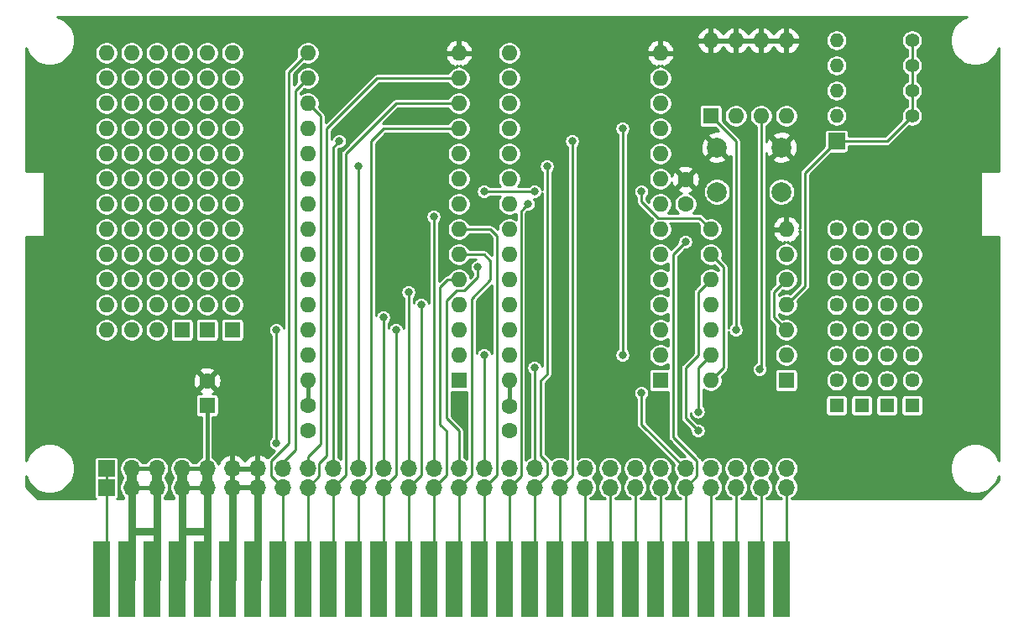
<source format=gbl>
G04 #@! TF.GenerationSoftware,KiCad,Pcbnew,(5.1.8)-1*
G04 #@! TF.CreationDate,2022-06-16T21:47:05+09:00*
G04 #@! TF.ProjectId,SORDM5C,534f5244-4d35-4432-9e6b-696361645f70,rev?*
G04 #@! TF.SameCoordinates,PX48ab840PY791ddc0*
G04 #@! TF.FileFunction,Copper,L2,Bot*
G04 #@! TF.FilePolarity,Positive*
%FSLAX46Y46*%
G04 Gerber Fmt 4.6, Leading zero omitted, Abs format (unit mm)*
G04 Created by KiCad (PCBNEW (5.1.8)-1) date 2022-06-16 21:47:05*
%MOMM*%
%LPD*%
G01*
G04 APERTURE LIST*
G04 #@! TA.AperFunction,ComponentPad*
%ADD10C,2.000000*%
G04 #@! TD*
G04 #@! TA.AperFunction,ComponentPad*
%ADD11O,1.400000X1.400000*%
G04 #@! TD*
G04 #@! TA.AperFunction,ComponentPad*
%ADD12C,1.400000*%
G04 #@! TD*
G04 #@! TA.AperFunction,ComponentPad*
%ADD13C,1.600000*%
G04 #@! TD*
G04 #@! TA.AperFunction,ComponentPad*
%ADD14O,1.600000X1.600000*%
G04 #@! TD*
G04 #@! TA.AperFunction,ComponentPad*
%ADD15R,1.600000X1.600000*%
G04 #@! TD*
G04 #@! TA.AperFunction,ComponentPad*
%ADD16C,1.450000*%
G04 #@! TD*
G04 #@! TA.AperFunction,ComponentPad*
%ADD17R,1.450000X1.450000*%
G04 #@! TD*
G04 #@! TA.AperFunction,ComponentPad*
%ADD18R,1.700000X1.700000*%
G04 #@! TD*
G04 #@! TA.AperFunction,ComponentPad*
%ADD19O,1.700000X1.700000*%
G04 #@! TD*
G04 #@! TA.AperFunction,ConnectorPad*
%ADD20R,1.780000X7.620000*%
G04 #@! TD*
G04 #@! TA.AperFunction,ViaPad*
%ADD21C,0.800000*%
G04 #@! TD*
G04 #@! TA.AperFunction,Conductor*
%ADD22C,0.250000*%
G04 #@! TD*
G04 #@! TA.AperFunction,Conductor*
%ADD23C,0.800000*%
G04 #@! TD*
G04 #@! TA.AperFunction,Conductor*
%ADD24C,0.400000*%
G04 #@! TD*
G04 #@! TA.AperFunction,Conductor*
%ADD25C,1.000000*%
G04 #@! TD*
G04 #@! TA.AperFunction,Conductor*
%ADD26C,0.254000*%
G04 #@! TD*
G04 #@! TA.AperFunction,Conductor*
%ADD27C,0.100000*%
G04 #@! TD*
G04 APERTURE END LIST*
D10*
X76985000Y36195000D03*
X76985000Y31695000D03*
X70485000Y36195000D03*
X70485000Y31695000D03*
D11*
X82550000Y39370000D03*
D12*
X90170000Y39370000D03*
D11*
X82550000Y41910000D03*
D12*
X90170000Y41910000D03*
D11*
X82550000Y44450000D03*
D12*
X90170000Y44450000D03*
D11*
X82550000Y46990000D03*
D12*
X90170000Y46990000D03*
D13*
X67310000Y32980000D03*
X67310000Y30480000D03*
D14*
X8890000Y17780000D03*
X16510000Y45720000D03*
X8890000Y20320000D03*
X16510000Y43180000D03*
X8890000Y22860000D03*
X16510000Y40640000D03*
X8890000Y25400000D03*
X16510000Y38100000D03*
X8890000Y27940000D03*
X16510000Y35560000D03*
X8890000Y30480000D03*
X16510000Y33020000D03*
X8890000Y33020000D03*
X16510000Y30480000D03*
X8890000Y35560000D03*
X16510000Y27940000D03*
X8890000Y38100000D03*
X16510000Y25400000D03*
X8890000Y40640000D03*
X16510000Y22860000D03*
X8890000Y43180000D03*
X16510000Y20320000D03*
X8890000Y45720000D03*
D15*
X16510000Y17780000D03*
X19050000Y17780000D03*
D14*
X11430000Y45720000D03*
X19050000Y20320000D03*
X11430000Y43180000D03*
X19050000Y22860000D03*
X11430000Y40640000D03*
X19050000Y25400000D03*
X11430000Y38100000D03*
X19050000Y27940000D03*
X11430000Y35560000D03*
X19050000Y30480000D03*
X11430000Y33020000D03*
X19050000Y33020000D03*
X11430000Y30480000D03*
X19050000Y35560000D03*
X11430000Y27940000D03*
X19050000Y38100000D03*
X11430000Y25400000D03*
X19050000Y40640000D03*
X11430000Y22860000D03*
X19050000Y43180000D03*
X11430000Y20320000D03*
X19050000Y45720000D03*
X11430000Y17780000D03*
X13970000Y17780000D03*
X21590000Y45720000D03*
X13970000Y20320000D03*
X21590000Y43180000D03*
X13970000Y22860000D03*
X21590000Y40640000D03*
X13970000Y25400000D03*
X21590000Y38100000D03*
X13970000Y27940000D03*
X21590000Y35560000D03*
X13970000Y30480000D03*
X21590000Y33020000D03*
X13970000Y33020000D03*
X21590000Y30480000D03*
X13970000Y35560000D03*
X21590000Y27940000D03*
X13970000Y38100000D03*
X21590000Y25400000D03*
X13970000Y40640000D03*
X21590000Y22860000D03*
X13970000Y43180000D03*
X21590000Y20320000D03*
X13970000Y45720000D03*
D15*
X21590000Y17780000D03*
D16*
X90170000Y27940000D03*
X90170000Y25400000D03*
X90170000Y22860000D03*
X90170000Y20320000D03*
X90170000Y17780000D03*
X90170000Y15240000D03*
X90170000Y12700000D03*
D17*
X90170000Y10160000D03*
X87630000Y10160000D03*
D16*
X87630000Y12700000D03*
X87630000Y15240000D03*
X87630000Y17780000D03*
X87630000Y20320000D03*
X87630000Y22860000D03*
X87630000Y25400000D03*
X87630000Y27940000D03*
D17*
X85090000Y10160000D03*
D16*
X85090000Y12700000D03*
X85090000Y15240000D03*
X85090000Y17780000D03*
X85090000Y20320000D03*
X85090000Y22860000D03*
X85090000Y25400000D03*
X85090000Y27940000D03*
X82550000Y27940000D03*
X82550000Y25400000D03*
X82550000Y22860000D03*
X82550000Y20320000D03*
X82550000Y17780000D03*
X82550000Y15240000D03*
X82550000Y12700000D03*
D17*
X82550000Y10160000D03*
D18*
X82550000Y36830000D03*
D19*
X77470000Y3810000D03*
X74930000Y3810000D03*
X72390000Y3810000D03*
X69850000Y3810000D03*
X67310000Y3810000D03*
X64770000Y3810000D03*
X62230000Y3810000D03*
X59690000Y3810000D03*
X57150000Y3810000D03*
X54610000Y3810000D03*
X52070000Y3810000D03*
X49530000Y3810000D03*
X46990000Y3810000D03*
X44450000Y3810000D03*
X41910000Y3810000D03*
X39370000Y3810000D03*
X36830000Y3810000D03*
X34290000Y3810000D03*
X31750000Y3810000D03*
X29210000Y3810000D03*
X26670000Y3810000D03*
X24130000Y3810000D03*
X21590000Y3810000D03*
X19050000Y3810000D03*
X16510000Y3810000D03*
X13970000Y3810000D03*
X11430000Y3810000D03*
D18*
X8890000Y3810000D03*
D19*
X77470000Y1905000D03*
X74930000Y1905000D03*
X72390000Y1905000D03*
X69850000Y1905000D03*
X67310000Y1905000D03*
X64770000Y1905000D03*
X62230000Y1905000D03*
X59690000Y1905000D03*
X57150000Y1905000D03*
X54610000Y1905000D03*
X52070000Y1905000D03*
X49530000Y1905000D03*
X46990000Y1905000D03*
X44450000Y1905000D03*
X41910000Y1905000D03*
X39370000Y1905000D03*
X36830000Y1905000D03*
X34290000Y1905000D03*
X31750000Y1905000D03*
X29210000Y1905000D03*
X26670000Y1905000D03*
X24130000Y1905000D03*
X21590000Y1905000D03*
X19050000Y1905000D03*
X16510000Y1905000D03*
X13970000Y1905000D03*
X11430000Y1905000D03*
D18*
X8890000Y1905000D03*
D14*
X69850000Y46990000D03*
X77470000Y39370000D03*
X72390000Y46990000D03*
X74930000Y39370000D03*
X74930000Y46990000D03*
X72390000Y39370000D03*
X77470000Y46990000D03*
D15*
X69850000Y39370000D03*
D14*
X69850000Y12700000D03*
X77470000Y27940000D03*
X69850000Y15240000D03*
X77470000Y25400000D03*
X69850000Y17780000D03*
X77470000Y22860000D03*
X69850000Y20320000D03*
X77470000Y20320000D03*
X69850000Y22860000D03*
X77470000Y17780000D03*
X69850000Y25400000D03*
X77470000Y15240000D03*
X69850000Y27940000D03*
D15*
X77470000Y12700000D03*
D14*
X29210000Y12700000D03*
X44450000Y45720000D03*
X29210000Y15240000D03*
X44450000Y43180000D03*
X29210000Y17780000D03*
X44450000Y40640000D03*
X29210000Y20320000D03*
X44450000Y38100000D03*
X29210000Y22860000D03*
X44450000Y35560000D03*
X29210000Y25400000D03*
X44450000Y33020000D03*
X29210000Y27940000D03*
X44450000Y30480000D03*
X29210000Y30480000D03*
X44450000Y27940000D03*
X29210000Y33020000D03*
X44450000Y25400000D03*
X29210000Y35560000D03*
X44450000Y22860000D03*
X29210000Y38100000D03*
X44450000Y20320000D03*
X29210000Y40640000D03*
X44450000Y17780000D03*
X29210000Y43180000D03*
X44450000Y15240000D03*
X29210000Y45720000D03*
D15*
X44450000Y12700000D03*
D14*
X49530000Y12700000D03*
X64770000Y45720000D03*
X49530000Y15240000D03*
X64770000Y43180000D03*
X49530000Y17780000D03*
X64770000Y40640000D03*
X49530000Y20320000D03*
X64770000Y38100000D03*
X49530000Y22860000D03*
X64770000Y35560000D03*
X49530000Y25400000D03*
X64770000Y33020000D03*
X49530000Y27940000D03*
X64770000Y30480000D03*
X49530000Y30480000D03*
X64770000Y27940000D03*
X49530000Y33020000D03*
X64770000Y25400000D03*
X49530000Y35560000D03*
X64770000Y22860000D03*
X49530000Y38100000D03*
X64770000Y20320000D03*
X49530000Y40640000D03*
X64770000Y17780000D03*
X49530000Y43180000D03*
X64770000Y15240000D03*
X49530000Y45720000D03*
D15*
X64770000Y12700000D03*
D20*
X8382000Y-7366000D03*
X10922000Y-7366000D03*
X13462000Y-7366000D03*
X16002000Y-7366000D03*
X18542000Y-7366000D03*
X21082000Y-7366000D03*
X23622000Y-7366000D03*
X26162000Y-7366000D03*
X28702000Y-7366000D03*
X31242000Y-7366000D03*
X33782000Y-7366000D03*
X36322000Y-7366000D03*
X38862000Y-7366000D03*
X41402000Y-7366000D03*
X43942000Y-7366000D03*
X46482000Y-7366000D03*
X49022000Y-7366000D03*
X51562000Y-7366000D03*
X54102000Y-7366000D03*
X56642000Y-7366000D03*
X59182000Y-7366000D03*
X61722000Y-7366000D03*
X64262000Y-7366000D03*
X66802000Y-7366000D03*
X69342000Y-7366000D03*
X71882000Y-7366000D03*
X74422000Y-7366000D03*
X76962000Y-7366000D03*
D13*
X49530000Y7620000D03*
X49530000Y10120000D03*
X29210000Y7660000D03*
X29210000Y10160000D03*
X19050000Y12660000D03*
D15*
X19050000Y10160000D03*
D21*
X58420000Y43180000D03*
X58420000Y40640000D03*
X58420000Y38100000D03*
X58420000Y25400000D03*
X58420000Y22860000D03*
X58420000Y20320000D03*
X58420000Y13335000D03*
X58420000Y35560000D03*
X32385000Y40640000D03*
X32385000Y43180000D03*
X38100000Y20320000D03*
X37465000Y22860000D03*
X37465000Y25400000D03*
X37465000Y27940000D03*
X37465000Y30480000D03*
X37465000Y33020000D03*
X37465000Y35560000D03*
X24130000Y16510000D03*
X46990000Y16510000D03*
X52070000Y25400000D03*
X52070000Y22860000D03*
X52070000Y20320000D03*
X44450000Y8890000D03*
X58420000Y8255000D03*
X58420000Y29845000D03*
X32385000Y36830000D03*
X34290000Y34290000D03*
X36830000Y19050000D03*
X39370000Y21590000D03*
X41910000Y29210000D03*
X46355000Y24130000D03*
X46990000Y15240000D03*
X26035000Y6350000D03*
X26035000Y17780000D03*
X68580000Y9525000D03*
X52069996Y13970000D03*
X68580000Y7620000D03*
X62865000Y11430000D03*
X38100000Y17780000D03*
X40640000Y20320000D03*
X51435000Y30479994D03*
X53340000Y34290000D03*
X55880000Y36830000D03*
X67310000Y26670000D03*
X72390000Y17780000D03*
X60960000Y15240000D03*
X60960000Y38100000D03*
X74785001Y13825001D03*
X46990000Y31750000D03*
X52070000Y31750000D03*
X62865000Y31750000D03*
D22*
X64770000Y45720000D02*
X58420000Y45720000D01*
X58420000Y45720000D02*
X58420000Y43180000D01*
X58420000Y43180000D02*
X58420000Y40640000D01*
X58420000Y40640000D02*
X58420000Y38100000D01*
X58420000Y38100000D02*
X58420000Y35560000D01*
X58420000Y25400000D02*
X58420000Y22860000D01*
X58420000Y22860000D02*
X58420000Y20320000D01*
X58420000Y20320000D02*
X58420000Y13335000D01*
X58420000Y13335000D02*
X58420000Y13335000D01*
X58420000Y35560000D02*
X58420000Y25400000D01*
X44450000Y45720000D02*
X32385000Y45720000D01*
X32385000Y45720000D02*
X32385000Y43180000D01*
X32385000Y40640000D02*
X32385000Y40640000D01*
X32385000Y43180000D02*
X32385000Y40640000D01*
X44450000Y45720000D02*
X46990000Y45720000D01*
X46990000Y45720000D02*
X46990000Y36830000D01*
X46990000Y36830000D02*
X37465000Y36830000D01*
X37465000Y36830000D02*
X37465000Y35560000D01*
X37465000Y20955000D02*
X38100000Y20320000D01*
X38100000Y20320000D02*
X38100000Y20320000D01*
X37465000Y22860000D02*
X37465000Y20955000D01*
X37465000Y25400000D02*
X37465000Y22860000D01*
X37465000Y27940000D02*
X37465000Y25400000D01*
X37465000Y30480000D02*
X37465000Y27940000D01*
X37465000Y33020000D02*
X37465000Y30480000D01*
X37465000Y35560000D02*
X37465000Y33020000D01*
X24130000Y3810000D02*
X24130000Y16510000D01*
X24130000Y16510000D02*
X24130000Y16510000D01*
X21590000Y-7366000D02*
X21336000Y-7620000D01*
D23*
X21590000Y1905000D02*
X21590000Y-7366000D01*
D22*
X24130000Y-7366000D02*
X23876000Y-7620000D01*
D23*
X24130000Y1905000D02*
X24130000Y-7366000D01*
D22*
X16510000Y-7366000D02*
X16256000Y-7620000D01*
X19050000Y-7366000D02*
X18796000Y-7620000D01*
D24*
X49530000Y10120000D02*
X49530000Y12700000D01*
X29210000Y12700000D02*
X29210000Y10160000D01*
D22*
X69850000Y25400000D02*
X71120000Y24130000D01*
X71120000Y13970000D02*
X69850000Y12700000D01*
X71120000Y24130000D02*
X71120000Y13970000D01*
D24*
X19050000Y10160000D02*
X19050000Y3810000D01*
X16510000Y3810000D02*
X19050000Y3810000D01*
D25*
X19050000Y1905000D02*
X19050000Y3810000D01*
X16510000Y3810000D02*
X16510000Y1905000D01*
D24*
X16510000Y1905000D02*
X19050000Y1905000D01*
D23*
X16510000Y-2540000D02*
X19050000Y-2540000D01*
X19050000Y-2540000D02*
X19050000Y-7366000D01*
X19050000Y1905000D02*
X19050000Y-2540000D01*
X16510000Y1905000D02*
X16510000Y-2540000D01*
X16510000Y-2540000D02*
X16510000Y-7366000D01*
D22*
X90170000Y46990000D02*
X90170000Y39370000D01*
X77470000Y20320000D02*
X79375000Y22225000D01*
X79375000Y22225000D02*
X79375000Y33655000D01*
X79375000Y33655000D02*
X82550000Y36830000D01*
X87630000Y36830000D02*
X90170000Y39370000D01*
X82550000Y36830000D02*
X87630000Y36830000D01*
X8890000Y-7366000D02*
X8636000Y-7620000D01*
X8890000Y1905000D02*
X8890000Y-7366000D01*
X8890000Y3810000D02*
X8890000Y1905000D01*
X11430000Y-7366000D02*
X11176000Y-7620000D01*
X13970000Y-7366000D02*
X13716000Y-7620000D01*
D25*
X13970000Y3810000D02*
X13970000Y1905000D01*
D24*
X13970000Y1905000D02*
X11430000Y1905000D01*
D25*
X11430000Y1905000D02*
X11430000Y3810000D01*
D24*
X11430000Y3810000D02*
X13970000Y3810000D01*
D23*
X11430000Y-2540000D02*
X13970000Y-2540000D01*
X13970000Y-2540000D02*
X13970000Y-7366000D01*
X13970000Y1905000D02*
X13970000Y-2540000D01*
X11430000Y1905000D02*
X11430000Y-2540000D01*
X11430000Y-2540000D02*
X11430000Y-7366000D01*
D22*
X27940000Y41910000D02*
X29210000Y43180000D01*
X26670000Y4445000D02*
X27940000Y5715000D01*
X27940000Y5715000D02*
X27940000Y41910000D01*
X26670000Y3810000D02*
X26670000Y4445000D01*
X29210000Y5012081D02*
X30480000Y6282081D01*
X29210000Y3810000D02*
X29210000Y5012081D01*
X30480000Y6282081D02*
X30480000Y39370000D01*
X30480000Y39370000D02*
X29210000Y40640000D01*
X32385000Y36830000D02*
X31750000Y36195000D01*
X31750000Y36195000D02*
X31750000Y3810000D01*
X34290000Y3810000D02*
X34290000Y34290000D01*
X34290000Y34290000D02*
X34290000Y34290000D01*
X36830000Y3810000D02*
X36830000Y19050000D01*
X36830000Y19050000D02*
X36830000Y19050000D01*
X39370000Y3810000D02*
X39370000Y21590000D01*
X39370000Y21590000D02*
X39370000Y21590000D01*
X41910000Y29210000D02*
X41910000Y29210000D01*
X41910000Y3810000D02*
X41910000Y29210000D01*
X44450000Y3810000D02*
X44450000Y7620000D01*
X44450000Y7620000D02*
X43180000Y8890000D01*
X44990001Y21734999D02*
X46355000Y23099998D01*
X44199997Y21734999D02*
X44990001Y21734999D01*
X43180000Y20715002D02*
X44199997Y21734999D01*
X43180000Y8890000D02*
X43180000Y20715002D01*
X46355000Y23099998D02*
X46355000Y24130000D01*
X46355000Y24130000D02*
X46355000Y24130000D01*
X46990000Y3810000D02*
X46990000Y15240000D01*
X26035000Y6350000D02*
X26035000Y17780000D01*
X69850000Y15240000D02*
X68580000Y13970000D01*
X68580000Y13970000D02*
X68580000Y9525000D01*
X52070000Y13970000D02*
X52070000Y13970000D01*
X52070000Y3810000D02*
X52070000Y13969996D01*
X52070000Y13969996D02*
X52069996Y13970000D01*
X67310000Y8890000D02*
X68580000Y7620000D01*
X67310000Y13970000D02*
X67310000Y8890000D01*
X68580000Y15240000D02*
X67310000Y13970000D01*
X68580000Y21590000D02*
X68580000Y15240000D01*
X69850000Y22860000D02*
X68580000Y21590000D01*
X62865000Y8255000D02*
X62865000Y11430000D01*
X67310000Y3810000D02*
X62865000Y8255000D01*
X26670000Y-7366000D02*
X26416000Y-7620000D01*
X26670000Y1905000D02*
X26670000Y-7366000D01*
X25494999Y3080001D02*
X26670000Y1905000D01*
X25494999Y4539999D02*
X25494999Y3080001D01*
X27305000Y6350000D02*
X25494999Y4539999D01*
X27305000Y43815000D02*
X27305000Y6350000D01*
X29210000Y45720000D02*
X27305000Y43815000D01*
X29210000Y-7366000D02*
X28956000Y-7620000D01*
X29210000Y1905000D02*
X29210000Y-7366000D01*
X30385001Y3080001D02*
X30385001Y4350001D01*
X29210000Y1905000D02*
X30385001Y3080001D01*
X30385001Y4350001D02*
X31115000Y5080000D01*
X31115000Y5080000D02*
X31115000Y38100000D01*
X36195000Y43180000D02*
X44450000Y43180000D01*
X31115000Y38100000D02*
X36195000Y43180000D01*
X31750000Y-7366000D02*
X31496000Y-7620000D01*
X31750000Y1905000D02*
X31750000Y-7366000D01*
X31750000Y1905000D02*
X33020000Y3175000D01*
X33020000Y3175000D02*
X33020000Y35560000D01*
X33020000Y35560000D02*
X38100000Y40640000D01*
X38100000Y40640000D02*
X44450000Y40640000D01*
X34290000Y-7366000D02*
X34036000Y-7620000D01*
X34290000Y1905000D02*
X34290000Y-7366000D01*
X34290000Y1905000D02*
X35560000Y3175000D01*
X35560000Y3175000D02*
X35560000Y36830000D01*
X36830000Y38100000D02*
X44450000Y38100000D01*
X35560000Y36830000D02*
X36830000Y38100000D01*
X36830000Y-7366000D02*
X36576000Y-7620000D01*
X36830000Y1905000D02*
X36830000Y-7366000D01*
X36830000Y1905000D02*
X38100000Y3175000D01*
X38100000Y3175000D02*
X38100000Y17780000D01*
X38100000Y17780000D02*
X38100000Y17780000D01*
X39370000Y-7366000D02*
X39116000Y-7620000D01*
X39370000Y1905000D02*
X39370000Y-7366000D01*
X39370000Y1905000D02*
X40640000Y3175000D01*
X40640000Y3175000D02*
X40640000Y20320000D01*
X40640000Y20320000D02*
X40640000Y20320000D01*
X41910000Y-7366000D02*
X41656000Y-7620000D01*
X41910000Y1905000D02*
X41910000Y-7366000D01*
X41910000Y1905000D02*
X43180000Y3175000D01*
X43180000Y3175000D02*
X43180000Y7620000D01*
X43180000Y7620000D02*
X42545000Y8255000D01*
X42545000Y8255000D02*
X42545000Y22086370D01*
X42545000Y22086370D02*
X43318630Y22860000D01*
X43318630Y22860000D02*
X44450000Y22860000D01*
X44450000Y-7366000D02*
X44196000Y-7620000D01*
X44450000Y1905000D02*
X44450000Y-7366000D01*
X45720000Y20955000D02*
X45720000Y3175000D01*
X47625000Y22860000D02*
X45720000Y20955000D01*
X45720000Y3175000D02*
X44450000Y1905000D01*
X47625000Y22860000D02*
X47625000Y24765000D01*
X47625000Y24765000D02*
X46990000Y25400000D01*
X46990000Y25400000D02*
X44450000Y25400000D01*
X46990000Y-7366000D02*
X46736000Y-7620000D01*
X46990000Y1905000D02*
X46990000Y-7366000D01*
X46990000Y1905000D02*
X48260000Y3175000D01*
X48260000Y3175000D02*
X48260000Y27305000D01*
X48260000Y27305000D02*
X47625000Y27940000D01*
X47625000Y27940000D02*
X44450000Y27940000D01*
X49530000Y-7366000D02*
X49276000Y-7620000D01*
X49530000Y1905000D02*
X49530000Y-7366000D01*
X50709998Y3084998D02*
X50709998Y29754992D01*
X49530000Y1905000D02*
X50709998Y3084998D01*
X50709998Y29754992D02*
X51035001Y30079995D01*
X51035001Y30079995D02*
X51435000Y30479994D01*
X52070000Y-7366000D02*
X51816000Y-7620000D01*
X52070000Y1905000D02*
X52070000Y-7366000D01*
X52070000Y1905000D02*
X53340000Y3175000D01*
X53340000Y34290000D02*
X53340000Y34290000D01*
X53340000Y4445000D02*
X52705000Y5080000D01*
X53340000Y3175000D02*
X53340000Y4445000D01*
X52705000Y5080000D02*
X52705000Y12700000D01*
X52705000Y12700000D02*
X53340000Y13335000D01*
X53340000Y13335000D02*
X53340000Y34290000D01*
X54610000Y-7366000D02*
X54356000Y-7620000D01*
X54610000Y1905000D02*
X54610000Y-7366000D01*
X54610000Y1905000D02*
X55880000Y3175000D01*
X55880000Y3175000D02*
X55880000Y36830000D01*
X55880000Y36830000D02*
X55880000Y36830000D01*
X57150000Y-7366000D02*
X56896000Y-7620000D01*
X57150000Y1905000D02*
X57150000Y-7366000D01*
X59690000Y-7366000D02*
X59436000Y-7620000D01*
X59690000Y1905000D02*
X59690000Y-7366000D01*
X62230000Y-7366000D02*
X61976000Y-7620000D01*
X62230000Y1905000D02*
X62230000Y-7366000D01*
X64770000Y-7366000D02*
X64516000Y-7620000D01*
X64770000Y1905000D02*
X64770000Y-7366000D01*
X67310000Y-7366000D02*
X67056000Y-7620000D01*
X67310000Y1905000D02*
X67310000Y-7366000D01*
X66040000Y25400000D02*
X67310000Y26670000D01*
X66040000Y6985000D02*
X66040000Y25400000D01*
X68485001Y4539999D02*
X66040000Y6985000D01*
X68485001Y3080001D02*
X68485001Y4539999D01*
X67310000Y1905000D02*
X68485001Y3080001D01*
X69850000Y-7366000D02*
X69596000Y-7620000D01*
X69850000Y1905000D02*
X69850000Y-7366000D01*
X72390000Y-7366000D02*
X72136000Y-7620000D01*
X72390000Y1905000D02*
X72390000Y-7366000D01*
X74930000Y-7366000D02*
X74676000Y-7620000D01*
X74930000Y1905000D02*
X74930000Y-7366000D01*
X77470000Y-7366000D02*
X77216000Y-7620000D01*
X77470000Y1905000D02*
X77470000Y-7366000D01*
X72390000Y17780000D02*
X72390000Y35560000D01*
X69850000Y39370000D02*
X72390000Y36830000D01*
X72390000Y36830000D02*
X72390000Y35560000D01*
X60960000Y15240000D02*
X60960000Y35560000D01*
X60960000Y35560000D02*
X60960000Y35560000D01*
X60960000Y35560000D02*
X60960000Y38100000D01*
X74930000Y13970000D02*
X74930000Y38100000D01*
X74785001Y13825001D02*
X74930000Y13970000D01*
X74930000Y38100000D02*
X74930000Y39370000D01*
X46990000Y31750000D02*
X52070000Y31750000D01*
X52070000Y31750000D02*
X52070000Y31750000D01*
X62865000Y30719998D02*
X62865000Y31750000D01*
X64519997Y29065001D02*
X62865000Y30719998D01*
X68724999Y29065001D02*
X64519997Y29065001D01*
X69850000Y27940000D02*
X68724999Y29065001D01*
X77470000Y22860000D02*
X76200000Y21590000D01*
X76200000Y21590000D02*
X76200000Y19050000D01*
X76200000Y19050000D02*
X77470000Y17780000D01*
D26*
X95321122Y49232943D02*
X94906582Y48955956D01*
X94554044Y48603418D01*
X94277057Y48188878D01*
X94086265Y47728265D01*
X93989000Y47239282D01*
X93989000Y46740718D01*
X94086265Y46251735D01*
X94277057Y45791122D01*
X94554044Y45376582D01*
X94906582Y45024044D01*
X95321122Y44747057D01*
X95781735Y44556265D01*
X96270718Y44459000D01*
X96769282Y44459000D01*
X97258265Y44556265D01*
X97718878Y44747057D01*
X98133418Y45024044D01*
X98485956Y45376582D01*
X98762943Y45791122D01*
X98933000Y46201676D01*
X98933000Y33782000D01*
X97155000Y33782000D01*
X97130224Y33779560D01*
X97106399Y33772333D01*
X97084443Y33760597D01*
X97065197Y33744803D01*
X97049403Y33725557D01*
X97037667Y33703601D01*
X97030440Y33679776D01*
X97028000Y33655000D01*
X97028000Y27305000D01*
X97030440Y27280224D01*
X97037667Y27256399D01*
X97049403Y27234443D01*
X97065197Y27215197D01*
X97084443Y27199403D01*
X97106399Y27187667D01*
X97130224Y27180440D01*
X97155000Y27178000D01*
X98933000Y27178000D01*
X98933000Y4598324D01*
X98762943Y5008878D01*
X98485956Y5423418D01*
X98133418Y5775956D01*
X97718878Y6052943D01*
X97258265Y6243735D01*
X96769282Y6341000D01*
X96270718Y6341000D01*
X95781735Y6243735D01*
X95321122Y6052943D01*
X94906582Y5775956D01*
X94554044Y5423418D01*
X94277057Y5008878D01*
X94086265Y4548265D01*
X93989000Y4059282D01*
X93989000Y3560718D01*
X94086265Y3071735D01*
X94277057Y2611122D01*
X94554044Y2196582D01*
X94906582Y1844044D01*
X95321122Y1567057D01*
X95781735Y1376265D01*
X96270718Y1279000D01*
X96769282Y1279000D01*
X97258265Y1376265D01*
X97718878Y1567057D01*
X98133418Y1844044D01*
X98485956Y2196582D01*
X98762943Y2611122D01*
X98933000Y3021676D01*
X98933000Y2592606D01*
X97102394Y762000D01*
X77976000Y762000D01*
X77976000Y782168D01*
X78053097Y814102D01*
X78254717Y948820D01*
X78426180Y1120283D01*
X78560898Y1321903D01*
X78653693Y1545931D01*
X78701000Y1783757D01*
X78701000Y2026243D01*
X78653693Y2264069D01*
X78560898Y2488097D01*
X78426180Y2689717D01*
X78258397Y2857500D01*
X78426180Y3025283D01*
X78560898Y3226903D01*
X78653693Y3450931D01*
X78701000Y3688757D01*
X78701000Y3931243D01*
X78653693Y4169069D01*
X78560898Y4393097D01*
X78426180Y4594717D01*
X78254717Y4766180D01*
X78053097Y4900898D01*
X77829069Y4993693D01*
X77591243Y5041000D01*
X77348757Y5041000D01*
X77110931Y4993693D01*
X76886903Y4900898D01*
X76685283Y4766180D01*
X76513820Y4594717D01*
X76379102Y4393097D01*
X76286307Y4169069D01*
X76239000Y3931243D01*
X76239000Y3688757D01*
X76286307Y3450931D01*
X76379102Y3226903D01*
X76513820Y3025283D01*
X76681603Y2857500D01*
X76513820Y2689717D01*
X76379102Y2488097D01*
X76286307Y2264069D01*
X76239000Y2026243D01*
X76239000Y1783757D01*
X76286307Y1545931D01*
X76379102Y1321903D01*
X76513820Y1120283D01*
X76685283Y948820D01*
X76886903Y814102D01*
X76964000Y782167D01*
X76964000Y762000D01*
X75436000Y762000D01*
X75436000Y782168D01*
X75513097Y814102D01*
X75714717Y948820D01*
X75886180Y1120283D01*
X76020898Y1321903D01*
X76113693Y1545931D01*
X76161000Y1783757D01*
X76161000Y2026243D01*
X76113693Y2264069D01*
X76020898Y2488097D01*
X75886180Y2689717D01*
X75718397Y2857500D01*
X75886180Y3025283D01*
X76020898Y3226903D01*
X76113693Y3450931D01*
X76161000Y3688757D01*
X76161000Y3931243D01*
X76113693Y4169069D01*
X76020898Y4393097D01*
X75886180Y4594717D01*
X75714717Y4766180D01*
X75513097Y4900898D01*
X75289069Y4993693D01*
X75051243Y5041000D01*
X74808757Y5041000D01*
X74570931Y4993693D01*
X74346903Y4900898D01*
X74145283Y4766180D01*
X73973820Y4594717D01*
X73839102Y4393097D01*
X73746307Y4169069D01*
X73699000Y3931243D01*
X73699000Y3688757D01*
X73746307Y3450931D01*
X73839102Y3226903D01*
X73973820Y3025283D01*
X74141603Y2857500D01*
X73973820Y2689717D01*
X73839102Y2488097D01*
X73746307Y2264069D01*
X73699000Y2026243D01*
X73699000Y1783757D01*
X73746307Y1545931D01*
X73839102Y1321903D01*
X73973820Y1120283D01*
X74145283Y948820D01*
X74346903Y814102D01*
X74424000Y782167D01*
X74424000Y762000D01*
X72896000Y762000D01*
X72896000Y782168D01*
X72973097Y814102D01*
X73174717Y948820D01*
X73346180Y1120283D01*
X73480898Y1321903D01*
X73573693Y1545931D01*
X73621000Y1783757D01*
X73621000Y2026243D01*
X73573693Y2264069D01*
X73480898Y2488097D01*
X73346180Y2689717D01*
X73178397Y2857500D01*
X73346180Y3025283D01*
X73480898Y3226903D01*
X73573693Y3450931D01*
X73621000Y3688757D01*
X73621000Y3931243D01*
X73573693Y4169069D01*
X73480898Y4393097D01*
X73346180Y4594717D01*
X73174717Y4766180D01*
X72973097Y4900898D01*
X72749069Y4993693D01*
X72511243Y5041000D01*
X72268757Y5041000D01*
X72030931Y4993693D01*
X71806903Y4900898D01*
X71605283Y4766180D01*
X71433820Y4594717D01*
X71299102Y4393097D01*
X71206307Y4169069D01*
X71159000Y3931243D01*
X71159000Y3688757D01*
X71206307Y3450931D01*
X71299102Y3226903D01*
X71433820Y3025283D01*
X71601603Y2857500D01*
X71433820Y2689717D01*
X71299102Y2488097D01*
X71206307Y2264069D01*
X71159000Y2026243D01*
X71159000Y1783757D01*
X71206307Y1545931D01*
X71299102Y1321903D01*
X71433820Y1120283D01*
X71605283Y948820D01*
X71806903Y814102D01*
X71884000Y782167D01*
X71884000Y762000D01*
X70356000Y762000D01*
X70356000Y782168D01*
X70433097Y814102D01*
X70634717Y948820D01*
X70806180Y1120283D01*
X70940898Y1321903D01*
X71033693Y1545931D01*
X71081000Y1783757D01*
X71081000Y2026243D01*
X71033693Y2264069D01*
X70940898Y2488097D01*
X70806180Y2689717D01*
X70638397Y2857500D01*
X70806180Y3025283D01*
X70940898Y3226903D01*
X71033693Y3450931D01*
X71081000Y3688757D01*
X71081000Y3931243D01*
X71033693Y4169069D01*
X70940898Y4393097D01*
X70806180Y4594717D01*
X70634717Y4766180D01*
X70433097Y4900898D01*
X70209069Y4993693D01*
X69971243Y5041000D01*
X69728757Y5041000D01*
X69490931Y4993693D01*
X69266903Y4900898D01*
X69065283Y4766180D01*
X68973116Y4674013D01*
X68954746Y4734574D01*
X68927674Y4785221D01*
X68907760Y4822478D01*
X68844528Y4899526D01*
X68825221Y4915371D01*
X66546000Y7194591D01*
X66546000Y13970000D01*
X66801553Y13970000D01*
X66804000Y13945154D01*
X66804001Y8914856D01*
X66801553Y8890000D01*
X66811322Y8790808D01*
X66840255Y8695426D01*
X66840256Y8695425D01*
X66887242Y8607521D01*
X66950474Y8530473D01*
X66969780Y8514629D01*
X67799000Y7685408D01*
X67799000Y7543078D01*
X67829013Y7392191D01*
X67887887Y7250058D01*
X67973358Y7122141D01*
X68082141Y7013358D01*
X68210058Y6927887D01*
X68352191Y6869013D01*
X68503078Y6839000D01*
X68656922Y6839000D01*
X68807809Y6869013D01*
X68949942Y6927887D01*
X69077859Y7013358D01*
X69186642Y7122141D01*
X69272113Y7250058D01*
X69330987Y7392191D01*
X69361000Y7543078D01*
X69361000Y7696922D01*
X69330987Y7847809D01*
X69272113Y7989942D01*
X69186642Y8117859D01*
X69077859Y8226642D01*
X68949942Y8312113D01*
X68807809Y8370987D01*
X68656922Y8401000D01*
X68514592Y8401000D01*
X67816000Y9099591D01*
X67816000Y9362612D01*
X67829013Y9297191D01*
X67887887Y9155058D01*
X67973358Y9027141D01*
X68082141Y8918358D01*
X68210058Y8832887D01*
X68352191Y8774013D01*
X68503078Y8744000D01*
X68656922Y8744000D01*
X68807809Y8774013D01*
X68949942Y8832887D01*
X69077859Y8918358D01*
X69186642Y9027141D01*
X69272113Y9155058D01*
X69330987Y9297191D01*
X69361000Y9448078D01*
X69361000Y9601922D01*
X69330987Y9752809D01*
X69272113Y9894942D01*
X69186642Y10022859D01*
X69086000Y10123501D01*
X69086000Y10885000D01*
X81442157Y10885000D01*
X81442157Y9435000D01*
X81449513Y9360311D01*
X81471299Y9288492D01*
X81506678Y9222304D01*
X81554289Y9164289D01*
X81612304Y9116678D01*
X81678492Y9081299D01*
X81750311Y9059513D01*
X81825000Y9052157D01*
X83275000Y9052157D01*
X83349689Y9059513D01*
X83421508Y9081299D01*
X83487696Y9116678D01*
X83545711Y9164289D01*
X83593322Y9222304D01*
X83628701Y9288492D01*
X83650487Y9360311D01*
X83657843Y9435000D01*
X83657843Y10885000D01*
X83982157Y10885000D01*
X83982157Y9435000D01*
X83989513Y9360311D01*
X84011299Y9288492D01*
X84046678Y9222304D01*
X84094289Y9164289D01*
X84152304Y9116678D01*
X84218492Y9081299D01*
X84290311Y9059513D01*
X84365000Y9052157D01*
X85815000Y9052157D01*
X85889689Y9059513D01*
X85961508Y9081299D01*
X86027696Y9116678D01*
X86085711Y9164289D01*
X86133322Y9222304D01*
X86168701Y9288492D01*
X86190487Y9360311D01*
X86197843Y9435000D01*
X86197843Y10885000D01*
X86522157Y10885000D01*
X86522157Y9435000D01*
X86529513Y9360311D01*
X86551299Y9288492D01*
X86586678Y9222304D01*
X86634289Y9164289D01*
X86692304Y9116678D01*
X86758492Y9081299D01*
X86830311Y9059513D01*
X86905000Y9052157D01*
X88355000Y9052157D01*
X88429689Y9059513D01*
X88501508Y9081299D01*
X88567696Y9116678D01*
X88625711Y9164289D01*
X88673322Y9222304D01*
X88708701Y9288492D01*
X88730487Y9360311D01*
X88737843Y9435000D01*
X88737843Y10885000D01*
X89062157Y10885000D01*
X89062157Y9435000D01*
X89069513Y9360311D01*
X89091299Y9288492D01*
X89126678Y9222304D01*
X89174289Y9164289D01*
X89232304Y9116678D01*
X89298492Y9081299D01*
X89370311Y9059513D01*
X89445000Y9052157D01*
X90895000Y9052157D01*
X90969689Y9059513D01*
X91041508Y9081299D01*
X91107696Y9116678D01*
X91165711Y9164289D01*
X91213322Y9222304D01*
X91248701Y9288492D01*
X91270487Y9360311D01*
X91277843Y9435000D01*
X91277843Y10885000D01*
X91270487Y10959689D01*
X91248701Y11031508D01*
X91213322Y11097696D01*
X91165711Y11155711D01*
X91107696Y11203322D01*
X91041508Y11238701D01*
X90969689Y11260487D01*
X90895000Y11267843D01*
X89445000Y11267843D01*
X89370311Y11260487D01*
X89298492Y11238701D01*
X89232304Y11203322D01*
X89174289Y11155711D01*
X89126678Y11097696D01*
X89091299Y11031508D01*
X89069513Y10959689D01*
X89062157Y10885000D01*
X88737843Y10885000D01*
X88730487Y10959689D01*
X88708701Y11031508D01*
X88673322Y11097696D01*
X88625711Y11155711D01*
X88567696Y11203322D01*
X88501508Y11238701D01*
X88429689Y11260487D01*
X88355000Y11267843D01*
X86905000Y11267843D01*
X86830311Y11260487D01*
X86758492Y11238701D01*
X86692304Y11203322D01*
X86634289Y11155711D01*
X86586678Y11097696D01*
X86551299Y11031508D01*
X86529513Y10959689D01*
X86522157Y10885000D01*
X86197843Y10885000D01*
X86190487Y10959689D01*
X86168701Y11031508D01*
X86133322Y11097696D01*
X86085711Y11155711D01*
X86027696Y11203322D01*
X85961508Y11238701D01*
X85889689Y11260487D01*
X85815000Y11267843D01*
X84365000Y11267843D01*
X84290311Y11260487D01*
X84218492Y11238701D01*
X84152304Y11203322D01*
X84094289Y11155711D01*
X84046678Y11097696D01*
X84011299Y11031508D01*
X83989513Y10959689D01*
X83982157Y10885000D01*
X83657843Y10885000D01*
X83650487Y10959689D01*
X83628701Y11031508D01*
X83593322Y11097696D01*
X83545711Y11155711D01*
X83487696Y11203322D01*
X83421508Y11238701D01*
X83349689Y11260487D01*
X83275000Y11267843D01*
X81825000Y11267843D01*
X81750311Y11260487D01*
X81678492Y11238701D01*
X81612304Y11203322D01*
X81554289Y11155711D01*
X81506678Y11097696D01*
X81471299Y11031508D01*
X81449513Y10959689D01*
X81442157Y10885000D01*
X69086000Y10885000D01*
X69086000Y11793815D01*
X69097157Y11782658D01*
X69290587Y11653412D01*
X69505515Y11564386D01*
X69733682Y11519000D01*
X69966318Y11519000D01*
X70194485Y11564386D01*
X70409413Y11653412D01*
X70602843Y11782658D01*
X70767342Y11947157D01*
X70896588Y12140587D01*
X70985614Y12355515D01*
X71031000Y12583682D01*
X71031000Y12816318D01*
X70985614Y13044485D01*
X70963490Y13097898D01*
X71460222Y13594630D01*
X71479527Y13610473D01*
X71542759Y13687521D01*
X71589745Y13775425D01*
X71604783Y13825001D01*
X71618678Y13870806D01*
X71619863Y13882843D01*
X71626000Y13945146D01*
X71626000Y13945153D01*
X71628447Y13969999D01*
X71626000Y13994850D01*
X71626000Y17617612D01*
X71639013Y17552191D01*
X71697887Y17410058D01*
X71783358Y17282141D01*
X71892141Y17173358D01*
X72020058Y17087887D01*
X72162191Y17029013D01*
X72313078Y16999000D01*
X72466922Y16999000D01*
X72617809Y17029013D01*
X72759942Y17087887D01*
X72887859Y17173358D01*
X72996642Y17282141D01*
X73082113Y17410058D01*
X73140987Y17552191D01*
X73171000Y17703078D01*
X73171000Y17856922D01*
X73140987Y18007809D01*
X73082113Y18149942D01*
X72996642Y18277859D01*
X72896000Y18378501D01*
X72896000Y36805155D01*
X72898447Y36830001D01*
X72896000Y36854847D01*
X72896000Y36854854D01*
X72888678Y36929193D01*
X72859745Y37024575D01*
X72812759Y37112479D01*
X72749527Y37189527D01*
X72730220Y37205372D01*
X71032843Y38902748D01*
X71032843Y39486318D01*
X71209000Y39486318D01*
X71209000Y39253682D01*
X71254386Y39025515D01*
X71343412Y38810587D01*
X71472658Y38617157D01*
X71637157Y38452658D01*
X71830587Y38323412D01*
X72045515Y38234386D01*
X72273682Y38189000D01*
X72506318Y38189000D01*
X72734485Y38234386D01*
X72949413Y38323412D01*
X73142843Y38452658D01*
X73307342Y38617157D01*
X73436588Y38810587D01*
X73525614Y39025515D01*
X73571000Y39253682D01*
X73571000Y39486318D01*
X73749000Y39486318D01*
X73749000Y39253682D01*
X73794386Y39025515D01*
X73883412Y38810587D01*
X74012658Y38617157D01*
X74177157Y38452658D01*
X74370587Y38323412D01*
X74424000Y38301288D01*
X74424000Y38075147D01*
X74424001Y38075137D01*
X74424000Y14520818D01*
X74415059Y14517114D01*
X74287142Y14431643D01*
X74178359Y14322860D01*
X74092888Y14194943D01*
X74034014Y14052810D01*
X74004001Y13901923D01*
X74004001Y13748079D01*
X74034014Y13597192D01*
X74092888Y13455059D01*
X74178359Y13327142D01*
X74287142Y13218359D01*
X74415059Y13132888D01*
X74557192Y13074014D01*
X74708079Y13044001D01*
X74861923Y13044001D01*
X75012810Y13074014D01*
X75154943Y13132888D01*
X75282860Y13218359D01*
X75391643Y13327142D01*
X75477114Y13455059D01*
X75495729Y13500000D01*
X76287157Y13500000D01*
X76287157Y11900000D01*
X76294513Y11825311D01*
X76316299Y11753492D01*
X76351678Y11687304D01*
X76399289Y11629289D01*
X76457304Y11581678D01*
X76523492Y11546299D01*
X76595311Y11524513D01*
X76670000Y11517157D01*
X78270000Y11517157D01*
X78344689Y11524513D01*
X78416508Y11546299D01*
X78482696Y11581678D01*
X78540711Y11629289D01*
X78588322Y11687304D01*
X78623701Y11753492D01*
X78645487Y11825311D01*
X78652843Y11900000D01*
X78652843Y12808931D01*
X81444000Y12808931D01*
X81444000Y12591069D01*
X81486503Y12377392D01*
X81569876Y12176113D01*
X81690914Y11994966D01*
X81844966Y11840914D01*
X82026113Y11719876D01*
X82227392Y11636503D01*
X82441069Y11594000D01*
X82658931Y11594000D01*
X82872608Y11636503D01*
X83073887Y11719876D01*
X83255034Y11840914D01*
X83409086Y11994966D01*
X83530124Y12176113D01*
X83613497Y12377392D01*
X83656000Y12591069D01*
X83656000Y12808931D01*
X83984000Y12808931D01*
X83984000Y12591069D01*
X84026503Y12377392D01*
X84109876Y12176113D01*
X84230914Y11994966D01*
X84384966Y11840914D01*
X84566113Y11719876D01*
X84767392Y11636503D01*
X84981069Y11594000D01*
X85198931Y11594000D01*
X85412608Y11636503D01*
X85613887Y11719876D01*
X85795034Y11840914D01*
X85949086Y11994966D01*
X86070124Y12176113D01*
X86153497Y12377392D01*
X86196000Y12591069D01*
X86196000Y12808931D01*
X86524000Y12808931D01*
X86524000Y12591069D01*
X86566503Y12377392D01*
X86649876Y12176113D01*
X86770914Y11994966D01*
X86924966Y11840914D01*
X87106113Y11719876D01*
X87307392Y11636503D01*
X87521069Y11594000D01*
X87738931Y11594000D01*
X87952608Y11636503D01*
X88153887Y11719876D01*
X88335034Y11840914D01*
X88489086Y11994966D01*
X88610124Y12176113D01*
X88693497Y12377392D01*
X88736000Y12591069D01*
X88736000Y12808931D01*
X89064000Y12808931D01*
X89064000Y12591069D01*
X89106503Y12377392D01*
X89189876Y12176113D01*
X89310914Y11994966D01*
X89464966Y11840914D01*
X89646113Y11719876D01*
X89847392Y11636503D01*
X90061069Y11594000D01*
X90278931Y11594000D01*
X90492608Y11636503D01*
X90693887Y11719876D01*
X90875034Y11840914D01*
X91029086Y11994966D01*
X91150124Y12176113D01*
X91233497Y12377392D01*
X91276000Y12591069D01*
X91276000Y12808931D01*
X91233497Y13022608D01*
X91150124Y13223887D01*
X91029086Y13405034D01*
X90875034Y13559086D01*
X90693887Y13680124D01*
X90492608Y13763497D01*
X90278931Y13806000D01*
X90061069Y13806000D01*
X89847392Y13763497D01*
X89646113Y13680124D01*
X89464966Y13559086D01*
X89310914Y13405034D01*
X89189876Y13223887D01*
X89106503Y13022608D01*
X89064000Y12808931D01*
X88736000Y12808931D01*
X88693497Y13022608D01*
X88610124Y13223887D01*
X88489086Y13405034D01*
X88335034Y13559086D01*
X88153887Y13680124D01*
X87952608Y13763497D01*
X87738931Y13806000D01*
X87521069Y13806000D01*
X87307392Y13763497D01*
X87106113Y13680124D01*
X86924966Y13559086D01*
X86770914Y13405034D01*
X86649876Y13223887D01*
X86566503Y13022608D01*
X86524000Y12808931D01*
X86196000Y12808931D01*
X86153497Y13022608D01*
X86070124Y13223887D01*
X85949086Y13405034D01*
X85795034Y13559086D01*
X85613887Y13680124D01*
X85412608Y13763497D01*
X85198931Y13806000D01*
X84981069Y13806000D01*
X84767392Y13763497D01*
X84566113Y13680124D01*
X84384966Y13559086D01*
X84230914Y13405034D01*
X84109876Y13223887D01*
X84026503Y13022608D01*
X83984000Y12808931D01*
X83656000Y12808931D01*
X83613497Y13022608D01*
X83530124Y13223887D01*
X83409086Y13405034D01*
X83255034Y13559086D01*
X83073887Y13680124D01*
X82872608Y13763497D01*
X82658931Y13806000D01*
X82441069Y13806000D01*
X82227392Y13763497D01*
X82026113Y13680124D01*
X81844966Y13559086D01*
X81690914Y13405034D01*
X81569876Y13223887D01*
X81486503Y13022608D01*
X81444000Y12808931D01*
X78652843Y12808931D01*
X78652843Y13500000D01*
X78645487Y13574689D01*
X78623701Y13646508D01*
X78588322Y13712696D01*
X78540711Y13770711D01*
X78482696Y13818322D01*
X78416508Y13853701D01*
X78344689Y13875487D01*
X78270000Y13882843D01*
X76670000Y13882843D01*
X76595311Y13875487D01*
X76523492Y13853701D01*
X76457304Y13818322D01*
X76399289Y13770711D01*
X76351678Y13712696D01*
X76316299Y13646508D01*
X76294513Y13574689D01*
X76287157Y13500000D01*
X75495729Y13500000D01*
X75535988Y13597192D01*
X75566001Y13748079D01*
X75566001Y13901923D01*
X75535988Y14052810D01*
X75477114Y14194943D01*
X75436000Y14256475D01*
X75436000Y15356318D01*
X76289000Y15356318D01*
X76289000Y15123682D01*
X76334386Y14895515D01*
X76423412Y14680587D01*
X76552658Y14487157D01*
X76717157Y14322658D01*
X76910587Y14193412D01*
X77125515Y14104386D01*
X77353682Y14059000D01*
X77586318Y14059000D01*
X77814485Y14104386D01*
X78029413Y14193412D01*
X78222843Y14322658D01*
X78387342Y14487157D01*
X78516588Y14680587D01*
X78605614Y14895515D01*
X78651000Y15123682D01*
X78651000Y15348931D01*
X81444000Y15348931D01*
X81444000Y15131069D01*
X81486503Y14917392D01*
X81569876Y14716113D01*
X81690914Y14534966D01*
X81844966Y14380914D01*
X82026113Y14259876D01*
X82227392Y14176503D01*
X82441069Y14134000D01*
X82658931Y14134000D01*
X82872608Y14176503D01*
X83073887Y14259876D01*
X83255034Y14380914D01*
X83409086Y14534966D01*
X83530124Y14716113D01*
X83613497Y14917392D01*
X83656000Y15131069D01*
X83656000Y15348931D01*
X83984000Y15348931D01*
X83984000Y15131069D01*
X84026503Y14917392D01*
X84109876Y14716113D01*
X84230914Y14534966D01*
X84384966Y14380914D01*
X84566113Y14259876D01*
X84767392Y14176503D01*
X84981069Y14134000D01*
X85198931Y14134000D01*
X85412608Y14176503D01*
X85613887Y14259876D01*
X85795034Y14380914D01*
X85949086Y14534966D01*
X86070124Y14716113D01*
X86153497Y14917392D01*
X86196000Y15131069D01*
X86196000Y15348931D01*
X86524000Y15348931D01*
X86524000Y15131069D01*
X86566503Y14917392D01*
X86649876Y14716113D01*
X86770914Y14534966D01*
X86924966Y14380914D01*
X87106113Y14259876D01*
X87307392Y14176503D01*
X87521069Y14134000D01*
X87738931Y14134000D01*
X87952608Y14176503D01*
X88153887Y14259876D01*
X88335034Y14380914D01*
X88489086Y14534966D01*
X88610124Y14716113D01*
X88693497Y14917392D01*
X88736000Y15131069D01*
X88736000Y15348931D01*
X89064000Y15348931D01*
X89064000Y15131069D01*
X89106503Y14917392D01*
X89189876Y14716113D01*
X89310914Y14534966D01*
X89464966Y14380914D01*
X89646113Y14259876D01*
X89847392Y14176503D01*
X90061069Y14134000D01*
X90278931Y14134000D01*
X90492608Y14176503D01*
X90693887Y14259876D01*
X90875034Y14380914D01*
X91029086Y14534966D01*
X91150124Y14716113D01*
X91233497Y14917392D01*
X91276000Y15131069D01*
X91276000Y15348931D01*
X91233497Y15562608D01*
X91150124Y15763887D01*
X91029086Y15945034D01*
X90875034Y16099086D01*
X90693887Y16220124D01*
X90492608Y16303497D01*
X90278931Y16346000D01*
X90061069Y16346000D01*
X89847392Y16303497D01*
X89646113Y16220124D01*
X89464966Y16099086D01*
X89310914Y15945034D01*
X89189876Y15763887D01*
X89106503Y15562608D01*
X89064000Y15348931D01*
X88736000Y15348931D01*
X88693497Y15562608D01*
X88610124Y15763887D01*
X88489086Y15945034D01*
X88335034Y16099086D01*
X88153887Y16220124D01*
X87952608Y16303497D01*
X87738931Y16346000D01*
X87521069Y16346000D01*
X87307392Y16303497D01*
X87106113Y16220124D01*
X86924966Y16099086D01*
X86770914Y15945034D01*
X86649876Y15763887D01*
X86566503Y15562608D01*
X86524000Y15348931D01*
X86196000Y15348931D01*
X86153497Y15562608D01*
X86070124Y15763887D01*
X85949086Y15945034D01*
X85795034Y16099086D01*
X85613887Y16220124D01*
X85412608Y16303497D01*
X85198931Y16346000D01*
X84981069Y16346000D01*
X84767392Y16303497D01*
X84566113Y16220124D01*
X84384966Y16099086D01*
X84230914Y15945034D01*
X84109876Y15763887D01*
X84026503Y15562608D01*
X83984000Y15348931D01*
X83656000Y15348931D01*
X83613497Y15562608D01*
X83530124Y15763887D01*
X83409086Y15945034D01*
X83255034Y16099086D01*
X83073887Y16220124D01*
X82872608Y16303497D01*
X82658931Y16346000D01*
X82441069Y16346000D01*
X82227392Y16303497D01*
X82026113Y16220124D01*
X81844966Y16099086D01*
X81690914Y15945034D01*
X81569876Y15763887D01*
X81486503Y15562608D01*
X81444000Y15348931D01*
X78651000Y15348931D01*
X78651000Y15356318D01*
X78605614Y15584485D01*
X78516588Y15799413D01*
X78387342Y15992843D01*
X78222843Y16157342D01*
X78029413Y16286588D01*
X77814485Y16375614D01*
X77586318Y16421000D01*
X77353682Y16421000D01*
X77125515Y16375614D01*
X76910587Y16286588D01*
X76717157Y16157342D01*
X76552658Y15992843D01*
X76423412Y15799413D01*
X76334386Y15584485D01*
X76289000Y15356318D01*
X75436000Y15356318D01*
X75436000Y21590000D01*
X75691553Y21590000D01*
X75694000Y21565154D01*
X75694001Y19074856D01*
X75691553Y19050000D01*
X75701322Y18950808D01*
X75730255Y18855426D01*
X75745670Y18826588D01*
X75777242Y18767521D01*
X75840474Y18690473D01*
X75859780Y18674629D01*
X76356510Y18177898D01*
X76334386Y18124485D01*
X76289000Y17896318D01*
X76289000Y17663682D01*
X76334386Y17435515D01*
X76423412Y17220587D01*
X76552658Y17027157D01*
X76717157Y16862658D01*
X76910587Y16733412D01*
X77125515Y16644386D01*
X77353682Y16599000D01*
X77586318Y16599000D01*
X77814485Y16644386D01*
X78029413Y16733412D01*
X78222843Y16862658D01*
X78387342Y17027157D01*
X78516588Y17220587D01*
X78605614Y17435515D01*
X78651000Y17663682D01*
X78651000Y17888931D01*
X81444000Y17888931D01*
X81444000Y17671069D01*
X81486503Y17457392D01*
X81569876Y17256113D01*
X81690914Y17074966D01*
X81844966Y16920914D01*
X82026113Y16799876D01*
X82227392Y16716503D01*
X82441069Y16674000D01*
X82658931Y16674000D01*
X82872608Y16716503D01*
X83073887Y16799876D01*
X83255034Y16920914D01*
X83409086Y17074966D01*
X83530124Y17256113D01*
X83613497Y17457392D01*
X83656000Y17671069D01*
X83656000Y17888931D01*
X83984000Y17888931D01*
X83984000Y17671069D01*
X84026503Y17457392D01*
X84109876Y17256113D01*
X84230914Y17074966D01*
X84384966Y16920914D01*
X84566113Y16799876D01*
X84767392Y16716503D01*
X84981069Y16674000D01*
X85198931Y16674000D01*
X85412608Y16716503D01*
X85613887Y16799876D01*
X85795034Y16920914D01*
X85949086Y17074966D01*
X86070124Y17256113D01*
X86153497Y17457392D01*
X86196000Y17671069D01*
X86196000Y17888931D01*
X86524000Y17888931D01*
X86524000Y17671069D01*
X86566503Y17457392D01*
X86649876Y17256113D01*
X86770914Y17074966D01*
X86924966Y16920914D01*
X87106113Y16799876D01*
X87307392Y16716503D01*
X87521069Y16674000D01*
X87738931Y16674000D01*
X87952608Y16716503D01*
X88153887Y16799876D01*
X88335034Y16920914D01*
X88489086Y17074966D01*
X88610124Y17256113D01*
X88693497Y17457392D01*
X88736000Y17671069D01*
X88736000Y17888931D01*
X89064000Y17888931D01*
X89064000Y17671069D01*
X89106503Y17457392D01*
X89189876Y17256113D01*
X89310914Y17074966D01*
X89464966Y16920914D01*
X89646113Y16799876D01*
X89847392Y16716503D01*
X90061069Y16674000D01*
X90278931Y16674000D01*
X90492608Y16716503D01*
X90693887Y16799876D01*
X90875034Y16920914D01*
X91029086Y17074966D01*
X91150124Y17256113D01*
X91233497Y17457392D01*
X91276000Y17671069D01*
X91276000Y17888931D01*
X91233497Y18102608D01*
X91150124Y18303887D01*
X91029086Y18485034D01*
X90875034Y18639086D01*
X90693887Y18760124D01*
X90492608Y18843497D01*
X90278931Y18886000D01*
X90061069Y18886000D01*
X89847392Y18843497D01*
X89646113Y18760124D01*
X89464966Y18639086D01*
X89310914Y18485034D01*
X89189876Y18303887D01*
X89106503Y18102608D01*
X89064000Y17888931D01*
X88736000Y17888931D01*
X88693497Y18102608D01*
X88610124Y18303887D01*
X88489086Y18485034D01*
X88335034Y18639086D01*
X88153887Y18760124D01*
X87952608Y18843497D01*
X87738931Y18886000D01*
X87521069Y18886000D01*
X87307392Y18843497D01*
X87106113Y18760124D01*
X86924966Y18639086D01*
X86770914Y18485034D01*
X86649876Y18303887D01*
X86566503Y18102608D01*
X86524000Y17888931D01*
X86196000Y17888931D01*
X86153497Y18102608D01*
X86070124Y18303887D01*
X85949086Y18485034D01*
X85795034Y18639086D01*
X85613887Y18760124D01*
X85412608Y18843497D01*
X85198931Y18886000D01*
X84981069Y18886000D01*
X84767392Y18843497D01*
X84566113Y18760124D01*
X84384966Y18639086D01*
X84230914Y18485034D01*
X84109876Y18303887D01*
X84026503Y18102608D01*
X83984000Y17888931D01*
X83656000Y17888931D01*
X83613497Y18102608D01*
X83530124Y18303887D01*
X83409086Y18485034D01*
X83255034Y18639086D01*
X83073887Y18760124D01*
X82872608Y18843497D01*
X82658931Y18886000D01*
X82441069Y18886000D01*
X82227392Y18843497D01*
X82026113Y18760124D01*
X81844966Y18639086D01*
X81690914Y18485034D01*
X81569876Y18303887D01*
X81486503Y18102608D01*
X81444000Y17888931D01*
X78651000Y17888931D01*
X78651000Y17896318D01*
X78605614Y18124485D01*
X78516588Y18339413D01*
X78387342Y18532843D01*
X78222843Y18697342D01*
X78029413Y18826588D01*
X77814485Y18915614D01*
X77586318Y18961000D01*
X77353682Y18961000D01*
X77125515Y18915614D01*
X77072102Y18893490D01*
X76706000Y19259591D01*
X76706000Y19413815D01*
X76717157Y19402658D01*
X76910587Y19273412D01*
X77125515Y19184386D01*
X77353682Y19139000D01*
X77586318Y19139000D01*
X77814485Y19184386D01*
X78029413Y19273412D01*
X78222843Y19402658D01*
X78387342Y19567157D01*
X78516588Y19760587D01*
X78605614Y19975515D01*
X78651000Y20203682D01*
X78651000Y20428931D01*
X81444000Y20428931D01*
X81444000Y20211069D01*
X81486503Y19997392D01*
X81569876Y19796113D01*
X81690914Y19614966D01*
X81844966Y19460914D01*
X82026113Y19339876D01*
X82227392Y19256503D01*
X82441069Y19214000D01*
X82658931Y19214000D01*
X82872608Y19256503D01*
X83073887Y19339876D01*
X83255034Y19460914D01*
X83409086Y19614966D01*
X83530124Y19796113D01*
X83613497Y19997392D01*
X83656000Y20211069D01*
X83656000Y20428931D01*
X83984000Y20428931D01*
X83984000Y20211069D01*
X84026503Y19997392D01*
X84109876Y19796113D01*
X84230914Y19614966D01*
X84384966Y19460914D01*
X84566113Y19339876D01*
X84767392Y19256503D01*
X84981069Y19214000D01*
X85198931Y19214000D01*
X85412608Y19256503D01*
X85613887Y19339876D01*
X85795034Y19460914D01*
X85949086Y19614966D01*
X86070124Y19796113D01*
X86153497Y19997392D01*
X86196000Y20211069D01*
X86196000Y20428931D01*
X86524000Y20428931D01*
X86524000Y20211069D01*
X86566503Y19997392D01*
X86649876Y19796113D01*
X86770914Y19614966D01*
X86924966Y19460914D01*
X87106113Y19339876D01*
X87307392Y19256503D01*
X87521069Y19214000D01*
X87738931Y19214000D01*
X87952608Y19256503D01*
X88153887Y19339876D01*
X88335034Y19460914D01*
X88489086Y19614966D01*
X88610124Y19796113D01*
X88693497Y19997392D01*
X88736000Y20211069D01*
X88736000Y20428931D01*
X89064000Y20428931D01*
X89064000Y20211069D01*
X89106503Y19997392D01*
X89189876Y19796113D01*
X89310914Y19614966D01*
X89464966Y19460914D01*
X89646113Y19339876D01*
X89847392Y19256503D01*
X90061069Y19214000D01*
X90278931Y19214000D01*
X90492608Y19256503D01*
X90693887Y19339876D01*
X90875034Y19460914D01*
X91029086Y19614966D01*
X91150124Y19796113D01*
X91233497Y19997392D01*
X91276000Y20211069D01*
X91276000Y20428931D01*
X91233497Y20642608D01*
X91150124Y20843887D01*
X91029086Y21025034D01*
X90875034Y21179086D01*
X90693887Y21300124D01*
X90492608Y21383497D01*
X90278931Y21426000D01*
X90061069Y21426000D01*
X89847392Y21383497D01*
X89646113Y21300124D01*
X89464966Y21179086D01*
X89310914Y21025034D01*
X89189876Y20843887D01*
X89106503Y20642608D01*
X89064000Y20428931D01*
X88736000Y20428931D01*
X88693497Y20642608D01*
X88610124Y20843887D01*
X88489086Y21025034D01*
X88335034Y21179086D01*
X88153887Y21300124D01*
X87952608Y21383497D01*
X87738931Y21426000D01*
X87521069Y21426000D01*
X87307392Y21383497D01*
X87106113Y21300124D01*
X86924966Y21179086D01*
X86770914Y21025034D01*
X86649876Y20843887D01*
X86566503Y20642608D01*
X86524000Y20428931D01*
X86196000Y20428931D01*
X86153497Y20642608D01*
X86070124Y20843887D01*
X85949086Y21025034D01*
X85795034Y21179086D01*
X85613887Y21300124D01*
X85412608Y21383497D01*
X85198931Y21426000D01*
X84981069Y21426000D01*
X84767392Y21383497D01*
X84566113Y21300124D01*
X84384966Y21179086D01*
X84230914Y21025034D01*
X84109876Y20843887D01*
X84026503Y20642608D01*
X83984000Y20428931D01*
X83656000Y20428931D01*
X83613497Y20642608D01*
X83530124Y20843887D01*
X83409086Y21025034D01*
X83255034Y21179086D01*
X83073887Y21300124D01*
X82872608Y21383497D01*
X82658931Y21426000D01*
X82441069Y21426000D01*
X82227392Y21383497D01*
X82026113Y21300124D01*
X81844966Y21179086D01*
X81690914Y21025034D01*
X81569876Y20843887D01*
X81486503Y20642608D01*
X81444000Y20428931D01*
X78651000Y20428931D01*
X78651000Y20436318D01*
X78605614Y20664485D01*
X78583490Y20717898D01*
X79715220Y21849628D01*
X79734527Y21865473D01*
X79797759Y21942521D01*
X79844745Y22030425D01*
X79873678Y22125807D01*
X79881000Y22200146D01*
X79881000Y22200147D01*
X79883448Y22225000D01*
X79881000Y22249854D01*
X79881000Y22968931D01*
X81444000Y22968931D01*
X81444000Y22751069D01*
X81486503Y22537392D01*
X81569876Y22336113D01*
X81690914Y22154966D01*
X81844966Y22000914D01*
X82026113Y21879876D01*
X82227392Y21796503D01*
X82441069Y21754000D01*
X82658931Y21754000D01*
X82872608Y21796503D01*
X83073887Y21879876D01*
X83255034Y22000914D01*
X83409086Y22154966D01*
X83530124Y22336113D01*
X83613497Y22537392D01*
X83656000Y22751069D01*
X83656000Y22968931D01*
X83984000Y22968931D01*
X83984000Y22751069D01*
X84026503Y22537392D01*
X84109876Y22336113D01*
X84230914Y22154966D01*
X84384966Y22000914D01*
X84566113Y21879876D01*
X84767392Y21796503D01*
X84981069Y21754000D01*
X85198931Y21754000D01*
X85412608Y21796503D01*
X85613887Y21879876D01*
X85795034Y22000914D01*
X85949086Y22154966D01*
X86070124Y22336113D01*
X86153497Y22537392D01*
X86196000Y22751069D01*
X86196000Y22968931D01*
X86524000Y22968931D01*
X86524000Y22751069D01*
X86566503Y22537392D01*
X86649876Y22336113D01*
X86770914Y22154966D01*
X86924966Y22000914D01*
X87106113Y21879876D01*
X87307392Y21796503D01*
X87521069Y21754000D01*
X87738931Y21754000D01*
X87952608Y21796503D01*
X88153887Y21879876D01*
X88335034Y22000914D01*
X88489086Y22154966D01*
X88610124Y22336113D01*
X88693497Y22537392D01*
X88736000Y22751069D01*
X88736000Y22968931D01*
X89064000Y22968931D01*
X89064000Y22751069D01*
X89106503Y22537392D01*
X89189876Y22336113D01*
X89310914Y22154966D01*
X89464966Y22000914D01*
X89646113Y21879876D01*
X89847392Y21796503D01*
X90061069Y21754000D01*
X90278931Y21754000D01*
X90492608Y21796503D01*
X90693887Y21879876D01*
X90875034Y22000914D01*
X91029086Y22154966D01*
X91150124Y22336113D01*
X91233497Y22537392D01*
X91276000Y22751069D01*
X91276000Y22968931D01*
X91233497Y23182608D01*
X91150124Y23383887D01*
X91029086Y23565034D01*
X90875034Y23719086D01*
X90693887Y23840124D01*
X90492608Y23923497D01*
X90278931Y23966000D01*
X90061069Y23966000D01*
X89847392Y23923497D01*
X89646113Y23840124D01*
X89464966Y23719086D01*
X89310914Y23565034D01*
X89189876Y23383887D01*
X89106503Y23182608D01*
X89064000Y22968931D01*
X88736000Y22968931D01*
X88693497Y23182608D01*
X88610124Y23383887D01*
X88489086Y23565034D01*
X88335034Y23719086D01*
X88153887Y23840124D01*
X87952608Y23923497D01*
X87738931Y23966000D01*
X87521069Y23966000D01*
X87307392Y23923497D01*
X87106113Y23840124D01*
X86924966Y23719086D01*
X86770914Y23565034D01*
X86649876Y23383887D01*
X86566503Y23182608D01*
X86524000Y22968931D01*
X86196000Y22968931D01*
X86153497Y23182608D01*
X86070124Y23383887D01*
X85949086Y23565034D01*
X85795034Y23719086D01*
X85613887Y23840124D01*
X85412608Y23923497D01*
X85198931Y23966000D01*
X84981069Y23966000D01*
X84767392Y23923497D01*
X84566113Y23840124D01*
X84384966Y23719086D01*
X84230914Y23565034D01*
X84109876Y23383887D01*
X84026503Y23182608D01*
X83984000Y22968931D01*
X83656000Y22968931D01*
X83613497Y23182608D01*
X83530124Y23383887D01*
X83409086Y23565034D01*
X83255034Y23719086D01*
X83073887Y23840124D01*
X82872608Y23923497D01*
X82658931Y23966000D01*
X82441069Y23966000D01*
X82227392Y23923497D01*
X82026113Y23840124D01*
X81844966Y23719086D01*
X81690914Y23565034D01*
X81569876Y23383887D01*
X81486503Y23182608D01*
X81444000Y22968931D01*
X79881000Y22968931D01*
X79881000Y25508931D01*
X81444000Y25508931D01*
X81444000Y25291069D01*
X81486503Y25077392D01*
X81569876Y24876113D01*
X81690914Y24694966D01*
X81844966Y24540914D01*
X82026113Y24419876D01*
X82227392Y24336503D01*
X82441069Y24294000D01*
X82658931Y24294000D01*
X82872608Y24336503D01*
X83073887Y24419876D01*
X83255034Y24540914D01*
X83409086Y24694966D01*
X83530124Y24876113D01*
X83613497Y25077392D01*
X83656000Y25291069D01*
X83656000Y25508931D01*
X83984000Y25508931D01*
X83984000Y25291069D01*
X84026503Y25077392D01*
X84109876Y24876113D01*
X84230914Y24694966D01*
X84384966Y24540914D01*
X84566113Y24419876D01*
X84767392Y24336503D01*
X84981069Y24294000D01*
X85198931Y24294000D01*
X85412608Y24336503D01*
X85613887Y24419876D01*
X85795034Y24540914D01*
X85949086Y24694966D01*
X86070124Y24876113D01*
X86153497Y25077392D01*
X86196000Y25291069D01*
X86196000Y25508931D01*
X86524000Y25508931D01*
X86524000Y25291069D01*
X86566503Y25077392D01*
X86649876Y24876113D01*
X86770914Y24694966D01*
X86924966Y24540914D01*
X87106113Y24419876D01*
X87307392Y24336503D01*
X87521069Y24294000D01*
X87738931Y24294000D01*
X87952608Y24336503D01*
X88153887Y24419876D01*
X88335034Y24540914D01*
X88489086Y24694966D01*
X88610124Y24876113D01*
X88693497Y25077392D01*
X88736000Y25291069D01*
X88736000Y25508931D01*
X89064000Y25508931D01*
X89064000Y25291069D01*
X89106503Y25077392D01*
X89189876Y24876113D01*
X89310914Y24694966D01*
X89464966Y24540914D01*
X89646113Y24419876D01*
X89847392Y24336503D01*
X90061069Y24294000D01*
X90278931Y24294000D01*
X90492608Y24336503D01*
X90693887Y24419876D01*
X90875034Y24540914D01*
X91029086Y24694966D01*
X91150124Y24876113D01*
X91233497Y25077392D01*
X91276000Y25291069D01*
X91276000Y25508931D01*
X91233497Y25722608D01*
X91150124Y25923887D01*
X91029086Y26105034D01*
X90875034Y26259086D01*
X90693887Y26380124D01*
X90492608Y26463497D01*
X90278931Y26506000D01*
X90061069Y26506000D01*
X89847392Y26463497D01*
X89646113Y26380124D01*
X89464966Y26259086D01*
X89310914Y26105034D01*
X89189876Y25923887D01*
X89106503Y25722608D01*
X89064000Y25508931D01*
X88736000Y25508931D01*
X88693497Y25722608D01*
X88610124Y25923887D01*
X88489086Y26105034D01*
X88335034Y26259086D01*
X88153887Y26380124D01*
X87952608Y26463497D01*
X87738931Y26506000D01*
X87521069Y26506000D01*
X87307392Y26463497D01*
X87106113Y26380124D01*
X86924966Y26259086D01*
X86770914Y26105034D01*
X86649876Y25923887D01*
X86566503Y25722608D01*
X86524000Y25508931D01*
X86196000Y25508931D01*
X86153497Y25722608D01*
X86070124Y25923887D01*
X85949086Y26105034D01*
X85795034Y26259086D01*
X85613887Y26380124D01*
X85412608Y26463497D01*
X85198931Y26506000D01*
X84981069Y26506000D01*
X84767392Y26463497D01*
X84566113Y26380124D01*
X84384966Y26259086D01*
X84230914Y26105034D01*
X84109876Y25923887D01*
X84026503Y25722608D01*
X83984000Y25508931D01*
X83656000Y25508931D01*
X83613497Y25722608D01*
X83530124Y25923887D01*
X83409086Y26105034D01*
X83255034Y26259086D01*
X83073887Y26380124D01*
X82872608Y26463497D01*
X82658931Y26506000D01*
X82441069Y26506000D01*
X82227392Y26463497D01*
X82026113Y26380124D01*
X81844966Y26259086D01*
X81690914Y26105034D01*
X81569876Y25923887D01*
X81486503Y25722608D01*
X81444000Y25508931D01*
X79881000Y25508931D01*
X79881000Y28048931D01*
X81444000Y28048931D01*
X81444000Y27831069D01*
X81486503Y27617392D01*
X81569876Y27416113D01*
X81690914Y27234966D01*
X81844966Y27080914D01*
X82026113Y26959876D01*
X82227392Y26876503D01*
X82441069Y26834000D01*
X82658931Y26834000D01*
X82872608Y26876503D01*
X83073887Y26959876D01*
X83255034Y27080914D01*
X83409086Y27234966D01*
X83530124Y27416113D01*
X83613497Y27617392D01*
X83656000Y27831069D01*
X83656000Y28048931D01*
X83984000Y28048931D01*
X83984000Y27831069D01*
X84026503Y27617392D01*
X84109876Y27416113D01*
X84230914Y27234966D01*
X84384966Y27080914D01*
X84566113Y26959876D01*
X84767392Y26876503D01*
X84981069Y26834000D01*
X85198931Y26834000D01*
X85412608Y26876503D01*
X85613887Y26959876D01*
X85795034Y27080914D01*
X85949086Y27234966D01*
X86070124Y27416113D01*
X86153497Y27617392D01*
X86196000Y27831069D01*
X86196000Y28048931D01*
X86524000Y28048931D01*
X86524000Y27831069D01*
X86566503Y27617392D01*
X86649876Y27416113D01*
X86770914Y27234966D01*
X86924966Y27080914D01*
X87106113Y26959876D01*
X87307392Y26876503D01*
X87521069Y26834000D01*
X87738931Y26834000D01*
X87952608Y26876503D01*
X88153887Y26959876D01*
X88335034Y27080914D01*
X88489086Y27234966D01*
X88610124Y27416113D01*
X88693497Y27617392D01*
X88736000Y27831069D01*
X88736000Y28048931D01*
X89064000Y28048931D01*
X89064000Y27831069D01*
X89106503Y27617392D01*
X89189876Y27416113D01*
X89310914Y27234966D01*
X89464966Y27080914D01*
X89646113Y26959876D01*
X89847392Y26876503D01*
X90061069Y26834000D01*
X90278931Y26834000D01*
X90492608Y26876503D01*
X90693887Y26959876D01*
X90875034Y27080914D01*
X91029086Y27234966D01*
X91150124Y27416113D01*
X91233497Y27617392D01*
X91276000Y27831069D01*
X91276000Y28048931D01*
X91233497Y28262608D01*
X91150124Y28463887D01*
X91029086Y28645034D01*
X90875034Y28799086D01*
X90693887Y28920124D01*
X90492608Y29003497D01*
X90278931Y29046000D01*
X90061069Y29046000D01*
X89847392Y29003497D01*
X89646113Y28920124D01*
X89464966Y28799086D01*
X89310914Y28645034D01*
X89189876Y28463887D01*
X89106503Y28262608D01*
X89064000Y28048931D01*
X88736000Y28048931D01*
X88693497Y28262608D01*
X88610124Y28463887D01*
X88489086Y28645034D01*
X88335034Y28799086D01*
X88153887Y28920124D01*
X87952608Y29003497D01*
X87738931Y29046000D01*
X87521069Y29046000D01*
X87307392Y29003497D01*
X87106113Y28920124D01*
X86924966Y28799086D01*
X86770914Y28645034D01*
X86649876Y28463887D01*
X86566503Y28262608D01*
X86524000Y28048931D01*
X86196000Y28048931D01*
X86153497Y28262608D01*
X86070124Y28463887D01*
X85949086Y28645034D01*
X85795034Y28799086D01*
X85613887Y28920124D01*
X85412608Y29003497D01*
X85198931Y29046000D01*
X84981069Y29046000D01*
X84767392Y29003497D01*
X84566113Y28920124D01*
X84384966Y28799086D01*
X84230914Y28645034D01*
X84109876Y28463887D01*
X84026503Y28262608D01*
X83984000Y28048931D01*
X83656000Y28048931D01*
X83613497Y28262608D01*
X83530124Y28463887D01*
X83409086Y28645034D01*
X83255034Y28799086D01*
X83073887Y28920124D01*
X82872608Y29003497D01*
X82658931Y29046000D01*
X82441069Y29046000D01*
X82227392Y29003497D01*
X82026113Y28920124D01*
X81844966Y28799086D01*
X81690914Y28645034D01*
X81569876Y28463887D01*
X81486503Y28262608D01*
X81444000Y28048931D01*
X79881000Y28048931D01*
X79881000Y33445409D01*
X82032749Y35597157D01*
X83400000Y35597157D01*
X83474689Y35604513D01*
X83546508Y35626299D01*
X83612696Y35661678D01*
X83670711Y35709289D01*
X83718322Y35767304D01*
X83753701Y35833492D01*
X83775487Y35905311D01*
X83782843Y35980000D01*
X83782843Y36324000D01*
X87605154Y36324000D01*
X87630000Y36321553D01*
X87654846Y36324000D01*
X87654854Y36324000D01*
X87729193Y36331322D01*
X87824575Y36360255D01*
X87912479Y36407241D01*
X87989527Y36470473D01*
X88005376Y36489785D01*
X89848639Y38333047D01*
X89854684Y38330543D01*
X90063531Y38289000D01*
X90276469Y38289000D01*
X90485316Y38330543D01*
X90682045Y38412031D01*
X90859097Y38530333D01*
X91009667Y38680903D01*
X91127969Y38857955D01*
X91209457Y39054684D01*
X91251000Y39263531D01*
X91251000Y39476469D01*
X91209457Y39685316D01*
X91127969Y39882045D01*
X91009667Y40059097D01*
X90859097Y40209667D01*
X90682045Y40327969D01*
X90676000Y40330473D01*
X90676000Y40949527D01*
X90682045Y40952031D01*
X90859097Y41070333D01*
X91009667Y41220903D01*
X91127969Y41397955D01*
X91209457Y41594684D01*
X91251000Y41803531D01*
X91251000Y42016469D01*
X91209457Y42225316D01*
X91127969Y42422045D01*
X91009667Y42599097D01*
X90859097Y42749667D01*
X90682045Y42867969D01*
X90676000Y42870473D01*
X90676000Y43489527D01*
X90682045Y43492031D01*
X90859097Y43610333D01*
X91009667Y43760903D01*
X91127969Y43937955D01*
X91209457Y44134684D01*
X91251000Y44343531D01*
X91251000Y44556469D01*
X91209457Y44765316D01*
X91127969Y44962045D01*
X91009667Y45139097D01*
X90859097Y45289667D01*
X90682045Y45407969D01*
X90676000Y45410473D01*
X90676000Y46029527D01*
X90682045Y46032031D01*
X90859097Y46150333D01*
X91009667Y46300903D01*
X91127969Y46477955D01*
X91209457Y46674684D01*
X91251000Y46883531D01*
X91251000Y47096469D01*
X91209457Y47305316D01*
X91127969Y47502045D01*
X91009667Y47679097D01*
X90859097Y47829667D01*
X90682045Y47947969D01*
X90485316Y48029457D01*
X90276469Y48071000D01*
X90063531Y48071000D01*
X89854684Y48029457D01*
X89657955Y47947969D01*
X89480903Y47829667D01*
X89330333Y47679097D01*
X89212031Y47502045D01*
X89130543Y47305316D01*
X89089000Y47096469D01*
X89089000Y46883531D01*
X89130543Y46674684D01*
X89212031Y46477955D01*
X89330333Y46300903D01*
X89480903Y46150333D01*
X89657955Y46032031D01*
X89664000Y46029527D01*
X89664000Y45410473D01*
X89657955Y45407969D01*
X89480903Y45289667D01*
X89330333Y45139097D01*
X89212031Y44962045D01*
X89130543Y44765316D01*
X89089000Y44556469D01*
X89089000Y44343531D01*
X89130543Y44134684D01*
X89212031Y43937955D01*
X89330333Y43760903D01*
X89480903Y43610333D01*
X89657955Y43492031D01*
X89664000Y43489527D01*
X89664001Y42870473D01*
X89657955Y42867969D01*
X89480903Y42749667D01*
X89330333Y42599097D01*
X89212031Y42422045D01*
X89130543Y42225316D01*
X89089000Y42016469D01*
X89089000Y41803531D01*
X89130543Y41594684D01*
X89212031Y41397955D01*
X89330333Y41220903D01*
X89480903Y41070333D01*
X89657955Y40952031D01*
X89664001Y40949527D01*
X89664001Y40330473D01*
X89657955Y40327969D01*
X89480903Y40209667D01*
X89330333Y40059097D01*
X89212031Y39882045D01*
X89130543Y39685316D01*
X89089000Y39476469D01*
X89089000Y39263531D01*
X89130543Y39054684D01*
X89133047Y39048639D01*
X87420409Y37336000D01*
X83782843Y37336000D01*
X83782843Y37680000D01*
X83775487Y37754689D01*
X83753701Y37826508D01*
X83718322Y37892696D01*
X83670711Y37950711D01*
X83612696Y37998322D01*
X83546508Y38033701D01*
X83474689Y38055487D01*
X83400000Y38062843D01*
X81700000Y38062843D01*
X81625311Y38055487D01*
X81553492Y38033701D01*
X81487304Y37998322D01*
X81429289Y37950711D01*
X81381678Y37892696D01*
X81346299Y37826508D01*
X81324513Y37754689D01*
X81317157Y37680000D01*
X81317157Y36312749D01*
X79034781Y34030372D01*
X79015474Y34014527D01*
X78952242Y33937479D01*
X78927127Y33890492D01*
X78905255Y33849574D01*
X78876322Y33754192D01*
X78866553Y33655000D01*
X78869001Y33630144D01*
X78869001Y28067002D01*
X78739916Y28067002D01*
X78861904Y28289039D01*
X78821246Y28423087D01*
X78701037Y28677420D01*
X78533519Y28903414D01*
X78325131Y29092385D01*
X78083881Y29237070D01*
X77819040Y29331909D01*
X77597000Y29210624D01*
X77597000Y28067000D01*
X77617000Y28067000D01*
X77617000Y27813000D01*
X77597000Y27813000D01*
X77597000Y27793000D01*
X77343000Y27793000D01*
X77343000Y27813000D01*
X76200085Y27813000D01*
X76078096Y27590961D01*
X76118754Y27456913D01*
X76238963Y27202580D01*
X76406481Y26976586D01*
X76614869Y26787615D01*
X76856119Y26642930D01*
X77120960Y26548091D01*
X77342998Y26669375D01*
X77342998Y26578875D01*
X77125515Y26535614D01*
X76910587Y26446588D01*
X76717157Y26317342D01*
X76552658Y26152843D01*
X76423412Y25959413D01*
X76334386Y25744485D01*
X76289000Y25516318D01*
X76289000Y25283682D01*
X76334386Y25055515D01*
X76423412Y24840587D01*
X76552658Y24647157D01*
X76717157Y24482658D01*
X76910587Y24353412D01*
X77125515Y24264386D01*
X77353682Y24219000D01*
X77586318Y24219000D01*
X77814485Y24264386D01*
X78029413Y24353412D01*
X78222843Y24482658D01*
X78387342Y24647157D01*
X78516588Y24840587D01*
X78605614Y25055515D01*
X78651000Y25283682D01*
X78651000Y25516318D01*
X78605614Y25744485D01*
X78516588Y25959413D01*
X78387342Y26152843D01*
X78222843Y26317342D01*
X78029413Y26446588D01*
X77814485Y26535614D01*
X77597002Y26578875D01*
X77597002Y26669375D01*
X77819040Y26548091D01*
X78083881Y26642930D01*
X78325131Y26787615D01*
X78533519Y26976586D01*
X78701037Y27202580D01*
X78821246Y27456913D01*
X78861904Y27590961D01*
X78739916Y27812998D01*
X78869000Y27812998D01*
X78869000Y22434592D01*
X77867898Y21433490D01*
X77814485Y21455614D01*
X77586318Y21501000D01*
X77353682Y21501000D01*
X77125515Y21455614D01*
X76910587Y21366588D01*
X76717157Y21237342D01*
X76706000Y21226185D01*
X76706000Y21380409D01*
X77072102Y21746510D01*
X77125515Y21724386D01*
X77353682Y21679000D01*
X77586318Y21679000D01*
X77814485Y21724386D01*
X78029413Y21813412D01*
X78222843Y21942658D01*
X78387342Y22107157D01*
X78516588Y22300587D01*
X78605614Y22515515D01*
X78651000Y22743682D01*
X78651000Y22976318D01*
X78605614Y23204485D01*
X78516588Y23419413D01*
X78387342Y23612843D01*
X78222843Y23777342D01*
X78029413Y23906588D01*
X77814485Y23995614D01*
X77586318Y24041000D01*
X77353682Y24041000D01*
X77125515Y23995614D01*
X76910587Y23906588D01*
X76717157Y23777342D01*
X76552658Y23612843D01*
X76423412Y23419413D01*
X76334386Y23204485D01*
X76289000Y22976318D01*
X76289000Y22743682D01*
X76334386Y22515515D01*
X76356510Y22462102D01*
X75859785Y21965376D01*
X75840473Y21949527D01*
X75777241Y21872479D01*
X75730255Y21784574D01*
X75701322Y21689192D01*
X75694000Y21614853D01*
X75694000Y21614846D01*
X75691553Y21590000D01*
X75436000Y21590000D01*
X75436000Y28289039D01*
X76078096Y28289039D01*
X76200085Y28067000D01*
X77343000Y28067000D01*
X77343000Y29210624D01*
X77120960Y29331909D01*
X76856119Y29237070D01*
X76614869Y29092385D01*
X76406481Y28903414D01*
X76238963Y28677420D01*
X76118754Y28423087D01*
X76078096Y28289039D01*
X75436000Y28289039D01*
X75436000Y31831017D01*
X75604000Y31831017D01*
X75604000Y31558983D01*
X75657071Y31292177D01*
X75761174Y31040851D01*
X75912307Y30814664D01*
X76104664Y30622307D01*
X76330851Y30471174D01*
X76582177Y30367071D01*
X76848983Y30314000D01*
X77121017Y30314000D01*
X77387823Y30367071D01*
X77639149Y30471174D01*
X77865336Y30622307D01*
X78057693Y30814664D01*
X78208826Y31040851D01*
X78312929Y31292177D01*
X78366000Y31558983D01*
X78366000Y31831017D01*
X78312929Y32097823D01*
X78208826Y32349149D01*
X78057693Y32575336D01*
X77865336Y32767693D01*
X77639149Y32918826D01*
X77387823Y33022929D01*
X77121017Y33076000D01*
X76848983Y33076000D01*
X76582177Y33022929D01*
X76330851Y32918826D01*
X76104664Y32767693D01*
X75912307Y32575336D01*
X75761174Y32349149D01*
X75657071Y32097823D01*
X75604000Y31831017D01*
X75436000Y31831017D01*
X75436000Y35059587D01*
X76029192Y35059587D01*
X76124956Y34795186D01*
X76414571Y34654296D01*
X76726108Y34572616D01*
X77047595Y34553282D01*
X77366675Y34597039D01*
X77671088Y34702205D01*
X77845044Y34795186D01*
X77940808Y35059587D01*
X76985000Y36015395D01*
X76029192Y35059587D01*
X75436000Y35059587D01*
X75436000Y35671603D01*
X75492205Y35508912D01*
X75585186Y35334956D01*
X75849587Y35239192D01*
X76805395Y36195000D01*
X77164605Y36195000D01*
X78120413Y35239192D01*
X78384814Y35334956D01*
X78525704Y35624571D01*
X78607384Y35936108D01*
X78626718Y36257595D01*
X78582961Y36576675D01*
X78477795Y36881088D01*
X78384814Y37055044D01*
X78120413Y37150808D01*
X77164605Y36195000D01*
X76805395Y36195000D01*
X75849587Y37150808D01*
X75585186Y37055044D01*
X75444296Y36765429D01*
X75436000Y36733787D01*
X75436000Y37330413D01*
X76029192Y37330413D01*
X76985000Y36374605D01*
X77940808Y37330413D01*
X77845044Y37594814D01*
X77555429Y37735704D01*
X77243892Y37817384D01*
X76922405Y37836718D01*
X76603325Y37792961D01*
X76298912Y37687795D01*
X76124956Y37594814D01*
X76029192Y37330413D01*
X75436000Y37330413D01*
X75436000Y38301288D01*
X75489413Y38323412D01*
X75682843Y38452658D01*
X75847342Y38617157D01*
X75976588Y38810587D01*
X76065614Y39025515D01*
X76111000Y39253682D01*
X76111000Y39486318D01*
X76289000Y39486318D01*
X76289000Y39253682D01*
X76334386Y39025515D01*
X76423412Y38810587D01*
X76552658Y38617157D01*
X76717157Y38452658D01*
X76910587Y38323412D01*
X77125515Y38234386D01*
X77353682Y38189000D01*
X77586318Y38189000D01*
X77814485Y38234386D01*
X78029413Y38323412D01*
X78222843Y38452658D01*
X78387342Y38617157D01*
X78516588Y38810587D01*
X78605614Y39025515D01*
X78651000Y39253682D01*
X78651000Y39476469D01*
X81469000Y39476469D01*
X81469000Y39263531D01*
X81510543Y39054684D01*
X81592031Y38857955D01*
X81710333Y38680903D01*
X81860903Y38530333D01*
X82037955Y38412031D01*
X82234684Y38330543D01*
X82443531Y38289000D01*
X82656469Y38289000D01*
X82865316Y38330543D01*
X83062045Y38412031D01*
X83239097Y38530333D01*
X83389667Y38680903D01*
X83507969Y38857955D01*
X83589457Y39054684D01*
X83631000Y39263531D01*
X83631000Y39476469D01*
X83589457Y39685316D01*
X83507969Y39882045D01*
X83389667Y40059097D01*
X83239097Y40209667D01*
X83062045Y40327969D01*
X82865316Y40409457D01*
X82656469Y40451000D01*
X82443531Y40451000D01*
X82234684Y40409457D01*
X82037955Y40327969D01*
X81860903Y40209667D01*
X81710333Y40059097D01*
X81592031Y39882045D01*
X81510543Y39685316D01*
X81469000Y39476469D01*
X78651000Y39476469D01*
X78651000Y39486318D01*
X78605614Y39714485D01*
X78516588Y39929413D01*
X78387342Y40122843D01*
X78222843Y40287342D01*
X78029413Y40416588D01*
X77814485Y40505614D01*
X77586318Y40551000D01*
X77353682Y40551000D01*
X77125515Y40505614D01*
X76910587Y40416588D01*
X76717157Y40287342D01*
X76552658Y40122843D01*
X76423412Y39929413D01*
X76334386Y39714485D01*
X76289000Y39486318D01*
X76111000Y39486318D01*
X76065614Y39714485D01*
X75976588Y39929413D01*
X75847342Y40122843D01*
X75682843Y40287342D01*
X75489413Y40416588D01*
X75274485Y40505614D01*
X75046318Y40551000D01*
X74813682Y40551000D01*
X74585515Y40505614D01*
X74370587Y40416588D01*
X74177157Y40287342D01*
X74012658Y40122843D01*
X73883412Y39929413D01*
X73794386Y39714485D01*
X73749000Y39486318D01*
X73571000Y39486318D01*
X73525614Y39714485D01*
X73436588Y39929413D01*
X73307342Y40122843D01*
X73142843Y40287342D01*
X72949413Y40416588D01*
X72734485Y40505614D01*
X72506318Y40551000D01*
X72273682Y40551000D01*
X72045515Y40505614D01*
X71830587Y40416588D01*
X71637157Y40287342D01*
X71472658Y40122843D01*
X71343412Y39929413D01*
X71254386Y39714485D01*
X71209000Y39486318D01*
X71032843Y39486318D01*
X71032843Y40170000D01*
X71025487Y40244689D01*
X71003701Y40316508D01*
X70968322Y40382696D01*
X70920711Y40440711D01*
X70862696Y40488322D01*
X70796508Y40523701D01*
X70724689Y40545487D01*
X70650000Y40552843D01*
X69050000Y40552843D01*
X68975311Y40545487D01*
X68903492Y40523701D01*
X68837304Y40488322D01*
X68779289Y40440711D01*
X68731678Y40382696D01*
X68696299Y40316508D01*
X68674513Y40244689D01*
X68667157Y40170000D01*
X68667157Y38570000D01*
X68674513Y38495311D01*
X68696299Y38423492D01*
X68731678Y38357304D01*
X68779289Y38299289D01*
X68837304Y38251678D01*
X68903492Y38216299D01*
X68975311Y38194513D01*
X69050000Y38187157D01*
X70317252Y38187157D01*
X70683386Y37821023D01*
X70422405Y37836718D01*
X70103325Y37792961D01*
X69798912Y37687795D01*
X69624956Y37594814D01*
X69529192Y37330413D01*
X70485000Y36374605D01*
X70499143Y36388747D01*
X70678748Y36209142D01*
X70664605Y36195000D01*
X71620413Y35239192D01*
X71884001Y35334662D01*
X71884000Y18378501D01*
X71783358Y18277859D01*
X71697887Y18149942D01*
X71639013Y18007809D01*
X71626000Y17942388D01*
X71626000Y24105155D01*
X71628447Y24130001D01*
X71626000Y24154847D01*
X71626000Y24154854D01*
X71618678Y24229193D01*
X71607416Y24266322D01*
X71589745Y24324575D01*
X71571981Y24357809D01*
X71542759Y24412479D01*
X71479527Y24489527D01*
X71460220Y24505372D01*
X70963490Y25002102D01*
X70985614Y25055515D01*
X71031000Y25283682D01*
X71031000Y25516318D01*
X70985614Y25744485D01*
X70896588Y25959413D01*
X70767342Y26152843D01*
X70602843Y26317342D01*
X70409413Y26446588D01*
X70194485Y26535614D01*
X69966318Y26581000D01*
X69733682Y26581000D01*
X69505515Y26535614D01*
X69290587Y26446588D01*
X69097157Y26317342D01*
X68932658Y26152843D01*
X68803412Y25959413D01*
X68714386Y25744485D01*
X68669000Y25516318D01*
X68669000Y25283682D01*
X68714386Y25055515D01*
X68803412Y24840587D01*
X68932658Y24647157D01*
X69097157Y24482658D01*
X69290587Y24353412D01*
X69505515Y24264386D01*
X69733682Y24219000D01*
X69966318Y24219000D01*
X70194485Y24264386D01*
X70247898Y24286510D01*
X70614000Y23920408D01*
X70614000Y23766185D01*
X70602843Y23777342D01*
X70409413Y23906588D01*
X70194485Y23995614D01*
X69966318Y24041000D01*
X69733682Y24041000D01*
X69505515Y23995614D01*
X69290587Y23906588D01*
X69097157Y23777342D01*
X68932658Y23612843D01*
X68803412Y23419413D01*
X68714386Y23204485D01*
X68669000Y22976318D01*
X68669000Y22743682D01*
X68714386Y22515515D01*
X68736510Y22462102D01*
X68239785Y21965376D01*
X68220473Y21949527D01*
X68157241Y21872479D01*
X68110255Y21784574D01*
X68081322Y21689192D01*
X68074000Y21614853D01*
X68074000Y21614846D01*
X68071553Y21590000D01*
X68074000Y21565154D01*
X68074001Y15449593D01*
X66969785Y14345376D01*
X66950473Y14329527D01*
X66887241Y14252479D01*
X66840255Y14164574D01*
X66811322Y14069192D01*
X66804000Y13994853D01*
X66804000Y13994850D01*
X66801553Y13970000D01*
X66546000Y13970000D01*
X66546000Y25190409D01*
X67244592Y25889000D01*
X67386922Y25889000D01*
X67537809Y25919013D01*
X67679942Y25977887D01*
X67807859Y26063358D01*
X67916642Y26172141D01*
X68002113Y26300058D01*
X68060987Y26442191D01*
X68091000Y26593078D01*
X68091000Y26746922D01*
X68060987Y26897809D01*
X68002113Y27039942D01*
X67916642Y27167859D01*
X67807859Y27276642D01*
X67679942Y27362113D01*
X67537809Y27420987D01*
X67386922Y27451000D01*
X67233078Y27451000D01*
X67082191Y27420987D01*
X66940058Y27362113D01*
X66812141Y27276642D01*
X66703358Y27167859D01*
X66617887Y27039942D01*
X66559013Y26897809D01*
X66529000Y26746922D01*
X66529000Y26604592D01*
X65836280Y25911871D01*
X65816588Y25959413D01*
X65687342Y26152843D01*
X65522843Y26317342D01*
X65329413Y26446588D01*
X65114485Y26535614D01*
X64886318Y26581000D01*
X64653682Y26581000D01*
X64425515Y26535614D01*
X64210587Y26446588D01*
X64017157Y26317342D01*
X63852658Y26152843D01*
X63723412Y25959413D01*
X63634386Y25744485D01*
X63589000Y25516318D01*
X63589000Y25283682D01*
X63634386Y25055515D01*
X63723412Y24840587D01*
X63852658Y24647157D01*
X64017157Y24482658D01*
X64210587Y24353412D01*
X64425515Y24264386D01*
X64653682Y24219000D01*
X64886318Y24219000D01*
X65114485Y24264386D01*
X65329413Y24353412D01*
X65522843Y24482658D01*
X65534001Y24493816D01*
X65534001Y23766184D01*
X65522843Y23777342D01*
X65329413Y23906588D01*
X65114485Y23995614D01*
X64886318Y24041000D01*
X64653682Y24041000D01*
X64425515Y23995614D01*
X64210587Y23906588D01*
X64017157Y23777342D01*
X63852658Y23612843D01*
X63723412Y23419413D01*
X63634386Y23204485D01*
X63589000Y22976318D01*
X63589000Y22743682D01*
X63634386Y22515515D01*
X63723412Y22300587D01*
X63852658Y22107157D01*
X64017157Y21942658D01*
X64210587Y21813412D01*
X64425515Y21724386D01*
X64653682Y21679000D01*
X64886318Y21679000D01*
X65114485Y21724386D01*
X65329413Y21813412D01*
X65522843Y21942658D01*
X65534001Y21953816D01*
X65534001Y21226184D01*
X65522843Y21237342D01*
X65329413Y21366588D01*
X65114485Y21455614D01*
X64886318Y21501000D01*
X64653682Y21501000D01*
X64425515Y21455614D01*
X64210587Y21366588D01*
X64017157Y21237342D01*
X63852658Y21072843D01*
X63723412Y20879413D01*
X63634386Y20664485D01*
X63589000Y20436318D01*
X63589000Y20203682D01*
X63634386Y19975515D01*
X63723412Y19760587D01*
X63852658Y19567157D01*
X64017157Y19402658D01*
X64210587Y19273412D01*
X64425515Y19184386D01*
X64653682Y19139000D01*
X64886318Y19139000D01*
X65114485Y19184386D01*
X65329413Y19273412D01*
X65522843Y19402658D01*
X65534001Y19413816D01*
X65534001Y18686184D01*
X65522843Y18697342D01*
X65329413Y18826588D01*
X65114485Y18915614D01*
X64886318Y18961000D01*
X64653682Y18961000D01*
X64425515Y18915614D01*
X64210587Y18826588D01*
X64017157Y18697342D01*
X63852658Y18532843D01*
X63723412Y18339413D01*
X63634386Y18124485D01*
X63589000Y17896318D01*
X63589000Y17663682D01*
X63634386Y17435515D01*
X63723412Y17220587D01*
X63852658Y17027157D01*
X64017157Y16862658D01*
X64210587Y16733412D01*
X64425515Y16644386D01*
X64653682Y16599000D01*
X64886318Y16599000D01*
X65114485Y16644386D01*
X65329413Y16733412D01*
X65522843Y16862658D01*
X65534001Y16873816D01*
X65534000Y16146185D01*
X65522843Y16157342D01*
X65329413Y16286588D01*
X65114485Y16375614D01*
X64886318Y16421000D01*
X64653682Y16421000D01*
X64425515Y16375614D01*
X64210587Y16286588D01*
X64017157Y16157342D01*
X63852658Y15992843D01*
X63723412Y15799413D01*
X63634386Y15584485D01*
X63589000Y15356318D01*
X63589000Y15123682D01*
X63634386Y14895515D01*
X63723412Y14680587D01*
X63852658Y14487157D01*
X64017157Y14322658D01*
X64210587Y14193412D01*
X64425515Y14104386D01*
X64653682Y14059000D01*
X64886318Y14059000D01*
X65114485Y14104386D01*
X65329413Y14193412D01*
X65522843Y14322658D01*
X65534000Y14333815D01*
X65534000Y13882843D01*
X63970000Y13882843D01*
X63895311Y13875487D01*
X63823492Y13853701D01*
X63757304Y13818322D01*
X63699289Y13770711D01*
X63651678Y13712696D01*
X63616299Y13646508D01*
X63594513Y13574689D01*
X63587157Y13500000D01*
X63587157Y11900000D01*
X63594513Y11825311D01*
X63616299Y11753492D01*
X63651678Y11687304D01*
X63699289Y11629289D01*
X63757304Y11581678D01*
X63823492Y11546299D01*
X63895311Y11524513D01*
X63970000Y11517157D01*
X65534000Y11517157D01*
X65534000Y7009846D01*
X65531553Y6985000D01*
X65534000Y6960154D01*
X65534000Y6960147D01*
X65541322Y6885808D01*
X65570255Y6790426D01*
X65617241Y6702521D01*
X65680473Y6625473D01*
X65699785Y6609624D01*
X67268408Y5041000D01*
X67188757Y5041000D01*
X66950931Y4993693D01*
X66873833Y4961758D01*
X63371000Y8464591D01*
X63371000Y10831499D01*
X63471642Y10932141D01*
X63557113Y11060058D01*
X63615987Y11202191D01*
X63646000Y11353078D01*
X63646000Y11506922D01*
X63615987Y11657809D01*
X63557113Y11799942D01*
X63471642Y11927859D01*
X63362859Y12036642D01*
X63234942Y12122113D01*
X63092809Y12180987D01*
X62941922Y12211000D01*
X62788078Y12211000D01*
X62637191Y12180987D01*
X62495058Y12122113D01*
X62367141Y12036642D01*
X62258358Y11927859D01*
X62172887Y11799942D01*
X62114013Y11657809D01*
X62084000Y11506922D01*
X62084000Y11353078D01*
X62114013Y11202191D01*
X62172887Y11060058D01*
X62258358Y10932141D01*
X62359001Y10831498D01*
X62359000Y8279846D01*
X62356553Y8255000D01*
X62359000Y8230154D01*
X62359000Y8230147D01*
X62366322Y8155808D01*
X62395255Y8060426D01*
X62442241Y7972521D01*
X62505473Y7895473D01*
X62524785Y7879624D01*
X66158242Y4246167D01*
X66126307Y4169069D01*
X66079000Y3931243D01*
X66079000Y3688757D01*
X66126307Y3450931D01*
X66219102Y3226903D01*
X66353820Y3025283D01*
X66521603Y2857500D01*
X66353820Y2689717D01*
X66219102Y2488097D01*
X66126307Y2264069D01*
X66079000Y2026243D01*
X66079000Y1783757D01*
X66126307Y1545931D01*
X66219102Y1321903D01*
X66353820Y1120283D01*
X66525283Y948820D01*
X66726903Y814102D01*
X66804000Y782167D01*
X66804000Y762000D01*
X65276000Y762000D01*
X65276000Y782168D01*
X65353097Y814102D01*
X65554717Y948820D01*
X65726180Y1120283D01*
X65860898Y1321903D01*
X65953693Y1545931D01*
X66001000Y1783757D01*
X66001000Y2026243D01*
X65953693Y2264069D01*
X65860898Y2488097D01*
X65726180Y2689717D01*
X65558397Y2857500D01*
X65726180Y3025283D01*
X65860898Y3226903D01*
X65953693Y3450931D01*
X66001000Y3688757D01*
X66001000Y3931243D01*
X65953693Y4169069D01*
X65860898Y4393097D01*
X65726180Y4594717D01*
X65554717Y4766180D01*
X65353097Y4900898D01*
X65129069Y4993693D01*
X64891243Y5041000D01*
X64648757Y5041000D01*
X64410931Y4993693D01*
X64186903Y4900898D01*
X63985283Y4766180D01*
X63813820Y4594717D01*
X63679102Y4393097D01*
X63586307Y4169069D01*
X63539000Y3931243D01*
X63539000Y3688757D01*
X63586307Y3450931D01*
X63679102Y3226903D01*
X63813820Y3025283D01*
X63981603Y2857500D01*
X63813820Y2689717D01*
X63679102Y2488097D01*
X63586307Y2264069D01*
X63539000Y2026243D01*
X63539000Y1783757D01*
X63586307Y1545931D01*
X63679102Y1321903D01*
X63813820Y1120283D01*
X63985283Y948820D01*
X64186903Y814102D01*
X64264000Y782167D01*
X64264000Y762000D01*
X62736000Y762000D01*
X62736000Y782168D01*
X62813097Y814102D01*
X63014717Y948820D01*
X63186180Y1120283D01*
X63320898Y1321903D01*
X63413693Y1545931D01*
X63461000Y1783757D01*
X63461000Y2026243D01*
X63413693Y2264069D01*
X63320898Y2488097D01*
X63186180Y2689717D01*
X63018397Y2857500D01*
X63186180Y3025283D01*
X63320898Y3226903D01*
X63413693Y3450931D01*
X63461000Y3688757D01*
X63461000Y3931243D01*
X63413693Y4169069D01*
X63320898Y4393097D01*
X63186180Y4594717D01*
X63014717Y4766180D01*
X62813097Y4900898D01*
X62589069Y4993693D01*
X62351243Y5041000D01*
X62108757Y5041000D01*
X61870931Y4993693D01*
X61646903Y4900898D01*
X61445283Y4766180D01*
X61273820Y4594717D01*
X61139102Y4393097D01*
X61046307Y4169069D01*
X60999000Y3931243D01*
X60999000Y3688757D01*
X61046307Y3450931D01*
X61139102Y3226903D01*
X61273820Y3025283D01*
X61441603Y2857500D01*
X61273820Y2689717D01*
X61139102Y2488097D01*
X61046307Y2264069D01*
X60999000Y2026243D01*
X60999000Y1783757D01*
X61046307Y1545931D01*
X61139102Y1321903D01*
X61273820Y1120283D01*
X61445283Y948820D01*
X61646903Y814102D01*
X61724000Y782167D01*
X61724000Y762000D01*
X60196000Y762000D01*
X60196000Y782168D01*
X60273097Y814102D01*
X60474717Y948820D01*
X60646180Y1120283D01*
X60780898Y1321903D01*
X60873693Y1545931D01*
X60921000Y1783757D01*
X60921000Y2026243D01*
X60873693Y2264069D01*
X60780898Y2488097D01*
X60646180Y2689717D01*
X60478397Y2857500D01*
X60646180Y3025283D01*
X60780898Y3226903D01*
X60873693Y3450931D01*
X60921000Y3688757D01*
X60921000Y3931243D01*
X60873693Y4169069D01*
X60780898Y4393097D01*
X60646180Y4594717D01*
X60474717Y4766180D01*
X60273097Y4900898D01*
X60049069Y4993693D01*
X59811243Y5041000D01*
X59568757Y5041000D01*
X59330931Y4993693D01*
X59106903Y4900898D01*
X58905283Y4766180D01*
X58733820Y4594717D01*
X58599102Y4393097D01*
X58506307Y4169069D01*
X58459000Y3931243D01*
X58459000Y3688757D01*
X58506307Y3450931D01*
X58599102Y3226903D01*
X58733820Y3025283D01*
X58901603Y2857500D01*
X58733820Y2689717D01*
X58599102Y2488097D01*
X58506307Y2264069D01*
X58459000Y2026243D01*
X58459000Y1783757D01*
X58506307Y1545931D01*
X58599102Y1321903D01*
X58733820Y1120283D01*
X58905283Y948820D01*
X59106903Y814102D01*
X59184000Y782167D01*
X59184000Y762000D01*
X57656000Y762000D01*
X57656000Y782168D01*
X57733097Y814102D01*
X57934717Y948820D01*
X58106180Y1120283D01*
X58240898Y1321903D01*
X58333693Y1545931D01*
X58381000Y1783757D01*
X58381000Y2026243D01*
X58333693Y2264069D01*
X58240898Y2488097D01*
X58106180Y2689717D01*
X57938397Y2857500D01*
X58106180Y3025283D01*
X58240898Y3226903D01*
X58333693Y3450931D01*
X58381000Y3688757D01*
X58381000Y3931243D01*
X58333693Y4169069D01*
X58240898Y4393097D01*
X58106180Y4594717D01*
X57934717Y4766180D01*
X57733097Y4900898D01*
X57509069Y4993693D01*
X57271243Y5041000D01*
X57028757Y5041000D01*
X56790931Y4993693D01*
X56566903Y4900898D01*
X56386000Y4780023D01*
X56386000Y36231499D01*
X56486642Y36332141D01*
X56572113Y36460058D01*
X56630987Y36602191D01*
X56661000Y36753078D01*
X56661000Y36906922D01*
X56630987Y37057809D01*
X56572113Y37199942D01*
X56486642Y37327859D01*
X56377859Y37436642D01*
X56249942Y37522113D01*
X56107809Y37580987D01*
X55956922Y37611000D01*
X55803078Y37611000D01*
X55652191Y37580987D01*
X55510058Y37522113D01*
X55382141Y37436642D01*
X55273358Y37327859D01*
X55187887Y37199942D01*
X55129013Y37057809D01*
X55099000Y36906922D01*
X55099000Y36753078D01*
X55129013Y36602191D01*
X55187887Y36460058D01*
X55273358Y36332141D01*
X55374001Y36231498D01*
X55374000Y4780023D01*
X55193097Y4900898D01*
X54969069Y4993693D01*
X54731243Y5041000D01*
X54488757Y5041000D01*
X54250931Y4993693D01*
X54026903Y4900898D01*
X53825283Y4766180D01*
X53771057Y4711954D01*
X53762759Y4727479D01*
X53699527Y4804527D01*
X53680220Y4820372D01*
X53211000Y5289591D01*
X53211000Y12490409D01*
X53680220Y12959628D01*
X53699527Y12975473D01*
X53762759Y13052521D01*
X53809745Y13140425D01*
X53838678Y13235807D01*
X53846000Y13310146D01*
X53846000Y13310147D01*
X53848448Y13335000D01*
X53846000Y13359854D01*
X53846000Y33691499D01*
X53946642Y33792141D01*
X54032113Y33920058D01*
X54090987Y34062191D01*
X54121000Y34213078D01*
X54121000Y34366922D01*
X54090987Y34517809D01*
X54032113Y34659942D01*
X53946642Y34787859D01*
X53837859Y34896642D01*
X53709942Y34982113D01*
X53567809Y35040987D01*
X53416922Y35071000D01*
X53263078Y35071000D01*
X53112191Y35040987D01*
X52970058Y34982113D01*
X52842141Y34896642D01*
X52733358Y34787859D01*
X52647887Y34659942D01*
X52589013Y34517809D01*
X52559000Y34366922D01*
X52559000Y34213078D01*
X52589013Y34062191D01*
X52647887Y33920058D01*
X52733358Y33792141D01*
X52834001Y33691498D01*
X52834001Y31912383D01*
X52820987Y31977809D01*
X52762113Y32119942D01*
X52676642Y32247859D01*
X52567859Y32356642D01*
X52439942Y32442113D01*
X52297809Y32500987D01*
X52146922Y32531000D01*
X51993078Y32531000D01*
X51842191Y32500987D01*
X51700058Y32442113D01*
X51572141Y32356642D01*
X51471499Y32256000D01*
X50436185Y32256000D01*
X50447342Y32267157D01*
X50576588Y32460587D01*
X50665614Y32675515D01*
X50711000Y32903682D01*
X50711000Y33136318D01*
X50665614Y33364485D01*
X50576588Y33579413D01*
X50447342Y33772843D01*
X50282843Y33937342D01*
X50089413Y34066588D01*
X49874485Y34155614D01*
X49646318Y34201000D01*
X49413682Y34201000D01*
X49185515Y34155614D01*
X48970587Y34066588D01*
X48777157Y33937342D01*
X48612658Y33772843D01*
X48483412Y33579413D01*
X48394386Y33364485D01*
X48349000Y33136318D01*
X48349000Y32903682D01*
X48394386Y32675515D01*
X48483412Y32460587D01*
X48612658Y32267157D01*
X48623815Y32256000D01*
X47588501Y32256000D01*
X47487859Y32356642D01*
X47359942Y32442113D01*
X47217809Y32500987D01*
X47066922Y32531000D01*
X46913078Y32531000D01*
X46762191Y32500987D01*
X46620058Y32442113D01*
X46492141Y32356642D01*
X46383358Y32247859D01*
X46297887Y32119942D01*
X46239013Y31977809D01*
X46209000Y31826922D01*
X46209000Y31673078D01*
X46239013Y31522191D01*
X46297887Y31380058D01*
X46383358Y31252141D01*
X46492141Y31143358D01*
X46620058Y31057887D01*
X46762191Y30999013D01*
X46913078Y30969000D01*
X47066922Y30969000D01*
X47217809Y30999013D01*
X47359942Y31057887D01*
X47487859Y31143358D01*
X47588501Y31244000D01*
X48623815Y31244000D01*
X48612658Y31232843D01*
X48483412Y31039413D01*
X48394386Y30824485D01*
X48349000Y30596318D01*
X48349000Y30363682D01*
X48394386Y30135515D01*
X48483412Y29920587D01*
X48612658Y29727157D01*
X48777157Y29562658D01*
X48970587Y29433412D01*
X49185515Y29344386D01*
X49413682Y29299000D01*
X49646318Y29299000D01*
X49874485Y29344386D01*
X50089413Y29433412D01*
X50203999Y29509976D01*
X50203999Y28910024D01*
X50089413Y28986588D01*
X49874485Y29075614D01*
X49646318Y29121000D01*
X49413682Y29121000D01*
X49185515Y29075614D01*
X48970587Y28986588D01*
X48777157Y28857342D01*
X48612658Y28692843D01*
X48483412Y28499413D01*
X48394386Y28284485D01*
X48349000Y28056318D01*
X48349000Y27931592D01*
X48000376Y28280215D01*
X47984527Y28299527D01*
X47907479Y28362759D01*
X47819575Y28409745D01*
X47724193Y28438678D01*
X47649854Y28446000D01*
X47649846Y28446000D01*
X47625000Y28448447D01*
X47600154Y28446000D01*
X45518712Y28446000D01*
X45496588Y28499413D01*
X45367342Y28692843D01*
X45202843Y28857342D01*
X45009413Y28986588D01*
X44794485Y29075614D01*
X44566318Y29121000D01*
X44333682Y29121000D01*
X44105515Y29075614D01*
X43890587Y28986588D01*
X43697157Y28857342D01*
X43532658Y28692843D01*
X43403412Y28499413D01*
X43314386Y28284485D01*
X43269000Y28056318D01*
X43269000Y27823682D01*
X43314386Y27595515D01*
X43403412Y27380587D01*
X43532658Y27187157D01*
X43697157Y27022658D01*
X43890587Y26893412D01*
X44105515Y26804386D01*
X44333682Y26759000D01*
X44566318Y26759000D01*
X44794485Y26804386D01*
X45009413Y26893412D01*
X45202843Y27022658D01*
X45367342Y27187157D01*
X45496588Y27380587D01*
X45518712Y27434000D01*
X47415409Y27434000D01*
X47754001Y27095407D01*
X47754001Y25351591D01*
X47365376Y25740215D01*
X47349527Y25759527D01*
X47272479Y25822759D01*
X47184575Y25869745D01*
X47089193Y25898678D01*
X47014854Y25906000D01*
X47014846Y25906000D01*
X46990000Y25908447D01*
X46965154Y25906000D01*
X45518712Y25906000D01*
X45496588Y25959413D01*
X45367342Y26152843D01*
X45202843Y26317342D01*
X45009413Y26446588D01*
X44794485Y26535614D01*
X44566318Y26581000D01*
X44333682Y26581000D01*
X44105515Y26535614D01*
X43890587Y26446588D01*
X43697157Y26317342D01*
X43532658Y26152843D01*
X43403412Y25959413D01*
X43314386Y25744485D01*
X43269000Y25516318D01*
X43269000Y25283682D01*
X43314386Y25055515D01*
X43403412Y24840587D01*
X43532658Y24647157D01*
X43697157Y24482658D01*
X43890587Y24353412D01*
X44105515Y24264386D01*
X44333682Y24219000D01*
X44566318Y24219000D01*
X44794485Y24264386D01*
X45009413Y24353412D01*
X45202843Y24482658D01*
X45367342Y24647157D01*
X45496588Y24840587D01*
X45518712Y24894000D01*
X46192612Y24894000D01*
X46127191Y24880987D01*
X45985058Y24822113D01*
X45857141Y24736642D01*
X45748358Y24627859D01*
X45662887Y24499942D01*
X45604013Y24357809D01*
X45574000Y24206922D01*
X45574000Y24053078D01*
X45604013Y23902191D01*
X45662887Y23760058D01*
X45748358Y23632141D01*
X45849000Y23531499D01*
X45849000Y23309590D01*
X45611875Y23072465D01*
X45585614Y23204485D01*
X45496588Y23419413D01*
X45367342Y23612843D01*
X45202843Y23777342D01*
X45009413Y23906588D01*
X44794485Y23995614D01*
X44566318Y24041000D01*
X44333682Y24041000D01*
X44105515Y23995614D01*
X43890587Y23906588D01*
X43697157Y23777342D01*
X43532658Y23612843D01*
X43403412Y23419413D01*
X43381288Y23366000D01*
X43343475Y23366000D01*
X43318629Y23368447D01*
X43293783Y23366000D01*
X43293776Y23366000D01*
X43219437Y23358678D01*
X43124055Y23329745D01*
X43036151Y23282759D01*
X42959103Y23219527D01*
X42943258Y23200220D01*
X42416000Y22672961D01*
X42416000Y28611499D01*
X42516642Y28712141D01*
X42602113Y28840058D01*
X42660987Y28982191D01*
X42691000Y29133078D01*
X42691000Y29286922D01*
X42660987Y29437809D01*
X42602113Y29579942D01*
X42516642Y29707859D01*
X42407859Y29816642D01*
X42279942Y29902113D01*
X42137809Y29960987D01*
X41986922Y29991000D01*
X41833078Y29991000D01*
X41682191Y29960987D01*
X41540058Y29902113D01*
X41412141Y29816642D01*
X41303358Y29707859D01*
X41217887Y29579942D01*
X41159013Y29437809D01*
X41129000Y29286922D01*
X41129000Y29133078D01*
X41159013Y28982191D01*
X41217887Y28840058D01*
X41303358Y28712141D01*
X41404001Y28611498D01*
X41404001Y20482384D01*
X41390987Y20547809D01*
X41332113Y20689942D01*
X41246642Y20817859D01*
X41137859Y20926642D01*
X41009942Y21012113D01*
X40867809Y21070987D01*
X40716922Y21101000D01*
X40563078Y21101000D01*
X40412191Y21070987D01*
X40270058Y21012113D01*
X40142141Y20926642D01*
X40033358Y20817859D01*
X39947887Y20689942D01*
X39889013Y20547809D01*
X39876000Y20482388D01*
X39876000Y20991499D01*
X39976642Y21092141D01*
X40062113Y21220058D01*
X40120987Y21362191D01*
X40151000Y21513078D01*
X40151000Y21666922D01*
X40120987Y21817809D01*
X40062113Y21959942D01*
X39976642Y22087859D01*
X39867859Y22196642D01*
X39739942Y22282113D01*
X39597809Y22340987D01*
X39446922Y22371000D01*
X39293078Y22371000D01*
X39142191Y22340987D01*
X39000058Y22282113D01*
X38872141Y22196642D01*
X38763358Y22087859D01*
X38677887Y21959942D01*
X38619013Y21817809D01*
X38589000Y21666922D01*
X38589000Y21513078D01*
X38619013Y21362191D01*
X38677887Y21220058D01*
X38763358Y21092141D01*
X38864001Y20991498D01*
X38864001Y17942384D01*
X38850987Y18007809D01*
X38792113Y18149942D01*
X38706642Y18277859D01*
X38597859Y18386642D01*
X38469942Y18472113D01*
X38327809Y18530987D01*
X38176922Y18561000D01*
X38023078Y18561000D01*
X37872191Y18530987D01*
X37730058Y18472113D01*
X37602141Y18386642D01*
X37493358Y18277859D01*
X37407887Y18149942D01*
X37349013Y18007809D01*
X37336000Y17942388D01*
X37336000Y18451499D01*
X37436642Y18552141D01*
X37522113Y18680058D01*
X37580987Y18822191D01*
X37611000Y18973078D01*
X37611000Y19126922D01*
X37580987Y19277809D01*
X37522113Y19419942D01*
X37436642Y19547859D01*
X37327859Y19656642D01*
X37199942Y19742113D01*
X37057809Y19800987D01*
X36906922Y19831000D01*
X36753078Y19831000D01*
X36602191Y19800987D01*
X36460058Y19742113D01*
X36332141Y19656642D01*
X36223358Y19547859D01*
X36137887Y19419942D01*
X36079013Y19277809D01*
X36066000Y19212388D01*
X36066000Y30596318D01*
X43269000Y30596318D01*
X43269000Y30363682D01*
X43314386Y30135515D01*
X43403412Y29920587D01*
X43532658Y29727157D01*
X43697157Y29562658D01*
X43890587Y29433412D01*
X44105515Y29344386D01*
X44333682Y29299000D01*
X44566318Y29299000D01*
X44794485Y29344386D01*
X45009413Y29433412D01*
X45202843Y29562658D01*
X45367342Y29727157D01*
X45496588Y29920587D01*
X45585614Y30135515D01*
X45631000Y30363682D01*
X45631000Y30596318D01*
X45585614Y30824485D01*
X45496588Y31039413D01*
X45367342Y31232843D01*
X45202843Y31397342D01*
X45009413Y31526588D01*
X44794485Y31615614D01*
X44566318Y31661000D01*
X44333682Y31661000D01*
X44105515Y31615614D01*
X43890587Y31526588D01*
X43697157Y31397342D01*
X43532658Y31232843D01*
X43403412Y31039413D01*
X43314386Y30824485D01*
X43269000Y30596318D01*
X36066000Y30596318D01*
X36066000Y33136318D01*
X43269000Y33136318D01*
X43269000Y32903682D01*
X43314386Y32675515D01*
X43403412Y32460587D01*
X43532658Y32267157D01*
X43697157Y32102658D01*
X43890587Y31973412D01*
X44105515Y31884386D01*
X44333682Y31839000D01*
X44566318Y31839000D01*
X44794485Y31884386D01*
X45009413Y31973412D01*
X45202843Y32102658D01*
X45367342Y32267157D01*
X45496588Y32460587D01*
X45585614Y32675515D01*
X45631000Y32903682D01*
X45631000Y33136318D01*
X45585614Y33364485D01*
X45496588Y33579413D01*
X45367342Y33772843D01*
X45202843Y33937342D01*
X45009413Y34066588D01*
X44794485Y34155614D01*
X44566318Y34201000D01*
X44333682Y34201000D01*
X44105515Y34155614D01*
X43890587Y34066588D01*
X43697157Y33937342D01*
X43532658Y33772843D01*
X43403412Y33579413D01*
X43314386Y33364485D01*
X43269000Y33136318D01*
X36066000Y33136318D01*
X36066000Y35676318D01*
X43269000Y35676318D01*
X43269000Y35443682D01*
X43314386Y35215515D01*
X43403412Y35000587D01*
X43532658Y34807157D01*
X43697157Y34642658D01*
X43890587Y34513412D01*
X44105515Y34424386D01*
X44333682Y34379000D01*
X44566318Y34379000D01*
X44794485Y34424386D01*
X45009413Y34513412D01*
X45202843Y34642658D01*
X45367342Y34807157D01*
X45496588Y35000587D01*
X45585614Y35215515D01*
X45631000Y35443682D01*
X45631000Y35676318D01*
X48349000Y35676318D01*
X48349000Y35443682D01*
X48394386Y35215515D01*
X48483412Y35000587D01*
X48612658Y34807157D01*
X48777157Y34642658D01*
X48970587Y34513412D01*
X49185515Y34424386D01*
X49413682Y34379000D01*
X49646318Y34379000D01*
X49874485Y34424386D01*
X50089413Y34513412D01*
X50282843Y34642658D01*
X50447342Y34807157D01*
X50576588Y35000587D01*
X50665614Y35215515D01*
X50711000Y35443682D01*
X50711000Y35676318D01*
X50665614Y35904485D01*
X50576588Y36119413D01*
X50447342Y36312843D01*
X50282843Y36477342D01*
X50089413Y36606588D01*
X49874485Y36695614D01*
X49646318Y36741000D01*
X49413682Y36741000D01*
X49185515Y36695614D01*
X48970587Y36606588D01*
X48777157Y36477342D01*
X48612658Y36312843D01*
X48483412Y36119413D01*
X48394386Y35904485D01*
X48349000Y35676318D01*
X45631000Y35676318D01*
X45585614Y35904485D01*
X45496588Y36119413D01*
X45367342Y36312843D01*
X45202843Y36477342D01*
X45009413Y36606588D01*
X44794485Y36695614D01*
X44566318Y36741000D01*
X44333682Y36741000D01*
X44105515Y36695614D01*
X43890587Y36606588D01*
X43697157Y36477342D01*
X43532658Y36312843D01*
X43403412Y36119413D01*
X43314386Y35904485D01*
X43269000Y35676318D01*
X36066000Y35676318D01*
X36066000Y36620409D01*
X37039592Y37594000D01*
X43381288Y37594000D01*
X43403412Y37540587D01*
X43532658Y37347157D01*
X43697157Y37182658D01*
X43890587Y37053412D01*
X44105515Y36964386D01*
X44333682Y36919000D01*
X44566318Y36919000D01*
X44794485Y36964386D01*
X45009413Y37053412D01*
X45202843Y37182658D01*
X45367342Y37347157D01*
X45496588Y37540587D01*
X45585614Y37755515D01*
X45631000Y37983682D01*
X45631000Y38216318D01*
X48349000Y38216318D01*
X48349000Y37983682D01*
X48394386Y37755515D01*
X48483412Y37540587D01*
X48612658Y37347157D01*
X48777157Y37182658D01*
X48970587Y37053412D01*
X49185515Y36964386D01*
X49413682Y36919000D01*
X49646318Y36919000D01*
X49874485Y36964386D01*
X50089413Y37053412D01*
X50282843Y37182658D01*
X50447342Y37347157D01*
X50576588Y37540587D01*
X50665614Y37755515D01*
X50711000Y37983682D01*
X50711000Y38176922D01*
X60179000Y38176922D01*
X60179000Y38023078D01*
X60209013Y37872191D01*
X60267887Y37730058D01*
X60353358Y37602141D01*
X60454001Y37501498D01*
X60454000Y35584854D01*
X60451552Y35560000D01*
X60454001Y35535136D01*
X60454000Y15838501D01*
X60353358Y15737859D01*
X60267887Y15609942D01*
X60209013Y15467809D01*
X60179000Y15316922D01*
X60179000Y15163078D01*
X60209013Y15012191D01*
X60267887Y14870058D01*
X60353358Y14742141D01*
X60462141Y14633358D01*
X60590058Y14547887D01*
X60732191Y14489013D01*
X60883078Y14459000D01*
X61036922Y14459000D01*
X61187809Y14489013D01*
X61329942Y14547887D01*
X61457859Y14633358D01*
X61566642Y14742141D01*
X61652113Y14870058D01*
X61710987Y15012191D01*
X61741000Y15163078D01*
X61741000Y15316922D01*
X61710987Y15467809D01*
X61652113Y15609942D01*
X61566642Y15737859D01*
X61466000Y15838501D01*
X61466000Y31826922D01*
X62084000Y31826922D01*
X62084000Y31673078D01*
X62114013Y31522191D01*
X62172887Y31380058D01*
X62258358Y31252141D01*
X62359000Y31151499D01*
X62359000Y30744845D01*
X62356553Y30719998D01*
X62359000Y30695152D01*
X62359000Y30695145D01*
X62366322Y30620806D01*
X62395255Y30525424D01*
X62442241Y30437519D01*
X62505473Y30360471D01*
X62524785Y30344622D01*
X64014611Y28854796D01*
X63852658Y28692843D01*
X63723412Y28499413D01*
X63634386Y28284485D01*
X63589000Y28056318D01*
X63589000Y27823682D01*
X63634386Y27595515D01*
X63723412Y27380587D01*
X63852658Y27187157D01*
X64017157Y27022658D01*
X64210587Y26893412D01*
X64425515Y26804386D01*
X64653682Y26759000D01*
X64886318Y26759000D01*
X65114485Y26804386D01*
X65329413Y26893412D01*
X65522843Y27022658D01*
X65687342Y27187157D01*
X65816588Y27380587D01*
X65905614Y27595515D01*
X65951000Y27823682D01*
X65951000Y28056318D01*
X65905614Y28284485D01*
X65816588Y28499413D01*
X65776773Y28559001D01*
X68515408Y28559001D01*
X68736510Y28337898D01*
X68714386Y28284485D01*
X68669000Y28056318D01*
X68669000Y27823682D01*
X68714386Y27595515D01*
X68803412Y27380587D01*
X68932658Y27187157D01*
X69097157Y27022658D01*
X69290587Y26893412D01*
X69505515Y26804386D01*
X69733682Y26759000D01*
X69966318Y26759000D01*
X70194485Y26804386D01*
X70409413Y26893412D01*
X70602843Y27022658D01*
X70767342Y27187157D01*
X70896588Y27380587D01*
X70985614Y27595515D01*
X71031000Y27823682D01*
X71031000Y28056318D01*
X70985614Y28284485D01*
X70896588Y28499413D01*
X70767342Y28692843D01*
X70602843Y28857342D01*
X70409413Y28986588D01*
X70194485Y29075614D01*
X69966318Y29121000D01*
X69733682Y29121000D01*
X69505515Y29075614D01*
X69452102Y29053490D01*
X69100375Y29405216D01*
X69084526Y29424528D01*
X69007478Y29487760D01*
X68919574Y29534746D01*
X68824192Y29563679D01*
X68749853Y29571001D01*
X68749845Y29571001D01*
X68724999Y29573448D01*
X68700153Y29571001D01*
X68071186Y29571001D01*
X68227342Y29727157D01*
X68356588Y29920587D01*
X68445614Y30135515D01*
X68491000Y30363682D01*
X68491000Y30596318D01*
X68445614Y30824485D01*
X68356588Y31039413D01*
X68227342Y31232843D01*
X68062843Y31397342D01*
X67869413Y31526588D01*
X67701671Y31596069D01*
X67926292Y31676397D01*
X68051514Y31743329D01*
X68077242Y31831017D01*
X69104000Y31831017D01*
X69104000Y31558983D01*
X69157071Y31292177D01*
X69261174Y31040851D01*
X69412307Y30814664D01*
X69604664Y30622307D01*
X69830851Y30471174D01*
X70082177Y30367071D01*
X70348983Y30314000D01*
X70621017Y30314000D01*
X70887823Y30367071D01*
X71139149Y30471174D01*
X71365336Y30622307D01*
X71557693Y30814664D01*
X71708826Y31040851D01*
X71812929Y31292177D01*
X71866000Y31558983D01*
X71866000Y31831017D01*
X71812929Y32097823D01*
X71708826Y32349149D01*
X71557693Y32575336D01*
X71365336Y32767693D01*
X71139149Y32918826D01*
X70887823Y33022929D01*
X70621017Y33076000D01*
X70348983Y33076000D01*
X70082177Y33022929D01*
X69830851Y32918826D01*
X69604664Y32767693D01*
X69412307Y32575336D01*
X69261174Y32349149D01*
X69157071Y32097823D01*
X69104000Y31831017D01*
X68077242Y31831017D01*
X68123097Y31987298D01*
X67310000Y32800395D01*
X66496903Y31987298D01*
X66568486Y31743329D01*
X66823996Y31622429D01*
X66922411Y31597760D01*
X66750587Y31526588D01*
X66557157Y31397342D01*
X66392658Y31232843D01*
X66263412Y31039413D01*
X66174386Y30824485D01*
X66129000Y30596318D01*
X66129000Y30363682D01*
X66174386Y30135515D01*
X66263412Y29920587D01*
X66392658Y29727157D01*
X66548814Y29571001D01*
X65531186Y29571001D01*
X65687342Y29727157D01*
X65816588Y29920587D01*
X65905614Y30135515D01*
X65951000Y30363682D01*
X65951000Y30596318D01*
X65905614Y30824485D01*
X65816588Y31039413D01*
X65687342Y31232843D01*
X65522843Y31397342D01*
X65329413Y31526588D01*
X65114485Y31615614D01*
X64886318Y31661000D01*
X64653682Y31661000D01*
X64425515Y31615614D01*
X64210587Y31526588D01*
X64017157Y31397342D01*
X63852658Y31232843D01*
X63723412Y31039413D01*
X63634386Y30824485D01*
X63608125Y30692464D01*
X63371000Y30929589D01*
X63371000Y31151499D01*
X63471642Y31252141D01*
X63557113Y31380058D01*
X63615987Y31522191D01*
X63646000Y31673078D01*
X63646000Y31826922D01*
X63615987Y31977809D01*
X63557113Y32119942D01*
X63471642Y32247859D01*
X63362859Y32356642D01*
X63234942Y32442113D01*
X63092809Y32500987D01*
X62941922Y32531000D01*
X62788078Y32531000D01*
X62637191Y32500987D01*
X62495058Y32442113D01*
X62367141Y32356642D01*
X62258358Y32247859D01*
X62172887Y32119942D01*
X62114013Y31977809D01*
X62084000Y31826922D01*
X61466000Y31826922D01*
X61466000Y33136318D01*
X63589000Y33136318D01*
X63589000Y32903682D01*
X63634386Y32675515D01*
X63723412Y32460587D01*
X63852658Y32267157D01*
X64017157Y32102658D01*
X64210587Y31973412D01*
X64425515Y31884386D01*
X64653682Y31839000D01*
X64886318Y31839000D01*
X65114485Y31884386D01*
X65329413Y31973412D01*
X65522843Y32102658D01*
X65687342Y32267157D01*
X65816588Y32460587D01*
X65904757Y32673445D01*
X65911213Y32629870D01*
X66006397Y32363708D01*
X66073329Y32238486D01*
X66317298Y32166903D01*
X67130395Y32980000D01*
X67489605Y32980000D01*
X68302702Y32166903D01*
X68546671Y32238486D01*
X68667571Y32493996D01*
X68736300Y32768184D01*
X68750217Y33050512D01*
X68708787Y33330130D01*
X68613603Y33596292D01*
X68546671Y33721514D01*
X68302702Y33793097D01*
X67489605Y32980000D01*
X67130395Y32980000D01*
X66317298Y33793097D01*
X66073329Y33721514D01*
X65952429Y33466004D01*
X65915068Y33316956D01*
X65905614Y33364485D01*
X65816588Y33579413D01*
X65687342Y33772843D01*
X65522843Y33937342D01*
X65469924Y33972702D01*
X66496903Y33972702D01*
X67310000Y33159605D01*
X68123097Y33972702D01*
X68051514Y34216671D01*
X67796004Y34337571D01*
X67521816Y34406300D01*
X67239488Y34420217D01*
X66959870Y34378787D01*
X66693708Y34283603D01*
X66568486Y34216671D01*
X66496903Y33972702D01*
X65469924Y33972702D01*
X65329413Y34066588D01*
X65114485Y34155614D01*
X64886318Y34201000D01*
X64653682Y34201000D01*
X64425515Y34155614D01*
X64210587Y34066588D01*
X64017157Y33937342D01*
X63852658Y33772843D01*
X63723412Y33579413D01*
X63634386Y33364485D01*
X63589000Y33136318D01*
X61466000Y33136318D01*
X61466000Y35535147D01*
X61468448Y35560000D01*
X61466000Y35584854D01*
X61466000Y35676318D01*
X63589000Y35676318D01*
X63589000Y35443682D01*
X63634386Y35215515D01*
X63723412Y35000587D01*
X63852658Y34807157D01*
X64017157Y34642658D01*
X64210587Y34513412D01*
X64425515Y34424386D01*
X64653682Y34379000D01*
X64886318Y34379000D01*
X65114485Y34424386D01*
X65329413Y34513412D01*
X65522843Y34642658D01*
X65687342Y34807157D01*
X65816588Y35000587D01*
X65841026Y35059587D01*
X69529192Y35059587D01*
X69624956Y34795186D01*
X69914571Y34654296D01*
X70226108Y34572616D01*
X70547595Y34553282D01*
X70866675Y34597039D01*
X71171088Y34702205D01*
X71345044Y34795186D01*
X71440808Y35059587D01*
X70485000Y36015395D01*
X69529192Y35059587D01*
X65841026Y35059587D01*
X65905614Y35215515D01*
X65951000Y35443682D01*
X65951000Y35676318D01*
X65905614Y35904485D01*
X65816588Y36119413D01*
X65807908Y36132405D01*
X68843282Y36132405D01*
X68887039Y35813325D01*
X68992205Y35508912D01*
X69085186Y35334956D01*
X69349587Y35239192D01*
X70305395Y36195000D01*
X69349587Y37150808D01*
X69085186Y37055044D01*
X68944296Y36765429D01*
X68862616Y36453892D01*
X68843282Y36132405D01*
X65807908Y36132405D01*
X65687342Y36312843D01*
X65522843Y36477342D01*
X65329413Y36606588D01*
X65114485Y36695614D01*
X64886318Y36741000D01*
X64653682Y36741000D01*
X64425515Y36695614D01*
X64210587Y36606588D01*
X64017157Y36477342D01*
X63852658Y36312843D01*
X63723412Y36119413D01*
X63634386Y35904485D01*
X63589000Y35676318D01*
X61466000Y35676318D01*
X61466000Y37501499D01*
X61566642Y37602141D01*
X61652113Y37730058D01*
X61710987Y37872191D01*
X61741000Y38023078D01*
X61741000Y38176922D01*
X61733164Y38216318D01*
X63589000Y38216318D01*
X63589000Y37983682D01*
X63634386Y37755515D01*
X63723412Y37540587D01*
X63852658Y37347157D01*
X64017157Y37182658D01*
X64210587Y37053412D01*
X64425515Y36964386D01*
X64653682Y36919000D01*
X64886318Y36919000D01*
X65114485Y36964386D01*
X65329413Y37053412D01*
X65522843Y37182658D01*
X65687342Y37347157D01*
X65816588Y37540587D01*
X65905614Y37755515D01*
X65951000Y37983682D01*
X65951000Y38216318D01*
X65905614Y38444485D01*
X65816588Y38659413D01*
X65687342Y38852843D01*
X65522843Y39017342D01*
X65329413Y39146588D01*
X65114485Y39235614D01*
X64886318Y39281000D01*
X64653682Y39281000D01*
X64425515Y39235614D01*
X64210587Y39146588D01*
X64017157Y39017342D01*
X63852658Y38852843D01*
X63723412Y38659413D01*
X63634386Y38444485D01*
X63589000Y38216318D01*
X61733164Y38216318D01*
X61710987Y38327809D01*
X61652113Y38469942D01*
X61566642Y38597859D01*
X61457859Y38706642D01*
X61329942Y38792113D01*
X61187809Y38850987D01*
X61036922Y38881000D01*
X60883078Y38881000D01*
X60732191Y38850987D01*
X60590058Y38792113D01*
X60462141Y38706642D01*
X60353358Y38597859D01*
X60267887Y38469942D01*
X60209013Y38327809D01*
X60179000Y38176922D01*
X50711000Y38176922D01*
X50711000Y38216318D01*
X50665614Y38444485D01*
X50576588Y38659413D01*
X50447342Y38852843D01*
X50282843Y39017342D01*
X50089413Y39146588D01*
X49874485Y39235614D01*
X49646318Y39281000D01*
X49413682Y39281000D01*
X49185515Y39235614D01*
X48970587Y39146588D01*
X48777157Y39017342D01*
X48612658Y38852843D01*
X48483412Y38659413D01*
X48394386Y38444485D01*
X48349000Y38216318D01*
X45631000Y38216318D01*
X45585614Y38444485D01*
X45496588Y38659413D01*
X45367342Y38852843D01*
X45202843Y39017342D01*
X45009413Y39146588D01*
X44794485Y39235614D01*
X44566318Y39281000D01*
X44333682Y39281000D01*
X44105515Y39235614D01*
X43890587Y39146588D01*
X43697157Y39017342D01*
X43532658Y38852843D01*
X43403412Y38659413D01*
X43381288Y38606000D01*
X36854845Y38606000D01*
X36829999Y38608447D01*
X36805153Y38606000D01*
X36805146Y38606000D01*
X36779018Y38603427D01*
X38309592Y40134000D01*
X43381288Y40134000D01*
X43403412Y40080587D01*
X43532658Y39887157D01*
X43697157Y39722658D01*
X43890587Y39593412D01*
X44105515Y39504386D01*
X44333682Y39459000D01*
X44566318Y39459000D01*
X44794485Y39504386D01*
X45009413Y39593412D01*
X45202843Y39722658D01*
X45367342Y39887157D01*
X45496588Y40080587D01*
X45585614Y40295515D01*
X45631000Y40523682D01*
X45631000Y40756318D01*
X48349000Y40756318D01*
X48349000Y40523682D01*
X48394386Y40295515D01*
X48483412Y40080587D01*
X48612658Y39887157D01*
X48777157Y39722658D01*
X48970587Y39593412D01*
X49185515Y39504386D01*
X49413682Y39459000D01*
X49646318Y39459000D01*
X49874485Y39504386D01*
X50089413Y39593412D01*
X50282843Y39722658D01*
X50447342Y39887157D01*
X50576588Y40080587D01*
X50665614Y40295515D01*
X50711000Y40523682D01*
X50711000Y40756318D01*
X63589000Y40756318D01*
X63589000Y40523682D01*
X63634386Y40295515D01*
X63723412Y40080587D01*
X63852658Y39887157D01*
X64017157Y39722658D01*
X64210587Y39593412D01*
X64425515Y39504386D01*
X64653682Y39459000D01*
X64886318Y39459000D01*
X65114485Y39504386D01*
X65329413Y39593412D01*
X65522843Y39722658D01*
X65687342Y39887157D01*
X65816588Y40080587D01*
X65905614Y40295515D01*
X65951000Y40523682D01*
X65951000Y40756318D01*
X65905614Y40984485D01*
X65816588Y41199413D01*
X65687342Y41392843D01*
X65522843Y41557342D01*
X65329413Y41686588D01*
X65114485Y41775614D01*
X64886318Y41821000D01*
X64653682Y41821000D01*
X64425515Y41775614D01*
X64210587Y41686588D01*
X64017157Y41557342D01*
X63852658Y41392843D01*
X63723412Y41199413D01*
X63634386Y40984485D01*
X63589000Y40756318D01*
X50711000Y40756318D01*
X50665614Y40984485D01*
X50576588Y41199413D01*
X50447342Y41392843D01*
X50282843Y41557342D01*
X50089413Y41686588D01*
X49874485Y41775614D01*
X49646318Y41821000D01*
X49413682Y41821000D01*
X49185515Y41775614D01*
X48970587Y41686588D01*
X48777157Y41557342D01*
X48612658Y41392843D01*
X48483412Y41199413D01*
X48394386Y40984485D01*
X48349000Y40756318D01*
X45631000Y40756318D01*
X45585614Y40984485D01*
X45496588Y41199413D01*
X45367342Y41392843D01*
X45202843Y41557342D01*
X45009413Y41686588D01*
X44794485Y41775614D01*
X44566318Y41821000D01*
X44333682Y41821000D01*
X44105515Y41775614D01*
X43890587Y41686588D01*
X43697157Y41557342D01*
X43532658Y41392843D01*
X43403412Y41199413D01*
X43381288Y41146000D01*
X38124854Y41146000D01*
X38100000Y41148448D01*
X38075146Y41146000D01*
X38000807Y41138678D01*
X37905425Y41109745D01*
X37817521Y41062759D01*
X37740473Y40999527D01*
X37724628Y40980220D01*
X32679781Y35935372D01*
X32660474Y35919527D01*
X32597242Y35842479D01*
X32585029Y35819630D01*
X32550255Y35754574D01*
X32521322Y35659192D01*
X32511553Y35560000D01*
X32514001Y35535147D01*
X32514000Y4780023D01*
X32333097Y4900898D01*
X32256000Y4932832D01*
X32256000Y35985409D01*
X32319591Y36049000D01*
X32461922Y36049000D01*
X32612809Y36079013D01*
X32754942Y36137887D01*
X32882859Y36223358D01*
X32991642Y36332141D01*
X33077113Y36460058D01*
X33135987Y36602191D01*
X33166000Y36753078D01*
X33166000Y36906922D01*
X33135987Y37057809D01*
X33077113Y37199942D01*
X32991642Y37327859D01*
X32882859Y37436642D01*
X32754942Y37522113D01*
X32612809Y37580987D01*
X32461922Y37611000D01*
X32308078Y37611000D01*
X32157191Y37580987D01*
X32015058Y37522113D01*
X31887141Y37436642D01*
X31778358Y37327859D01*
X31692887Y37199942D01*
X31634013Y37057809D01*
X31621000Y36992388D01*
X31621000Y37890409D01*
X36404592Y42674000D01*
X43381288Y42674000D01*
X43403412Y42620587D01*
X43532658Y42427157D01*
X43697157Y42262658D01*
X43890587Y42133412D01*
X44105515Y42044386D01*
X44333682Y41999000D01*
X44566318Y41999000D01*
X44794485Y42044386D01*
X45009413Y42133412D01*
X45202843Y42262658D01*
X45367342Y42427157D01*
X45496588Y42620587D01*
X45585614Y42835515D01*
X45631000Y43063682D01*
X45631000Y43296318D01*
X48349000Y43296318D01*
X48349000Y43063682D01*
X48394386Y42835515D01*
X48483412Y42620587D01*
X48612658Y42427157D01*
X48777157Y42262658D01*
X48970587Y42133412D01*
X49185515Y42044386D01*
X49413682Y41999000D01*
X49646318Y41999000D01*
X49874485Y42044386D01*
X50089413Y42133412D01*
X50282843Y42262658D01*
X50447342Y42427157D01*
X50576588Y42620587D01*
X50665614Y42835515D01*
X50711000Y43063682D01*
X50711000Y43296318D01*
X50665614Y43524485D01*
X50576588Y43739413D01*
X50447342Y43932843D01*
X50282843Y44097342D01*
X50089413Y44226588D01*
X49874485Y44315614D01*
X49646318Y44361000D01*
X49413682Y44361000D01*
X49185515Y44315614D01*
X48970587Y44226588D01*
X48777157Y44097342D01*
X48612658Y43932843D01*
X48483412Y43739413D01*
X48394386Y43524485D01*
X48349000Y43296318D01*
X45631000Y43296318D01*
X45585614Y43524485D01*
X45496588Y43739413D01*
X45367342Y43932843D01*
X45202843Y44097342D01*
X45009413Y44226588D01*
X44794485Y44315614D01*
X44577002Y44358875D01*
X44577002Y44449375D01*
X44799040Y44328091D01*
X45063881Y44422930D01*
X45305131Y44567615D01*
X45513519Y44756586D01*
X45681037Y44982580D01*
X45801246Y45236913D01*
X45841904Y45370961D01*
X45719915Y45593000D01*
X44577000Y45593000D01*
X44577000Y45573000D01*
X44323000Y45573000D01*
X44323000Y45593000D01*
X43180085Y45593000D01*
X43058096Y45370961D01*
X43098754Y45236913D01*
X43218963Y44982580D01*
X43386481Y44756586D01*
X43594869Y44567615D01*
X43836119Y44422930D01*
X44100960Y44328091D01*
X44322998Y44449375D01*
X44322998Y44358875D01*
X44105515Y44315614D01*
X43890587Y44226588D01*
X43697157Y44097342D01*
X43532658Y43932843D01*
X43403412Y43739413D01*
X43381288Y43686000D01*
X36219854Y43686000D01*
X36195000Y43688448D01*
X36170146Y43686000D01*
X36095807Y43678678D01*
X36000425Y43649745D01*
X35912521Y43602759D01*
X35835473Y43539527D01*
X35819628Y43520220D01*
X30986000Y38686591D01*
X30986000Y39345155D01*
X30988447Y39370001D01*
X30986000Y39394847D01*
X30986000Y39394854D01*
X30978678Y39469193D01*
X30973484Y39486318D01*
X30949745Y39564575D01*
X30934331Y39593412D01*
X30902759Y39652479D01*
X30839527Y39729527D01*
X30820220Y39745372D01*
X30323490Y40242102D01*
X30345614Y40295515D01*
X30391000Y40523682D01*
X30391000Y40756318D01*
X30345614Y40984485D01*
X30256588Y41199413D01*
X30127342Y41392843D01*
X29962843Y41557342D01*
X29769413Y41686588D01*
X29554485Y41775614D01*
X29326318Y41821000D01*
X29093682Y41821000D01*
X28865515Y41775614D01*
X28650587Y41686588D01*
X28457157Y41557342D01*
X28446000Y41546185D01*
X28446000Y41700409D01*
X28812102Y42066510D01*
X28865515Y42044386D01*
X29093682Y41999000D01*
X29326318Y41999000D01*
X29554485Y42044386D01*
X29769413Y42133412D01*
X29962843Y42262658D01*
X30127342Y42427157D01*
X30256588Y42620587D01*
X30345614Y42835515D01*
X30391000Y43063682D01*
X30391000Y43296318D01*
X30345614Y43524485D01*
X30256588Y43739413D01*
X30127342Y43932843D01*
X29962843Y44097342D01*
X29769413Y44226588D01*
X29554485Y44315614D01*
X29326318Y44361000D01*
X29093682Y44361000D01*
X28865515Y44315614D01*
X28650587Y44226588D01*
X28457157Y44097342D01*
X28292658Y43932843D01*
X28163412Y43739413D01*
X28074386Y43524485D01*
X28029000Y43296318D01*
X28029000Y43063682D01*
X28074386Y42835515D01*
X28096510Y42782102D01*
X27811000Y42496591D01*
X27811000Y43605409D01*
X28812102Y44606510D01*
X28865515Y44584386D01*
X29093682Y44539000D01*
X29326318Y44539000D01*
X29554485Y44584386D01*
X29769413Y44673412D01*
X29962843Y44802658D01*
X30127342Y44967157D01*
X30256588Y45160587D01*
X30345614Y45375515D01*
X30391000Y45603682D01*
X30391000Y45836318D01*
X48349000Y45836318D01*
X48349000Y45603682D01*
X48394386Y45375515D01*
X48483412Y45160587D01*
X48612658Y44967157D01*
X48777157Y44802658D01*
X48970587Y44673412D01*
X49185515Y44584386D01*
X49413682Y44539000D01*
X49646318Y44539000D01*
X49874485Y44584386D01*
X50089413Y44673412D01*
X50282843Y44802658D01*
X50447342Y44967157D01*
X50576588Y45160587D01*
X50663727Y45370961D01*
X63378096Y45370961D01*
X63418754Y45236913D01*
X63538963Y44982580D01*
X63706481Y44756586D01*
X63914869Y44567615D01*
X64156119Y44422930D01*
X64420960Y44328091D01*
X64642998Y44449375D01*
X64642998Y44358875D01*
X64425515Y44315614D01*
X64210587Y44226588D01*
X64017157Y44097342D01*
X63852658Y43932843D01*
X63723412Y43739413D01*
X63634386Y43524485D01*
X63589000Y43296318D01*
X63589000Y43063682D01*
X63634386Y42835515D01*
X63723412Y42620587D01*
X63852658Y42427157D01*
X64017157Y42262658D01*
X64210587Y42133412D01*
X64425515Y42044386D01*
X64653682Y41999000D01*
X64886318Y41999000D01*
X64974139Y42016469D01*
X81469000Y42016469D01*
X81469000Y41803531D01*
X81510543Y41594684D01*
X81592031Y41397955D01*
X81710333Y41220903D01*
X81860903Y41070333D01*
X82037955Y40952031D01*
X82234684Y40870543D01*
X82443531Y40829000D01*
X82656469Y40829000D01*
X82865316Y40870543D01*
X83062045Y40952031D01*
X83239097Y41070333D01*
X83389667Y41220903D01*
X83507969Y41397955D01*
X83589457Y41594684D01*
X83631000Y41803531D01*
X83631000Y42016469D01*
X83589457Y42225316D01*
X83507969Y42422045D01*
X83389667Y42599097D01*
X83239097Y42749667D01*
X83062045Y42867969D01*
X82865316Y42949457D01*
X82656469Y42991000D01*
X82443531Y42991000D01*
X82234684Y42949457D01*
X82037955Y42867969D01*
X81860903Y42749667D01*
X81710333Y42599097D01*
X81592031Y42422045D01*
X81510543Y42225316D01*
X81469000Y42016469D01*
X64974139Y42016469D01*
X65114485Y42044386D01*
X65329413Y42133412D01*
X65522843Y42262658D01*
X65687342Y42427157D01*
X65816588Y42620587D01*
X65905614Y42835515D01*
X65951000Y43063682D01*
X65951000Y43296318D01*
X65905614Y43524485D01*
X65816588Y43739413D01*
X65687342Y43932843D01*
X65522843Y44097342D01*
X65329413Y44226588D01*
X65114485Y44315614D01*
X64897002Y44358875D01*
X64897002Y44449375D01*
X65119040Y44328091D01*
X65383881Y44422930D01*
X65606545Y44556469D01*
X81469000Y44556469D01*
X81469000Y44343531D01*
X81510543Y44134684D01*
X81592031Y43937955D01*
X81710333Y43760903D01*
X81860903Y43610333D01*
X82037955Y43492031D01*
X82234684Y43410543D01*
X82443531Y43369000D01*
X82656469Y43369000D01*
X82865316Y43410543D01*
X83062045Y43492031D01*
X83239097Y43610333D01*
X83389667Y43760903D01*
X83507969Y43937955D01*
X83589457Y44134684D01*
X83631000Y44343531D01*
X83631000Y44556469D01*
X83589457Y44765316D01*
X83507969Y44962045D01*
X83389667Y45139097D01*
X83239097Y45289667D01*
X83062045Y45407969D01*
X82865316Y45489457D01*
X82656469Y45531000D01*
X82443531Y45531000D01*
X82234684Y45489457D01*
X82037955Y45407969D01*
X81860903Y45289667D01*
X81710333Y45139097D01*
X81592031Y44962045D01*
X81510543Y44765316D01*
X81469000Y44556469D01*
X65606545Y44556469D01*
X65625131Y44567615D01*
X65833519Y44756586D01*
X66001037Y44982580D01*
X66121246Y45236913D01*
X66161904Y45370961D01*
X66039915Y45593000D01*
X64897000Y45593000D01*
X64897000Y45573000D01*
X64643000Y45573000D01*
X64643000Y45593000D01*
X63500085Y45593000D01*
X63378096Y45370961D01*
X50663727Y45370961D01*
X50665614Y45375515D01*
X50711000Y45603682D01*
X50711000Y45836318D01*
X50665614Y46064485D01*
X50663728Y46069039D01*
X63378096Y46069039D01*
X63500085Y45847000D01*
X64643000Y45847000D01*
X64643000Y46990624D01*
X64897000Y46990624D01*
X64897000Y45847000D01*
X66039915Y45847000D01*
X66161904Y46069039D01*
X66121246Y46203087D01*
X66001037Y46457420D01*
X65864989Y46640960D01*
X68458091Y46640960D01*
X68552930Y46376119D01*
X68697615Y46134869D01*
X68886586Y45926481D01*
X69112580Y45758963D01*
X69366913Y45638754D01*
X69500961Y45598096D01*
X69723000Y45720085D01*
X69723000Y46863000D01*
X69977000Y46863000D01*
X69977000Y45720085D01*
X70199039Y45598096D01*
X70333087Y45638754D01*
X70587420Y45758963D01*
X70813414Y45926481D01*
X71002385Y46134869D01*
X71120000Y46330982D01*
X71237615Y46134869D01*
X71426586Y45926481D01*
X71652580Y45758963D01*
X71906913Y45638754D01*
X72040961Y45598096D01*
X72263000Y45720085D01*
X72263000Y46863000D01*
X72517000Y46863000D01*
X72517000Y45720085D01*
X72739039Y45598096D01*
X72873087Y45638754D01*
X73127420Y45758963D01*
X73353414Y45926481D01*
X73542385Y46134869D01*
X73660000Y46330982D01*
X73777615Y46134869D01*
X73966586Y45926481D01*
X74192580Y45758963D01*
X74446913Y45638754D01*
X74580961Y45598096D01*
X74803000Y45720085D01*
X74803000Y46863000D01*
X75057000Y46863000D01*
X75057000Y45720085D01*
X75279039Y45598096D01*
X75413087Y45638754D01*
X75667420Y45758963D01*
X75893414Y45926481D01*
X76082385Y46134869D01*
X76200000Y46330982D01*
X76317615Y46134869D01*
X76506586Y45926481D01*
X76732580Y45758963D01*
X76986913Y45638754D01*
X77120961Y45598096D01*
X77343000Y45720085D01*
X77343000Y46863000D01*
X77597000Y46863000D01*
X77597000Y45720085D01*
X77819039Y45598096D01*
X77953087Y45638754D01*
X78207420Y45758963D01*
X78433414Y45926481D01*
X78622385Y46134869D01*
X78767070Y46376119D01*
X78861909Y46640960D01*
X78740624Y46863000D01*
X77597000Y46863000D01*
X77343000Y46863000D01*
X75057000Y46863000D01*
X74803000Y46863000D01*
X72517000Y46863000D01*
X72263000Y46863000D01*
X69977000Y46863000D01*
X69723000Y46863000D01*
X68579376Y46863000D01*
X68458091Y46640960D01*
X65864989Y46640960D01*
X65833519Y46683414D01*
X65625131Y46872385D01*
X65383881Y47017070D01*
X65162157Y47096469D01*
X81469000Y47096469D01*
X81469000Y46883531D01*
X81510543Y46674684D01*
X81592031Y46477955D01*
X81710333Y46300903D01*
X81860903Y46150333D01*
X82037955Y46032031D01*
X82234684Y45950543D01*
X82443531Y45909000D01*
X82656469Y45909000D01*
X82865316Y45950543D01*
X83062045Y46032031D01*
X83239097Y46150333D01*
X83389667Y46300903D01*
X83507969Y46477955D01*
X83589457Y46674684D01*
X83631000Y46883531D01*
X83631000Y47096469D01*
X83589457Y47305316D01*
X83507969Y47502045D01*
X83389667Y47679097D01*
X83239097Y47829667D01*
X83062045Y47947969D01*
X82865316Y48029457D01*
X82656469Y48071000D01*
X82443531Y48071000D01*
X82234684Y48029457D01*
X82037955Y47947969D01*
X81860903Y47829667D01*
X81710333Y47679097D01*
X81592031Y47502045D01*
X81510543Y47305316D01*
X81469000Y47096469D01*
X65162157Y47096469D01*
X65119040Y47111909D01*
X64897000Y46990624D01*
X64643000Y46990624D01*
X64420960Y47111909D01*
X64156119Y47017070D01*
X63914869Y46872385D01*
X63706481Y46683414D01*
X63538963Y46457420D01*
X63418754Y46203087D01*
X63378096Y46069039D01*
X50663728Y46069039D01*
X50576588Y46279413D01*
X50447342Y46472843D01*
X50282843Y46637342D01*
X50089413Y46766588D01*
X49874485Y46855614D01*
X49646318Y46901000D01*
X49413682Y46901000D01*
X49185515Y46855614D01*
X48970587Y46766588D01*
X48777157Y46637342D01*
X48612658Y46472843D01*
X48483412Y46279413D01*
X48394386Y46064485D01*
X48349000Y45836318D01*
X30391000Y45836318D01*
X30345614Y46064485D01*
X30343728Y46069039D01*
X43058096Y46069039D01*
X43180085Y45847000D01*
X44323000Y45847000D01*
X44323000Y46990624D01*
X44577000Y46990624D01*
X44577000Y45847000D01*
X45719915Y45847000D01*
X45841904Y46069039D01*
X45801246Y46203087D01*
X45681037Y46457420D01*
X45513519Y46683414D01*
X45305131Y46872385D01*
X45063881Y47017070D01*
X44799040Y47111909D01*
X44577000Y46990624D01*
X44323000Y46990624D01*
X44100960Y47111909D01*
X43836119Y47017070D01*
X43594869Y46872385D01*
X43386481Y46683414D01*
X43218963Y46457420D01*
X43098754Y46203087D01*
X43058096Y46069039D01*
X30343728Y46069039D01*
X30256588Y46279413D01*
X30127342Y46472843D01*
X29962843Y46637342D01*
X29769413Y46766588D01*
X29554485Y46855614D01*
X29326318Y46901000D01*
X29093682Y46901000D01*
X28865515Y46855614D01*
X28650587Y46766588D01*
X28457157Y46637342D01*
X28292658Y46472843D01*
X28163412Y46279413D01*
X28074386Y46064485D01*
X28029000Y45836318D01*
X28029000Y45603682D01*
X28074386Y45375515D01*
X28096510Y45322102D01*
X26964785Y44190376D01*
X26945473Y44174527D01*
X26882241Y44097479D01*
X26835255Y44009574D01*
X26806322Y43914192D01*
X26799000Y43839853D01*
X26799000Y43839846D01*
X26796553Y43815000D01*
X26799000Y43790154D01*
X26799001Y17942384D01*
X26785987Y18007809D01*
X26727113Y18149942D01*
X26641642Y18277859D01*
X26532859Y18386642D01*
X26404942Y18472113D01*
X26262809Y18530987D01*
X26111922Y18561000D01*
X25958078Y18561000D01*
X25807191Y18530987D01*
X25665058Y18472113D01*
X25537141Y18386642D01*
X25428358Y18277859D01*
X25342887Y18149942D01*
X25284013Y18007809D01*
X25254000Y17856922D01*
X25254000Y17703078D01*
X25284013Y17552191D01*
X25342887Y17410058D01*
X25428358Y17282141D01*
X25529001Y17181498D01*
X25529000Y6948501D01*
X25428358Y6847859D01*
X25342887Y6719942D01*
X25284013Y6577809D01*
X25254000Y6426922D01*
X25254000Y6273078D01*
X25284013Y6122191D01*
X25342887Y5980058D01*
X25428358Y5852141D01*
X25537141Y5743358D01*
X25665058Y5657887D01*
X25807191Y5599013D01*
X25833240Y5593832D01*
X25154784Y4915375D01*
X25136658Y4900500D01*
X25130269Y4907588D01*
X24896920Y5081641D01*
X24634099Y5206825D01*
X24486890Y5251476D01*
X24257000Y5130155D01*
X24257000Y3937000D01*
X24277000Y3937000D01*
X24277000Y3683000D01*
X24257000Y3683000D01*
X24257000Y2032000D01*
X24277000Y2032000D01*
X24277000Y1778000D01*
X24257000Y1778000D01*
X24257000Y1758000D01*
X24003000Y1758000D01*
X24003000Y1778000D01*
X21717000Y1778000D01*
X21717000Y1758000D01*
X21463000Y1758000D01*
X21463000Y1778000D01*
X21443000Y1778000D01*
X21443000Y2032000D01*
X21463000Y2032000D01*
X21463000Y3683000D01*
X21717000Y3683000D01*
X21717000Y2032000D01*
X24003000Y2032000D01*
X24003000Y3683000D01*
X21717000Y3683000D01*
X21463000Y3683000D01*
X21443000Y3683000D01*
X21443000Y3937000D01*
X21463000Y3937000D01*
X21463000Y5130155D01*
X21717000Y5130155D01*
X21717000Y3937000D01*
X24003000Y3937000D01*
X24003000Y5130155D01*
X23773110Y5251476D01*
X23625901Y5206825D01*
X23363080Y5081641D01*
X23129731Y4907588D01*
X22934822Y4691355D01*
X22860000Y4565745D01*
X22785178Y4691355D01*
X22590269Y4907588D01*
X22356920Y5081641D01*
X22094099Y5206825D01*
X21946890Y5251476D01*
X21717000Y5130155D01*
X21463000Y5130155D01*
X21233110Y5251476D01*
X21085901Y5206825D01*
X20823080Y5081641D01*
X20589731Y4907588D01*
X20394822Y4691355D01*
X20245843Y4441252D01*
X20188228Y4278832D01*
X20140898Y4393097D01*
X20006180Y4594717D01*
X19834717Y4766180D01*
X19633097Y4900898D01*
X19631000Y4901767D01*
X19631000Y8977157D01*
X19850000Y8977157D01*
X19924689Y8984513D01*
X19996508Y9006299D01*
X20062696Y9041678D01*
X20120711Y9089289D01*
X20168322Y9147304D01*
X20203701Y9213492D01*
X20225487Y9285311D01*
X20232843Y9360000D01*
X20232843Y10960000D01*
X20225487Y11034689D01*
X20203701Y11106508D01*
X20168322Y11172696D01*
X20120711Y11230711D01*
X20062696Y11278322D01*
X19996508Y11313701D01*
X19924689Y11335487D01*
X19850000Y11342843D01*
X19628391Y11342843D01*
X19666292Y11356397D01*
X19791514Y11423329D01*
X19863097Y11667298D01*
X19050000Y12480395D01*
X18236903Y11667298D01*
X18308486Y11423329D01*
X18478585Y11342843D01*
X18250000Y11342843D01*
X18175311Y11335487D01*
X18103492Y11313701D01*
X18037304Y11278322D01*
X17979289Y11230711D01*
X17931678Y11172696D01*
X17896299Y11106508D01*
X17874513Y11034689D01*
X17867157Y10960000D01*
X17867157Y9360000D01*
X17874513Y9285311D01*
X17896299Y9213492D01*
X17931678Y9147304D01*
X17979289Y9089289D01*
X18037304Y9041678D01*
X18103492Y9006299D01*
X18175311Y8984513D01*
X18250000Y8977157D01*
X18469000Y8977157D01*
X18469001Y4901767D01*
X18466903Y4900898D01*
X18265283Y4766180D01*
X18093820Y4594717D01*
X17959102Y4393097D01*
X17958233Y4391000D01*
X17601767Y4391000D01*
X17600898Y4393097D01*
X17466180Y4594717D01*
X17294717Y4766180D01*
X17093097Y4900898D01*
X16869069Y4993693D01*
X16631243Y5041000D01*
X16388757Y5041000D01*
X16150931Y4993693D01*
X15926903Y4900898D01*
X15725283Y4766180D01*
X15553820Y4594717D01*
X15419102Y4393097D01*
X15326307Y4169069D01*
X15279000Y3931243D01*
X15279000Y3688757D01*
X15326307Y3450931D01*
X15419102Y3226903D01*
X15553820Y3025283D01*
X15629000Y2950103D01*
X15629001Y2764898D01*
X15553820Y2689717D01*
X15419102Y2488097D01*
X15326307Y2264069D01*
X15279000Y2026243D01*
X15279000Y1783757D01*
X15326307Y1545931D01*
X15419102Y1321903D01*
X15553820Y1120283D01*
X15725283Y948820D01*
X15729000Y946336D01*
X15729000Y762000D01*
X14751000Y762000D01*
X14751000Y946336D01*
X14754717Y948820D01*
X14926180Y1120283D01*
X15060898Y1321903D01*
X15153693Y1545931D01*
X15201000Y1783757D01*
X15201000Y2026243D01*
X15153693Y2264069D01*
X15060898Y2488097D01*
X14926180Y2689717D01*
X14851000Y2764897D01*
X14851000Y2950103D01*
X14926180Y3025283D01*
X15060898Y3226903D01*
X15153693Y3450931D01*
X15201000Y3688757D01*
X15201000Y3931243D01*
X15153693Y4169069D01*
X15060898Y4393097D01*
X14926180Y4594717D01*
X14754717Y4766180D01*
X14553097Y4900898D01*
X14329069Y4993693D01*
X14091243Y5041000D01*
X13848757Y5041000D01*
X13610931Y4993693D01*
X13386903Y4900898D01*
X13185283Y4766180D01*
X13013820Y4594717D01*
X12879102Y4393097D01*
X12878233Y4391000D01*
X12521767Y4391000D01*
X12520898Y4393097D01*
X12386180Y4594717D01*
X12214717Y4766180D01*
X12013097Y4900898D01*
X11789069Y4993693D01*
X11551243Y5041000D01*
X11308757Y5041000D01*
X11070931Y4993693D01*
X10846903Y4900898D01*
X10645283Y4766180D01*
X10473820Y4594717D01*
X10339102Y4393097D01*
X10246307Y4169069D01*
X10199000Y3931243D01*
X10199000Y3688757D01*
X10246307Y3450931D01*
X10339102Y3226903D01*
X10473820Y3025283D01*
X10549001Y2950102D01*
X10549000Y2764897D01*
X10473820Y2689717D01*
X10339102Y2488097D01*
X10246307Y2264069D01*
X10199000Y2026243D01*
X10199000Y1783757D01*
X10246307Y1545931D01*
X10339102Y1321903D01*
X10473820Y1120283D01*
X10645283Y948820D01*
X10649000Y946336D01*
X10649000Y762000D01*
X9983551Y762000D01*
X10010711Y784289D01*
X10058322Y842304D01*
X10093701Y908492D01*
X10115487Y980311D01*
X10122843Y1055000D01*
X10122843Y2755000D01*
X10115487Y2829689D01*
X10107051Y2857500D01*
X10115487Y2885311D01*
X10122843Y2960000D01*
X10122843Y4660000D01*
X10115487Y4734689D01*
X10093701Y4806508D01*
X10058322Y4872696D01*
X10010711Y4930711D01*
X9952696Y4978322D01*
X9886508Y5013701D01*
X9814689Y5035487D01*
X9740000Y5042843D01*
X8040000Y5042843D01*
X7965311Y5035487D01*
X7893492Y5013701D01*
X7827304Y4978322D01*
X7769289Y4930711D01*
X7721678Y4872696D01*
X7686299Y4806508D01*
X7664513Y4734689D01*
X7657157Y4660000D01*
X7657157Y2960000D01*
X7664513Y2885311D01*
X7672949Y2857500D01*
X7664513Y2829689D01*
X7657157Y2755000D01*
X7657157Y1055000D01*
X7664513Y980311D01*
X7686299Y908492D01*
X7721678Y842304D01*
X7769289Y784289D01*
X7796449Y762000D01*
X1957606Y762000D01*
X762000Y1957606D01*
X762000Y3021676D01*
X932057Y2611122D01*
X1209044Y2196582D01*
X1561582Y1844044D01*
X1976122Y1567057D01*
X2436735Y1376265D01*
X2925718Y1279000D01*
X3424282Y1279000D01*
X3913265Y1376265D01*
X4373878Y1567057D01*
X4788418Y1844044D01*
X5140956Y2196582D01*
X5417943Y2611122D01*
X5608735Y3071735D01*
X5706000Y3560718D01*
X5706000Y4059282D01*
X5608735Y4548265D01*
X5417943Y5008878D01*
X5140956Y5423418D01*
X4788418Y5775956D01*
X4373878Y6052943D01*
X3913265Y6243735D01*
X3424282Y6341000D01*
X2925718Y6341000D01*
X2436735Y6243735D01*
X1976122Y6052943D01*
X1561582Y5775956D01*
X1209044Y5423418D01*
X932057Y5008878D01*
X762000Y4598324D01*
X762000Y12589488D01*
X17609783Y12589488D01*
X17651213Y12309870D01*
X17746397Y12043708D01*
X17813329Y11918486D01*
X18057298Y11846903D01*
X18870395Y12660000D01*
X19229605Y12660000D01*
X20042702Y11846903D01*
X20286671Y11918486D01*
X20407571Y12173996D01*
X20476300Y12448184D01*
X20490217Y12730512D01*
X20448787Y13010130D01*
X20353603Y13276292D01*
X20286671Y13401514D01*
X20042702Y13473097D01*
X19229605Y12660000D01*
X18870395Y12660000D01*
X18057298Y13473097D01*
X17813329Y13401514D01*
X17692429Y13146004D01*
X17623700Y12871816D01*
X17609783Y12589488D01*
X762000Y12589488D01*
X762000Y13652702D01*
X18236903Y13652702D01*
X19050000Y12839605D01*
X19863097Y13652702D01*
X19791514Y13896671D01*
X19536004Y14017571D01*
X19261816Y14086300D01*
X18979488Y14100217D01*
X18699870Y14058787D01*
X18433708Y13963603D01*
X18308486Y13896671D01*
X18236903Y13652702D01*
X762000Y13652702D01*
X762000Y17896318D01*
X7709000Y17896318D01*
X7709000Y17663682D01*
X7754386Y17435515D01*
X7843412Y17220587D01*
X7972658Y17027157D01*
X8137157Y16862658D01*
X8330587Y16733412D01*
X8545515Y16644386D01*
X8773682Y16599000D01*
X9006318Y16599000D01*
X9234485Y16644386D01*
X9449413Y16733412D01*
X9642843Y16862658D01*
X9807342Y17027157D01*
X9936588Y17220587D01*
X10025614Y17435515D01*
X10071000Y17663682D01*
X10071000Y17896318D01*
X10249000Y17896318D01*
X10249000Y17663682D01*
X10294386Y17435515D01*
X10383412Y17220587D01*
X10512658Y17027157D01*
X10677157Y16862658D01*
X10870587Y16733412D01*
X11085515Y16644386D01*
X11313682Y16599000D01*
X11546318Y16599000D01*
X11774485Y16644386D01*
X11989413Y16733412D01*
X12182843Y16862658D01*
X12347342Y17027157D01*
X12476588Y17220587D01*
X12565614Y17435515D01*
X12611000Y17663682D01*
X12611000Y17896318D01*
X12789000Y17896318D01*
X12789000Y17663682D01*
X12834386Y17435515D01*
X12923412Y17220587D01*
X13052658Y17027157D01*
X13217157Y16862658D01*
X13410587Y16733412D01*
X13625515Y16644386D01*
X13853682Y16599000D01*
X14086318Y16599000D01*
X14314485Y16644386D01*
X14529413Y16733412D01*
X14722843Y16862658D01*
X14887342Y17027157D01*
X15016588Y17220587D01*
X15105614Y17435515D01*
X15151000Y17663682D01*
X15151000Y17896318D01*
X15105614Y18124485D01*
X15016588Y18339413D01*
X14887342Y18532843D01*
X14840185Y18580000D01*
X15327157Y18580000D01*
X15327157Y16980000D01*
X15334513Y16905311D01*
X15356299Y16833492D01*
X15391678Y16767304D01*
X15439289Y16709289D01*
X15497304Y16661678D01*
X15563492Y16626299D01*
X15635311Y16604513D01*
X15710000Y16597157D01*
X17310000Y16597157D01*
X17384689Y16604513D01*
X17456508Y16626299D01*
X17522696Y16661678D01*
X17580711Y16709289D01*
X17628322Y16767304D01*
X17663701Y16833492D01*
X17685487Y16905311D01*
X17692843Y16980000D01*
X17692843Y18580000D01*
X17867157Y18580000D01*
X17867157Y16980000D01*
X17874513Y16905311D01*
X17896299Y16833492D01*
X17931678Y16767304D01*
X17979289Y16709289D01*
X18037304Y16661678D01*
X18103492Y16626299D01*
X18175311Y16604513D01*
X18250000Y16597157D01*
X19850000Y16597157D01*
X19924689Y16604513D01*
X19996508Y16626299D01*
X20062696Y16661678D01*
X20120711Y16709289D01*
X20168322Y16767304D01*
X20203701Y16833492D01*
X20225487Y16905311D01*
X20232843Y16980000D01*
X20232843Y18580000D01*
X20407157Y18580000D01*
X20407157Y16980000D01*
X20414513Y16905311D01*
X20436299Y16833492D01*
X20471678Y16767304D01*
X20519289Y16709289D01*
X20577304Y16661678D01*
X20643492Y16626299D01*
X20715311Y16604513D01*
X20790000Y16597157D01*
X22390000Y16597157D01*
X22464689Y16604513D01*
X22536508Y16626299D01*
X22602696Y16661678D01*
X22660711Y16709289D01*
X22708322Y16767304D01*
X22743701Y16833492D01*
X22765487Y16905311D01*
X22772843Y16980000D01*
X22772843Y18580000D01*
X22765487Y18654689D01*
X22743701Y18726508D01*
X22708322Y18792696D01*
X22660711Y18850711D01*
X22602696Y18898322D01*
X22536508Y18933701D01*
X22464689Y18955487D01*
X22390000Y18962843D01*
X20790000Y18962843D01*
X20715311Y18955487D01*
X20643492Y18933701D01*
X20577304Y18898322D01*
X20519289Y18850711D01*
X20471678Y18792696D01*
X20436299Y18726508D01*
X20414513Y18654689D01*
X20407157Y18580000D01*
X20232843Y18580000D01*
X20225487Y18654689D01*
X20203701Y18726508D01*
X20168322Y18792696D01*
X20120711Y18850711D01*
X20062696Y18898322D01*
X19996508Y18933701D01*
X19924689Y18955487D01*
X19850000Y18962843D01*
X18250000Y18962843D01*
X18175311Y18955487D01*
X18103492Y18933701D01*
X18037304Y18898322D01*
X17979289Y18850711D01*
X17931678Y18792696D01*
X17896299Y18726508D01*
X17874513Y18654689D01*
X17867157Y18580000D01*
X17692843Y18580000D01*
X17685487Y18654689D01*
X17663701Y18726508D01*
X17628322Y18792696D01*
X17580711Y18850711D01*
X17522696Y18898322D01*
X17456508Y18933701D01*
X17384689Y18955487D01*
X17310000Y18962843D01*
X15710000Y18962843D01*
X15635311Y18955487D01*
X15563492Y18933701D01*
X15497304Y18898322D01*
X15439289Y18850711D01*
X15391678Y18792696D01*
X15356299Y18726508D01*
X15334513Y18654689D01*
X15327157Y18580000D01*
X14840185Y18580000D01*
X14722843Y18697342D01*
X14529413Y18826588D01*
X14314485Y18915614D01*
X14086318Y18961000D01*
X13853682Y18961000D01*
X13625515Y18915614D01*
X13410587Y18826588D01*
X13217157Y18697342D01*
X13052658Y18532843D01*
X12923412Y18339413D01*
X12834386Y18124485D01*
X12789000Y17896318D01*
X12611000Y17896318D01*
X12565614Y18124485D01*
X12476588Y18339413D01*
X12347342Y18532843D01*
X12182843Y18697342D01*
X11989413Y18826588D01*
X11774485Y18915614D01*
X11546318Y18961000D01*
X11313682Y18961000D01*
X11085515Y18915614D01*
X10870587Y18826588D01*
X10677157Y18697342D01*
X10512658Y18532843D01*
X10383412Y18339413D01*
X10294386Y18124485D01*
X10249000Y17896318D01*
X10071000Y17896318D01*
X10025614Y18124485D01*
X9936588Y18339413D01*
X9807342Y18532843D01*
X9642843Y18697342D01*
X9449413Y18826588D01*
X9234485Y18915614D01*
X9006318Y18961000D01*
X8773682Y18961000D01*
X8545515Y18915614D01*
X8330587Y18826588D01*
X8137157Y18697342D01*
X7972658Y18532843D01*
X7843412Y18339413D01*
X7754386Y18124485D01*
X7709000Y17896318D01*
X762000Y17896318D01*
X762000Y20436318D01*
X7709000Y20436318D01*
X7709000Y20203682D01*
X7754386Y19975515D01*
X7843412Y19760587D01*
X7972658Y19567157D01*
X8137157Y19402658D01*
X8330587Y19273412D01*
X8545515Y19184386D01*
X8773682Y19139000D01*
X9006318Y19139000D01*
X9234485Y19184386D01*
X9449413Y19273412D01*
X9642843Y19402658D01*
X9807342Y19567157D01*
X9936588Y19760587D01*
X10025614Y19975515D01*
X10071000Y20203682D01*
X10071000Y20436318D01*
X10249000Y20436318D01*
X10249000Y20203682D01*
X10294386Y19975515D01*
X10383412Y19760587D01*
X10512658Y19567157D01*
X10677157Y19402658D01*
X10870587Y19273412D01*
X11085515Y19184386D01*
X11313682Y19139000D01*
X11546318Y19139000D01*
X11774485Y19184386D01*
X11989413Y19273412D01*
X12182843Y19402658D01*
X12347342Y19567157D01*
X12476588Y19760587D01*
X12565614Y19975515D01*
X12611000Y20203682D01*
X12611000Y20436318D01*
X12789000Y20436318D01*
X12789000Y20203682D01*
X12834386Y19975515D01*
X12923412Y19760587D01*
X13052658Y19567157D01*
X13217157Y19402658D01*
X13410587Y19273412D01*
X13625515Y19184386D01*
X13853682Y19139000D01*
X14086318Y19139000D01*
X14314485Y19184386D01*
X14529413Y19273412D01*
X14722843Y19402658D01*
X14887342Y19567157D01*
X15016588Y19760587D01*
X15105614Y19975515D01*
X15151000Y20203682D01*
X15151000Y20436318D01*
X15329000Y20436318D01*
X15329000Y20203682D01*
X15374386Y19975515D01*
X15463412Y19760587D01*
X15592658Y19567157D01*
X15757157Y19402658D01*
X15950587Y19273412D01*
X16165515Y19184386D01*
X16393682Y19139000D01*
X16626318Y19139000D01*
X16854485Y19184386D01*
X17069413Y19273412D01*
X17262843Y19402658D01*
X17427342Y19567157D01*
X17556588Y19760587D01*
X17645614Y19975515D01*
X17691000Y20203682D01*
X17691000Y20436318D01*
X17869000Y20436318D01*
X17869000Y20203682D01*
X17914386Y19975515D01*
X18003412Y19760587D01*
X18132658Y19567157D01*
X18297157Y19402658D01*
X18490587Y19273412D01*
X18705515Y19184386D01*
X18933682Y19139000D01*
X19166318Y19139000D01*
X19394485Y19184386D01*
X19609413Y19273412D01*
X19802843Y19402658D01*
X19967342Y19567157D01*
X20096588Y19760587D01*
X20185614Y19975515D01*
X20231000Y20203682D01*
X20231000Y20436318D01*
X20409000Y20436318D01*
X20409000Y20203682D01*
X20454386Y19975515D01*
X20543412Y19760587D01*
X20672658Y19567157D01*
X20837157Y19402658D01*
X21030587Y19273412D01*
X21245515Y19184386D01*
X21473682Y19139000D01*
X21706318Y19139000D01*
X21934485Y19184386D01*
X22149413Y19273412D01*
X22342843Y19402658D01*
X22507342Y19567157D01*
X22636588Y19760587D01*
X22725614Y19975515D01*
X22771000Y20203682D01*
X22771000Y20436318D01*
X22725614Y20664485D01*
X22636588Y20879413D01*
X22507342Y21072843D01*
X22342843Y21237342D01*
X22149413Y21366588D01*
X21934485Y21455614D01*
X21706318Y21501000D01*
X21473682Y21501000D01*
X21245515Y21455614D01*
X21030587Y21366588D01*
X20837157Y21237342D01*
X20672658Y21072843D01*
X20543412Y20879413D01*
X20454386Y20664485D01*
X20409000Y20436318D01*
X20231000Y20436318D01*
X20185614Y20664485D01*
X20096588Y20879413D01*
X19967342Y21072843D01*
X19802843Y21237342D01*
X19609413Y21366588D01*
X19394485Y21455614D01*
X19166318Y21501000D01*
X18933682Y21501000D01*
X18705515Y21455614D01*
X18490587Y21366588D01*
X18297157Y21237342D01*
X18132658Y21072843D01*
X18003412Y20879413D01*
X17914386Y20664485D01*
X17869000Y20436318D01*
X17691000Y20436318D01*
X17645614Y20664485D01*
X17556588Y20879413D01*
X17427342Y21072843D01*
X17262843Y21237342D01*
X17069413Y21366588D01*
X16854485Y21455614D01*
X16626318Y21501000D01*
X16393682Y21501000D01*
X16165515Y21455614D01*
X15950587Y21366588D01*
X15757157Y21237342D01*
X15592658Y21072843D01*
X15463412Y20879413D01*
X15374386Y20664485D01*
X15329000Y20436318D01*
X15151000Y20436318D01*
X15105614Y20664485D01*
X15016588Y20879413D01*
X14887342Y21072843D01*
X14722843Y21237342D01*
X14529413Y21366588D01*
X14314485Y21455614D01*
X14086318Y21501000D01*
X13853682Y21501000D01*
X13625515Y21455614D01*
X13410587Y21366588D01*
X13217157Y21237342D01*
X13052658Y21072843D01*
X12923412Y20879413D01*
X12834386Y20664485D01*
X12789000Y20436318D01*
X12611000Y20436318D01*
X12565614Y20664485D01*
X12476588Y20879413D01*
X12347342Y21072843D01*
X12182843Y21237342D01*
X11989413Y21366588D01*
X11774485Y21455614D01*
X11546318Y21501000D01*
X11313682Y21501000D01*
X11085515Y21455614D01*
X10870587Y21366588D01*
X10677157Y21237342D01*
X10512658Y21072843D01*
X10383412Y20879413D01*
X10294386Y20664485D01*
X10249000Y20436318D01*
X10071000Y20436318D01*
X10025614Y20664485D01*
X9936588Y20879413D01*
X9807342Y21072843D01*
X9642843Y21237342D01*
X9449413Y21366588D01*
X9234485Y21455614D01*
X9006318Y21501000D01*
X8773682Y21501000D01*
X8545515Y21455614D01*
X8330587Y21366588D01*
X8137157Y21237342D01*
X7972658Y21072843D01*
X7843412Y20879413D01*
X7754386Y20664485D01*
X7709000Y20436318D01*
X762000Y20436318D01*
X762000Y22976318D01*
X7709000Y22976318D01*
X7709000Y22743682D01*
X7754386Y22515515D01*
X7843412Y22300587D01*
X7972658Y22107157D01*
X8137157Y21942658D01*
X8330587Y21813412D01*
X8545515Y21724386D01*
X8773682Y21679000D01*
X9006318Y21679000D01*
X9234485Y21724386D01*
X9449413Y21813412D01*
X9642843Y21942658D01*
X9807342Y22107157D01*
X9936588Y22300587D01*
X10025614Y22515515D01*
X10071000Y22743682D01*
X10071000Y22976318D01*
X10249000Y22976318D01*
X10249000Y22743682D01*
X10294386Y22515515D01*
X10383412Y22300587D01*
X10512658Y22107157D01*
X10677157Y21942658D01*
X10870587Y21813412D01*
X11085515Y21724386D01*
X11313682Y21679000D01*
X11546318Y21679000D01*
X11774485Y21724386D01*
X11989413Y21813412D01*
X12182843Y21942658D01*
X12347342Y22107157D01*
X12476588Y22300587D01*
X12565614Y22515515D01*
X12611000Y22743682D01*
X12611000Y22976318D01*
X12789000Y22976318D01*
X12789000Y22743682D01*
X12834386Y22515515D01*
X12923412Y22300587D01*
X13052658Y22107157D01*
X13217157Y21942658D01*
X13410587Y21813412D01*
X13625515Y21724386D01*
X13853682Y21679000D01*
X14086318Y21679000D01*
X14314485Y21724386D01*
X14529413Y21813412D01*
X14722843Y21942658D01*
X14887342Y22107157D01*
X15016588Y22300587D01*
X15105614Y22515515D01*
X15151000Y22743682D01*
X15151000Y22976318D01*
X15329000Y22976318D01*
X15329000Y22743682D01*
X15374386Y22515515D01*
X15463412Y22300587D01*
X15592658Y22107157D01*
X15757157Y21942658D01*
X15950587Y21813412D01*
X16165515Y21724386D01*
X16393682Y21679000D01*
X16626318Y21679000D01*
X16854485Y21724386D01*
X17069413Y21813412D01*
X17262843Y21942658D01*
X17427342Y22107157D01*
X17556588Y22300587D01*
X17645614Y22515515D01*
X17691000Y22743682D01*
X17691000Y22976318D01*
X17869000Y22976318D01*
X17869000Y22743682D01*
X17914386Y22515515D01*
X18003412Y22300587D01*
X18132658Y22107157D01*
X18297157Y21942658D01*
X18490587Y21813412D01*
X18705515Y21724386D01*
X18933682Y21679000D01*
X19166318Y21679000D01*
X19394485Y21724386D01*
X19609413Y21813412D01*
X19802843Y21942658D01*
X19967342Y22107157D01*
X20096588Y22300587D01*
X20185614Y22515515D01*
X20231000Y22743682D01*
X20231000Y22976318D01*
X20409000Y22976318D01*
X20409000Y22743682D01*
X20454386Y22515515D01*
X20543412Y22300587D01*
X20672658Y22107157D01*
X20837157Y21942658D01*
X21030587Y21813412D01*
X21245515Y21724386D01*
X21473682Y21679000D01*
X21706318Y21679000D01*
X21934485Y21724386D01*
X22149413Y21813412D01*
X22342843Y21942658D01*
X22507342Y22107157D01*
X22636588Y22300587D01*
X22725614Y22515515D01*
X22771000Y22743682D01*
X22771000Y22976318D01*
X22725614Y23204485D01*
X22636588Y23419413D01*
X22507342Y23612843D01*
X22342843Y23777342D01*
X22149413Y23906588D01*
X21934485Y23995614D01*
X21706318Y24041000D01*
X21473682Y24041000D01*
X21245515Y23995614D01*
X21030587Y23906588D01*
X20837157Y23777342D01*
X20672658Y23612843D01*
X20543412Y23419413D01*
X20454386Y23204485D01*
X20409000Y22976318D01*
X20231000Y22976318D01*
X20185614Y23204485D01*
X20096588Y23419413D01*
X19967342Y23612843D01*
X19802843Y23777342D01*
X19609413Y23906588D01*
X19394485Y23995614D01*
X19166318Y24041000D01*
X18933682Y24041000D01*
X18705515Y23995614D01*
X18490587Y23906588D01*
X18297157Y23777342D01*
X18132658Y23612843D01*
X18003412Y23419413D01*
X17914386Y23204485D01*
X17869000Y22976318D01*
X17691000Y22976318D01*
X17645614Y23204485D01*
X17556588Y23419413D01*
X17427342Y23612843D01*
X17262843Y23777342D01*
X17069413Y23906588D01*
X16854485Y23995614D01*
X16626318Y24041000D01*
X16393682Y24041000D01*
X16165515Y23995614D01*
X15950587Y23906588D01*
X15757157Y23777342D01*
X15592658Y23612843D01*
X15463412Y23419413D01*
X15374386Y23204485D01*
X15329000Y22976318D01*
X15151000Y22976318D01*
X15105614Y23204485D01*
X15016588Y23419413D01*
X14887342Y23612843D01*
X14722843Y23777342D01*
X14529413Y23906588D01*
X14314485Y23995614D01*
X14086318Y24041000D01*
X13853682Y24041000D01*
X13625515Y23995614D01*
X13410587Y23906588D01*
X13217157Y23777342D01*
X13052658Y23612843D01*
X12923412Y23419413D01*
X12834386Y23204485D01*
X12789000Y22976318D01*
X12611000Y22976318D01*
X12565614Y23204485D01*
X12476588Y23419413D01*
X12347342Y23612843D01*
X12182843Y23777342D01*
X11989413Y23906588D01*
X11774485Y23995614D01*
X11546318Y24041000D01*
X11313682Y24041000D01*
X11085515Y23995614D01*
X10870587Y23906588D01*
X10677157Y23777342D01*
X10512658Y23612843D01*
X10383412Y23419413D01*
X10294386Y23204485D01*
X10249000Y22976318D01*
X10071000Y22976318D01*
X10025614Y23204485D01*
X9936588Y23419413D01*
X9807342Y23612843D01*
X9642843Y23777342D01*
X9449413Y23906588D01*
X9234485Y23995614D01*
X9006318Y24041000D01*
X8773682Y24041000D01*
X8545515Y23995614D01*
X8330587Y23906588D01*
X8137157Y23777342D01*
X7972658Y23612843D01*
X7843412Y23419413D01*
X7754386Y23204485D01*
X7709000Y22976318D01*
X762000Y22976318D01*
X762000Y25516318D01*
X7709000Y25516318D01*
X7709000Y25283682D01*
X7754386Y25055515D01*
X7843412Y24840587D01*
X7972658Y24647157D01*
X8137157Y24482658D01*
X8330587Y24353412D01*
X8545515Y24264386D01*
X8773682Y24219000D01*
X9006318Y24219000D01*
X9234485Y24264386D01*
X9449413Y24353412D01*
X9642843Y24482658D01*
X9807342Y24647157D01*
X9936588Y24840587D01*
X10025614Y25055515D01*
X10071000Y25283682D01*
X10071000Y25516318D01*
X10249000Y25516318D01*
X10249000Y25283682D01*
X10294386Y25055515D01*
X10383412Y24840587D01*
X10512658Y24647157D01*
X10677157Y24482658D01*
X10870587Y24353412D01*
X11085515Y24264386D01*
X11313682Y24219000D01*
X11546318Y24219000D01*
X11774485Y24264386D01*
X11989413Y24353412D01*
X12182843Y24482658D01*
X12347342Y24647157D01*
X12476588Y24840587D01*
X12565614Y25055515D01*
X12611000Y25283682D01*
X12611000Y25516318D01*
X12789000Y25516318D01*
X12789000Y25283682D01*
X12834386Y25055515D01*
X12923412Y24840587D01*
X13052658Y24647157D01*
X13217157Y24482658D01*
X13410587Y24353412D01*
X13625515Y24264386D01*
X13853682Y24219000D01*
X14086318Y24219000D01*
X14314485Y24264386D01*
X14529413Y24353412D01*
X14722843Y24482658D01*
X14887342Y24647157D01*
X15016588Y24840587D01*
X15105614Y25055515D01*
X15151000Y25283682D01*
X15151000Y25516318D01*
X15329000Y25516318D01*
X15329000Y25283682D01*
X15374386Y25055515D01*
X15463412Y24840587D01*
X15592658Y24647157D01*
X15757157Y24482658D01*
X15950587Y24353412D01*
X16165515Y24264386D01*
X16393682Y24219000D01*
X16626318Y24219000D01*
X16854485Y24264386D01*
X17069413Y24353412D01*
X17262843Y24482658D01*
X17427342Y24647157D01*
X17556588Y24840587D01*
X17645614Y25055515D01*
X17691000Y25283682D01*
X17691000Y25516318D01*
X17869000Y25516318D01*
X17869000Y25283682D01*
X17914386Y25055515D01*
X18003412Y24840587D01*
X18132658Y24647157D01*
X18297157Y24482658D01*
X18490587Y24353412D01*
X18705515Y24264386D01*
X18933682Y24219000D01*
X19166318Y24219000D01*
X19394485Y24264386D01*
X19609413Y24353412D01*
X19802843Y24482658D01*
X19967342Y24647157D01*
X20096588Y24840587D01*
X20185614Y25055515D01*
X20231000Y25283682D01*
X20231000Y25516318D01*
X20409000Y25516318D01*
X20409000Y25283682D01*
X20454386Y25055515D01*
X20543412Y24840587D01*
X20672658Y24647157D01*
X20837157Y24482658D01*
X21030587Y24353412D01*
X21245515Y24264386D01*
X21473682Y24219000D01*
X21706318Y24219000D01*
X21934485Y24264386D01*
X22149413Y24353412D01*
X22342843Y24482658D01*
X22507342Y24647157D01*
X22636588Y24840587D01*
X22725614Y25055515D01*
X22771000Y25283682D01*
X22771000Y25516318D01*
X22725614Y25744485D01*
X22636588Y25959413D01*
X22507342Y26152843D01*
X22342843Y26317342D01*
X22149413Y26446588D01*
X21934485Y26535614D01*
X21706318Y26581000D01*
X21473682Y26581000D01*
X21245515Y26535614D01*
X21030587Y26446588D01*
X20837157Y26317342D01*
X20672658Y26152843D01*
X20543412Y25959413D01*
X20454386Y25744485D01*
X20409000Y25516318D01*
X20231000Y25516318D01*
X20185614Y25744485D01*
X20096588Y25959413D01*
X19967342Y26152843D01*
X19802843Y26317342D01*
X19609413Y26446588D01*
X19394485Y26535614D01*
X19166318Y26581000D01*
X18933682Y26581000D01*
X18705515Y26535614D01*
X18490587Y26446588D01*
X18297157Y26317342D01*
X18132658Y26152843D01*
X18003412Y25959413D01*
X17914386Y25744485D01*
X17869000Y25516318D01*
X17691000Y25516318D01*
X17645614Y25744485D01*
X17556588Y25959413D01*
X17427342Y26152843D01*
X17262843Y26317342D01*
X17069413Y26446588D01*
X16854485Y26535614D01*
X16626318Y26581000D01*
X16393682Y26581000D01*
X16165515Y26535614D01*
X15950587Y26446588D01*
X15757157Y26317342D01*
X15592658Y26152843D01*
X15463412Y25959413D01*
X15374386Y25744485D01*
X15329000Y25516318D01*
X15151000Y25516318D01*
X15105614Y25744485D01*
X15016588Y25959413D01*
X14887342Y26152843D01*
X14722843Y26317342D01*
X14529413Y26446588D01*
X14314485Y26535614D01*
X14086318Y26581000D01*
X13853682Y26581000D01*
X13625515Y26535614D01*
X13410587Y26446588D01*
X13217157Y26317342D01*
X13052658Y26152843D01*
X12923412Y25959413D01*
X12834386Y25744485D01*
X12789000Y25516318D01*
X12611000Y25516318D01*
X12565614Y25744485D01*
X12476588Y25959413D01*
X12347342Y26152843D01*
X12182843Y26317342D01*
X11989413Y26446588D01*
X11774485Y26535614D01*
X11546318Y26581000D01*
X11313682Y26581000D01*
X11085515Y26535614D01*
X10870587Y26446588D01*
X10677157Y26317342D01*
X10512658Y26152843D01*
X10383412Y25959413D01*
X10294386Y25744485D01*
X10249000Y25516318D01*
X10071000Y25516318D01*
X10025614Y25744485D01*
X9936588Y25959413D01*
X9807342Y26152843D01*
X9642843Y26317342D01*
X9449413Y26446588D01*
X9234485Y26535614D01*
X9006318Y26581000D01*
X8773682Y26581000D01*
X8545515Y26535614D01*
X8330587Y26446588D01*
X8137157Y26317342D01*
X7972658Y26152843D01*
X7843412Y25959413D01*
X7754386Y25744485D01*
X7709000Y25516318D01*
X762000Y25516318D01*
X762000Y27178000D01*
X2540000Y27178000D01*
X2564776Y27180440D01*
X2588601Y27187667D01*
X2610557Y27199403D01*
X2629803Y27215197D01*
X2645597Y27234443D01*
X2657333Y27256399D01*
X2664560Y27280224D01*
X2667000Y27305000D01*
X2667000Y28056318D01*
X7709000Y28056318D01*
X7709000Y27823682D01*
X7754386Y27595515D01*
X7843412Y27380587D01*
X7972658Y27187157D01*
X8137157Y27022658D01*
X8330587Y26893412D01*
X8545515Y26804386D01*
X8773682Y26759000D01*
X9006318Y26759000D01*
X9234485Y26804386D01*
X9449413Y26893412D01*
X9642843Y27022658D01*
X9807342Y27187157D01*
X9936588Y27380587D01*
X10025614Y27595515D01*
X10071000Y27823682D01*
X10071000Y28056318D01*
X10249000Y28056318D01*
X10249000Y27823682D01*
X10294386Y27595515D01*
X10383412Y27380587D01*
X10512658Y27187157D01*
X10677157Y27022658D01*
X10870587Y26893412D01*
X11085515Y26804386D01*
X11313682Y26759000D01*
X11546318Y26759000D01*
X11774485Y26804386D01*
X11989413Y26893412D01*
X12182843Y27022658D01*
X12347342Y27187157D01*
X12476588Y27380587D01*
X12565614Y27595515D01*
X12611000Y27823682D01*
X12611000Y28056318D01*
X12789000Y28056318D01*
X12789000Y27823682D01*
X12834386Y27595515D01*
X12923412Y27380587D01*
X13052658Y27187157D01*
X13217157Y27022658D01*
X13410587Y26893412D01*
X13625515Y26804386D01*
X13853682Y26759000D01*
X14086318Y26759000D01*
X14314485Y26804386D01*
X14529413Y26893412D01*
X14722843Y27022658D01*
X14887342Y27187157D01*
X15016588Y27380587D01*
X15105614Y27595515D01*
X15151000Y27823682D01*
X15151000Y28056318D01*
X15329000Y28056318D01*
X15329000Y27823682D01*
X15374386Y27595515D01*
X15463412Y27380587D01*
X15592658Y27187157D01*
X15757157Y27022658D01*
X15950587Y26893412D01*
X16165515Y26804386D01*
X16393682Y26759000D01*
X16626318Y26759000D01*
X16854485Y26804386D01*
X17069413Y26893412D01*
X17262843Y27022658D01*
X17427342Y27187157D01*
X17556588Y27380587D01*
X17645614Y27595515D01*
X17691000Y27823682D01*
X17691000Y28056318D01*
X17869000Y28056318D01*
X17869000Y27823682D01*
X17914386Y27595515D01*
X18003412Y27380587D01*
X18132658Y27187157D01*
X18297157Y27022658D01*
X18490587Y26893412D01*
X18705515Y26804386D01*
X18933682Y26759000D01*
X19166318Y26759000D01*
X19394485Y26804386D01*
X19609413Y26893412D01*
X19802843Y27022658D01*
X19967342Y27187157D01*
X20096588Y27380587D01*
X20185614Y27595515D01*
X20231000Y27823682D01*
X20231000Y28056318D01*
X20409000Y28056318D01*
X20409000Y27823682D01*
X20454386Y27595515D01*
X20543412Y27380587D01*
X20672658Y27187157D01*
X20837157Y27022658D01*
X21030587Y26893412D01*
X21245515Y26804386D01*
X21473682Y26759000D01*
X21706318Y26759000D01*
X21934485Y26804386D01*
X22149413Y26893412D01*
X22342843Y27022658D01*
X22507342Y27187157D01*
X22636588Y27380587D01*
X22725614Y27595515D01*
X22771000Y27823682D01*
X22771000Y28056318D01*
X22725614Y28284485D01*
X22636588Y28499413D01*
X22507342Y28692843D01*
X22342843Y28857342D01*
X22149413Y28986588D01*
X21934485Y29075614D01*
X21706318Y29121000D01*
X21473682Y29121000D01*
X21245515Y29075614D01*
X21030587Y28986588D01*
X20837157Y28857342D01*
X20672658Y28692843D01*
X20543412Y28499413D01*
X20454386Y28284485D01*
X20409000Y28056318D01*
X20231000Y28056318D01*
X20185614Y28284485D01*
X20096588Y28499413D01*
X19967342Y28692843D01*
X19802843Y28857342D01*
X19609413Y28986588D01*
X19394485Y29075614D01*
X19166318Y29121000D01*
X18933682Y29121000D01*
X18705515Y29075614D01*
X18490587Y28986588D01*
X18297157Y28857342D01*
X18132658Y28692843D01*
X18003412Y28499413D01*
X17914386Y28284485D01*
X17869000Y28056318D01*
X17691000Y28056318D01*
X17645614Y28284485D01*
X17556588Y28499413D01*
X17427342Y28692843D01*
X17262843Y28857342D01*
X17069413Y28986588D01*
X16854485Y29075614D01*
X16626318Y29121000D01*
X16393682Y29121000D01*
X16165515Y29075614D01*
X15950587Y28986588D01*
X15757157Y28857342D01*
X15592658Y28692843D01*
X15463412Y28499413D01*
X15374386Y28284485D01*
X15329000Y28056318D01*
X15151000Y28056318D01*
X15105614Y28284485D01*
X15016588Y28499413D01*
X14887342Y28692843D01*
X14722843Y28857342D01*
X14529413Y28986588D01*
X14314485Y29075614D01*
X14086318Y29121000D01*
X13853682Y29121000D01*
X13625515Y29075614D01*
X13410587Y28986588D01*
X13217157Y28857342D01*
X13052658Y28692843D01*
X12923412Y28499413D01*
X12834386Y28284485D01*
X12789000Y28056318D01*
X12611000Y28056318D01*
X12565614Y28284485D01*
X12476588Y28499413D01*
X12347342Y28692843D01*
X12182843Y28857342D01*
X11989413Y28986588D01*
X11774485Y29075614D01*
X11546318Y29121000D01*
X11313682Y29121000D01*
X11085515Y29075614D01*
X10870587Y28986588D01*
X10677157Y28857342D01*
X10512658Y28692843D01*
X10383412Y28499413D01*
X10294386Y28284485D01*
X10249000Y28056318D01*
X10071000Y28056318D01*
X10025614Y28284485D01*
X9936588Y28499413D01*
X9807342Y28692843D01*
X9642843Y28857342D01*
X9449413Y28986588D01*
X9234485Y29075614D01*
X9006318Y29121000D01*
X8773682Y29121000D01*
X8545515Y29075614D01*
X8330587Y28986588D01*
X8137157Y28857342D01*
X7972658Y28692843D01*
X7843412Y28499413D01*
X7754386Y28284485D01*
X7709000Y28056318D01*
X2667000Y28056318D01*
X2667000Y30596318D01*
X7709000Y30596318D01*
X7709000Y30363682D01*
X7754386Y30135515D01*
X7843412Y29920587D01*
X7972658Y29727157D01*
X8137157Y29562658D01*
X8330587Y29433412D01*
X8545515Y29344386D01*
X8773682Y29299000D01*
X9006318Y29299000D01*
X9234485Y29344386D01*
X9449413Y29433412D01*
X9642843Y29562658D01*
X9807342Y29727157D01*
X9936588Y29920587D01*
X10025614Y30135515D01*
X10071000Y30363682D01*
X10071000Y30596318D01*
X10249000Y30596318D01*
X10249000Y30363682D01*
X10294386Y30135515D01*
X10383412Y29920587D01*
X10512658Y29727157D01*
X10677157Y29562658D01*
X10870587Y29433412D01*
X11085515Y29344386D01*
X11313682Y29299000D01*
X11546318Y29299000D01*
X11774485Y29344386D01*
X11989413Y29433412D01*
X12182843Y29562658D01*
X12347342Y29727157D01*
X12476588Y29920587D01*
X12565614Y30135515D01*
X12611000Y30363682D01*
X12611000Y30596318D01*
X12789000Y30596318D01*
X12789000Y30363682D01*
X12834386Y30135515D01*
X12923412Y29920587D01*
X13052658Y29727157D01*
X13217157Y29562658D01*
X13410587Y29433412D01*
X13625515Y29344386D01*
X13853682Y29299000D01*
X14086318Y29299000D01*
X14314485Y29344386D01*
X14529413Y29433412D01*
X14722843Y29562658D01*
X14887342Y29727157D01*
X15016588Y29920587D01*
X15105614Y30135515D01*
X15151000Y30363682D01*
X15151000Y30596318D01*
X15329000Y30596318D01*
X15329000Y30363682D01*
X15374386Y30135515D01*
X15463412Y29920587D01*
X15592658Y29727157D01*
X15757157Y29562658D01*
X15950587Y29433412D01*
X16165515Y29344386D01*
X16393682Y29299000D01*
X16626318Y29299000D01*
X16854485Y29344386D01*
X17069413Y29433412D01*
X17262843Y29562658D01*
X17427342Y29727157D01*
X17556588Y29920587D01*
X17645614Y30135515D01*
X17691000Y30363682D01*
X17691000Y30596318D01*
X17869000Y30596318D01*
X17869000Y30363682D01*
X17914386Y30135515D01*
X18003412Y29920587D01*
X18132658Y29727157D01*
X18297157Y29562658D01*
X18490587Y29433412D01*
X18705515Y29344386D01*
X18933682Y29299000D01*
X19166318Y29299000D01*
X19394485Y29344386D01*
X19609413Y29433412D01*
X19802843Y29562658D01*
X19967342Y29727157D01*
X20096588Y29920587D01*
X20185614Y30135515D01*
X20231000Y30363682D01*
X20231000Y30596318D01*
X20409000Y30596318D01*
X20409000Y30363682D01*
X20454386Y30135515D01*
X20543412Y29920587D01*
X20672658Y29727157D01*
X20837157Y29562658D01*
X21030587Y29433412D01*
X21245515Y29344386D01*
X21473682Y29299000D01*
X21706318Y29299000D01*
X21934485Y29344386D01*
X22149413Y29433412D01*
X22342843Y29562658D01*
X22507342Y29727157D01*
X22636588Y29920587D01*
X22725614Y30135515D01*
X22771000Y30363682D01*
X22771000Y30596318D01*
X22725614Y30824485D01*
X22636588Y31039413D01*
X22507342Y31232843D01*
X22342843Y31397342D01*
X22149413Y31526588D01*
X21934485Y31615614D01*
X21706318Y31661000D01*
X21473682Y31661000D01*
X21245515Y31615614D01*
X21030587Y31526588D01*
X20837157Y31397342D01*
X20672658Y31232843D01*
X20543412Y31039413D01*
X20454386Y30824485D01*
X20409000Y30596318D01*
X20231000Y30596318D01*
X20185614Y30824485D01*
X20096588Y31039413D01*
X19967342Y31232843D01*
X19802843Y31397342D01*
X19609413Y31526588D01*
X19394485Y31615614D01*
X19166318Y31661000D01*
X18933682Y31661000D01*
X18705515Y31615614D01*
X18490587Y31526588D01*
X18297157Y31397342D01*
X18132658Y31232843D01*
X18003412Y31039413D01*
X17914386Y30824485D01*
X17869000Y30596318D01*
X17691000Y30596318D01*
X17645614Y30824485D01*
X17556588Y31039413D01*
X17427342Y31232843D01*
X17262843Y31397342D01*
X17069413Y31526588D01*
X16854485Y31615614D01*
X16626318Y31661000D01*
X16393682Y31661000D01*
X16165515Y31615614D01*
X15950587Y31526588D01*
X15757157Y31397342D01*
X15592658Y31232843D01*
X15463412Y31039413D01*
X15374386Y30824485D01*
X15329000Y30596318D01*
X15151000Y30596318D01*
X15105614Y30824485D01*
X15016588Y31039413D01*
X14887342Y31232843D01*
X14722843Y31397342D01*
X14529413Y31526588D01*
X14314485Y31615614D01*
X14086318Y31661000D01*
X13853682Y31661000D01*
X13625515Y31615614D01*
X13410587Y31526588D01*
X13217157Y31397342D01*
X13052658Y31232843D01*
X12923412Y31039413D01*
X12834386Y30824485D01*
X12789000Y30596318D01*
X12611000Y30596318D01*
X12565614Y30824485D01*
X12476588Y31039413D01*
X12347342Y31232843D01*
X12182843Y31397342D01*
X11989413Y31526588D01*
X11774485Y31615614D01*
X11546318Y31661000D01*
X11313682Y31661000D01*
X11085515Y31615614D01*
X10870587Y31526588D01*
X10677157Y31397342D01*
X10512658Y31232843D01*
X10383412Y31039413D01*
X10294386Y30824485D01*
X10249000Y30596318D01*
X10071000Y30596318D01*
X10025614Y30824485D01*
X9936588Y31039413D01*
X9807342Y31232843D01*
X9642843Y31397342D01*
X9449413Y31526588D01*
X9234485Y31615614D01*
X9006318Y31661000D01*
X8773682Y31661000D01*
X8545515Y31615614D01*
X8330587Y31526588D01*
X8137157Y31397342D01*
X7972658Y31232843D01*
X7843412Y31039413D01*
X7754386Y30824485D01*
X7709000Y30596318D01*
X2667000Y30596318D01*
X2667000Y33136318D01*
X7709000Y33136318D01*
X7709000Y32903682D01*
X7754386Y32675515D01*
X7843412Y32460587D01*
X7972658Y32267157D01*
X8137157Y32102658D01*
X8330587Y31973412D01*
X8545515Y31884386D01*
X8773682Y31839000D01*
X9006318Y31839000D01*
X9234485Y31884386D01*
X9449413Y31973412D01*
X9642843Y32102658D01*
X9807342Y32267157D01*
X9936588Y32460587D01*
X10025614Y32675515D01*
X10071000Y32903682D01*
X10071000Y33136318D01*
X10249000Y33136318D01*
X10249000Y32903682D01*
X10294386Y32675515D01*
X10383412Y32460587D01*
X10512658Y32267157D01*
X10677157Y32102658D01*
X10870587Y31973412D01*
X11085515Y31884386D01*
X11313682Y31839000D01*
X11546318Y31839000D01*
X11774485Y31884386D01*
X11989413Y31973412D01*
X12182843Y32102658D01*
X12347342Y32267157D01*
X12476588Y32460587D01*
X12565614Y32675515D01*
X12611000Y32903682D01*
X12611000Y33136318D01*
X12789000Y33136318D01*
X12789000Y32903682D01*
X12834386Y32675515D01*
X12923412Y32460587D01*
X13052658Y32267157D01*
X13217157Y32102658D01*
X13410587Y31973412D01*
X13625515Y31884386D01*
X13853682Y31839000D01*
X14086318Y31839000D01*
X14314485Y31884386D01*
X14529413Y31973412D01*
X14722843Y32102658D01*
X14887342Y32267157D01*
X15016588Y32460587D01*
X15105614Y32675515D01*
X15151000Y32903682D01*
X15151000Y33136318D01*
X15329000Y33136318D01*
X15329000Y32903682D01*
X15374386Y32675515D01*
X15463412Y32460587D01*
X15592658Y32267157D01*
X15757157Y32102658D01*
X15950587Y31973412D01*
X16165515Y31884386D01*
X16393682Y31839000D01*
X16626318Y31839000D01*
X16854485Y31884386D01*
X17069413Y31973412D01*
X17262843Y32102658D01*
X17427342Y32267157D01*
X17556588Y32460587D01*
X17645614Y32675515D01*
X17691000Y32903682D01*
X17691000Y33136318D01*
X17869000Y33136318D01*
X17869000Y32903682D01*
X17914386Y32675515D01*
X18003412Y32460587D01*
X18132658Y32267157D01*
X18297157Y32102658D01*
X18490587Y31973412D01*
X18705515Y31884386D01*
X18933682Y31839000D01*
X19166318Y31839000D01*
X19394485Y31884386D01*
X19609413Y31973412D01*
X19802843Y32102658D01*
X19967342Y32267157D01*
X20096588Y32460587D01*
X20185614Y32675515D01*
X20231000Y32903682D01*
X20231000Y33136318D01*
X20409000Y33136318D01*
X20409000Y32903682D01*
X20454386Y32675515D01*
X20543412Y32460587D01*
X20672658Y32267157D01*
X20837157Y32102658D01*
X21030587Y31973412D01*
X21245515Y31884386D01*
X21473682Y31839000D01*
X21706318Y31839000D01*
X21934485Y31884386D01*
X22149413Y31973412D01*
X22342843Y32102658D01*
X22507342Y32267157D01*
X22636588Y32460587D01*
X22725614Y32675515D01*
X22771000Y32903682D01*
X22771000Y33136318D01*
X22725614Y33364485D01*
X22636588Y33579413D01*
X22507342Y33772843D01*
X22342843Y33937342D01*
X22149413Y34066588D01*
X21934485Y34155614D01*
X21706318Y34201000D01*
X21473682Y34201000D01*
X21245515Y34155614D01*
X21030587Y34066588D01*
X20837157Y33937342D01*
X20672658Y33772843D01*
X20543412Y33579413D01*
X20454386Y33364485D01*
X20409000Y33136318D01*
X20231000Y33136318D01*
X20185614Y33364485D01*
X20096588Y33579413D01*
X19967342Y33772843D01*
X19802843Y33937342D01*
X19609413Y34066588D01*
X19394485Y34155614D01*
X19166318Y34201000D01*
X18933682Y34201000D01*
X18705515Y34155614D01*
X18490587Y34066588D01*
X18297157Y33937342D01*
X18132658Y33772843D01*
X18003412Y33579413D01*
X17914386Y33364485D01*
X17869000Y33136318D01*
X17691000Y33136318D01*
X17645614Y33364485D01*
X17556588Y33579413D01*
X17427342Y33772843D01*
X17262843Y33937342D01*
X17069413Y34066588D01*
X16854485Y34155614D01*
X16626318Y34201000D01*
X16393682Y34201000D01*
X16165515Y34155614D01*
X15950587Y34066588D01*
X15757157Y33937342D01*
X15592658Y33772843D01*
X15463412Y33579413D01*
X15374386Y33364485D01*
X15329000Y33136318D01*
X15151000Y33136318D01*
X15105614Y33364485D01*
X15016588Y33579413D01*
X14887342Y33772843D01*
X14722843Y33937342D01*
X14529413Y34066588D01*
X14314485Y34155614D01*
X14086318Y34201000D01*
X13853682Y34201000D01*
X13625515Y34155614D01*
X13410587Y34066588D01*
X13217157Y33937342D01*
X13052658Y33772843D01*
X12923412Y33579413D01*
X12834386Y33364485D01*
X12789000Y33136318D01*
X12611000Y33136318D01*
X12565614Y33364485D01*
X12476588Y33579413D01*
X12347342Y33772843D01*
X12182843Y33937342D01*
X11989413Y34066588D01*
X11774485Y34155614D01*
X11546318Y34201000D01*
X11313682Y34201000D01*
X11085515Y34155614D01*
X10870587Y34066588D01*
X10677157Y33937342D01*
X10512658Y33772843D01*
X10383412Y33579413D01*
X10294386Y33364485D01*
X10249000Y33136318D01*
X10071000Y33136318D01*
X10025614Y33364485D01*
X9936588Y33579413D01*
X9807342Y33772843D01*
X9642843Y33937342D01*
X9449413Y34066588D01*
X9234485Y34155614D01*
X9006318Y34201000D01*
X8773682Y34201000D01*
X8545515Y34155614D01*
X8330587Y34066588D01*
X8137157Y33937342D01*
X7972658Y33772843D01*
X7843412Y33579413D01*
X7754386Y33364485D01*
X7709000Y33136318D01*
X2667000Y33136318D01*
X2667000Y33655000D01*
X2664560Y33679776D01*
X2657333Y33703601D01*
X2645597Y33725557D01*
X2629803Y33744803D01*
X2610557Y33760597D01*
X2588601Y33772333D01*
X2564776Y33779560D01*
X2540000Y33782000D01*
X762000Y33782000D01*
X762000Y35676318D01*
X7709000Y35676318D01*
X7709000Y35443682D01*
X7754386Y35215515D01*
X7843412Y35000587D01*
X7972658Y34807157D01*
X8137157Y34642658D01*
X8330587Y34513412D01*
X8545515Y34424386D01*
X8773682Y34379000D01*
X9006318Y34379000D01*
X9234485Y34424386D01*
X9449413Y34513412D01*
X9642843Y34642658D01*
X9807342Y34807157D01*
X9936588Y35000587D01*
X10025614Y35215515D01*
X10071000Y35443682D01*
X10071000Y35676318D01*
X10249000Y35676318D01*
X10249000Y35443682D01*
X10294386Y35215515D01*
X10383412Y35000587D01*
X10512658Y34807157D01*
X10677157Y34642658D01*
X10870587Y34513412D01*
X11085515Y34424386D01*
X11313682Y34379000D01*
X11546318Y34379000D01*
X11774485Y34424386D01*
X11989413Y34513412D01*
X12182843Y34642658D01*
X12347342Y34807157D01*
X12476588Y35000587D01*
X12565614Y35215515D01*
X12611000Y35443682D01*
X12611000Y35676318D01*
X12789000Y35676318D01*
X12789000Y35443682D01*
X12834386Y35215515D01*
X12923412Y35000587D01*
X13052658Y34807157D01*
X13217157Y34642658D01*
X13410587Y34513412D01*
X13625515Y34424386D01*
X13853682Y34379000D01*
X14086318Y34379000D01*
X14314485Y34424386D01*
X14529413Y34513412D01*
X14722843Y34642658D01*
X14887342Y34807157D01*
X15016588Y35000587D01*
X15105614Y35215515D01*
X15151000Y35443682D01*
X15151000Y35676318D01*
X15329000Y35676318D01*
X15329000Y35443682D01*
X15374386Y35215515D01*
X15463412Y35000587D01*
X15592658Y34807157D01*
X15757157Y34642658D01*
X15950587Y34513412D01*
X16165515Y34424386D01*
X16393682Y34379000D01*
X16626318Y34379000D01*
X16854485Y34424386D01*
X17069413Y34513412D01*
X17262843Y34642658D01*
X17427342Y34807157D01*
X17556588Y35000587D01*
X17645614Y35215515D01*
X17691000Y35443682D01*
X17691000Y35676318D01*
X17869000Y35676318D01*
X17869000Y35443682D01*
X17914386Y35215515D01*
X18003412Y35000587D01*
X18132658Y34807157D01*
X18297157Y34642658D01*
X18490587Y34513412D01*
X18705515Y34424386D01*
X18933682Y34379000D01*
X19166318Y34379000D01*
X19394485Y34424386D01*
X19609413Y34513412D01*
X19802843Y34642658D01*
X19967342Y34807157D01*
X20096588Y35000587D01*
X20185614Y35215515D01*
X20231000Y35443682D01*
X20231000Y35676318D01*
X20409000Y35676318D01*
X20409000Y35443682D01*
X20454386Y35215515D01*
X20543412Y35000587D01*
X20672658Y34807157D01*
X20837157Y34642658D01*
X21030587Y34513412D01*
X21245515Y34424386D01*
X21473682Y34379000D01*
X21706318Y34379000D01*
X21934485Y34424386D01*
X22149413Y34513412D01*
X22342843Y34642658D01*
X22507342Y34807157D01*
X22636588Y35000587D01*
X22725614Y35215515D01*
X22771000Y35443682D01*
X22771000Y35676318D01*
X22725614Y35904485D01*
X22636588Y36119413D01*
X22507342Y36312843D01*
X22342843Y36477342D01*
X22149413Y36606588D01*
X21934485Y36695614D01*
X21706318Y36741000D01*
X21473682Y36741000D01*
X21245515Y36695614D01*
X21030587Y36606588D01*
X20837157Y36477342D01*
X20672658Y36312843D01*
X20543412Y36119413D01*
X20454386Y35904485D01*
X20409000Y35676318D01*
X20231000Y35676318D01*
X20185614Y35904485D01*
X20096588Y36119413D01*
X19967342Y36312843D01*
X19802843Y36477342D01*
X19609413Y36606588D01*
X19394485Y36695614D01*
X19166318Y36741000D01*
X18933682Y36741000D01*
X18705515Y36695614D01*
X18490587Y36606588D01*
X18297157Y36477342D01*
X18132658Y36312843D01*
X18003412Y36119413D01*
X17914386Y35904485D01*
X17869000Y35676318D01*
X17691000Y35676318D01*
X17645614Y35904485D01*
X17556588Y36119413D01*
X17427342Y36312843D01*
X17262843Y36477342D01*
X17069413Y36606588D01*
X16854485Y36695614D01*
X16626318Y36741000D01*
X16393682Y36741000D01*
X16165515Y36695614D01*
X15950587Y36606588D01*
X15757157Y36477342D01*
X15592658Y36312843D01*
X15463412Y36119413D01*
X15374386Y35904485D01*
X15329000Y35676318D01*
X15151000Y35676318D01*
X15105614Y35904485D01*
X15016588Y36119413D01*
X14887342Y36312843D01*
X14722843Y36477342D01*
X14529413Y36606588D01*
X14314485Y36695614D01*
X14086318Y36741000D01*
X13853682Y36741000D01*
X13625515Y36695614D01*
X13410587Y36606588D01*
X13217157Y36477342D01*
X13052658Y36312843D01*
X12923412Y36119413D01*
X12834386Y35904485D01*
X12789000Y35676318D01*
X12611000Y35676318D01*
X12565614Y35904485D01*
X12476588Y36119413D01*
X12347342Y36312843D01*
X12182843Y36477342D01*
X11989413Y36606588D01*
X11774485Y36695614D01*
X11546318Y36741000D01*
X11313682Y36741000D01*
X11085515Y36695614D01*
X10870587Y36606588D01*
X10677157Y36477342D01*
X10512658Y36312843D01*
X10383412Y36119413D01*
X10294386Y35904485D01*
X10249000Y35676318D01*
X10071000Y35676318D01*
X10025614Y35904485D01*
X9936588Y36119413D01*
X9807342Y36312843D01*
X9642843Y36477342D01*
X9449413Y36606588D01*
X9234485Y36695614D01*
X9006318Y36741000D01*
X8773682Y36741000D01*
X8545515Y36695614D01*
X8330587Y36606588D01*
X8137157Y36477342D01*
X7972658Y36312843D01*
X7843412Y36119413D01*
X7754386Y35904485D01*
X7709000Y35676318D01*
X762000Y35676318D01*
X762000Y38216318D01*
X7709000Y38216318D01*
X7709000Y37983682D01*
X7754386Y37755515D01*
X7843412Y37540587D01*
X7972658Y37347157D01*
X8137157Y37182658D01*
X8330587Y37053412D01*
X8545515Y36964386D01*
X8773682Y36919000D01*
X9006318Y36919000D01*
X9234485Y36964386D01*
X9449413Y37053412D01*
X9642843Y37182658D01*
X9807342Y37347157D01*
X9936588Y37540587D01*
X10025614Y37755515D01*
X10071000Y37983682D01*
X10071000Y38216318D01*
X10249000Y38216318D01*
X10249000Y37983682D01*
X10294386Y37755515D01*
X10383412Y37540587D01*
X10512658Y37347157D01*
X10677157Y37182658D01*
X10870587Y37053412D01*
X11085515Y36964386D01*
X11313682Y36919000D01*
X11546318Y36919000D01*
X11774485Y36964386D01*
X11989413Y37053412D01*
X12182843Y37182658D01*
X12347342Y37347157D01*
X12476588Y37540587D01*
X12565614Y37755515D01*
X12611000Y37983682D01*
X12611000Y38216318D01*
X12789000Y38216318D01*
X12789000Y37983682D01*
X12834386Y37755515D01*
X12923412Y37540587D01*
X13052658Y37347157D01*
X13217157Y37182658D01*
X13410587Y37053412D01*
X13625515Y36964386D01*
X13853682Y36919000D01*
X14086318Y36919000D01*
X14314485Y36964386D01*
X14529413Y37053412D01*
X14722843Y37182658D01*
X14887342Y37347157D01*
X15016588Y37540587D01*
X15105614Y37755515D01*
X15151000Y37983682D01*
X15151000Y38216318D01*
X15329000Y38216318D01*
X15329000Y37983682D01*
X15374386Y37755515D01*
X15463412Y37540587D01*
X15592658Y37347157D01*
X15757157Y37182658D01*
X15950587Y37053412D01*
X16165515Y36964386D01*
X16393682Y36919000D01*
X16626318Y36919000D01*
X16854485Y36964386D01*
X17069413Y37053412D01*
X17262843Y37182658D01*
X17427342Y37347157D01*
X17556588Y37540587D01*
X17645614Y37755515D01*
X17691000Y37983682D01*
X17691000Y38216318D01*
X17869000Y38216318D01*
X17869000Y37983682D01*
X17914386Y37755515D01*
X18003412Y37540587D01*
X18132658Y37347157D01*
X18297157Y37182658D01*
X18490587Y37053412D01*
X18705515Y36964386D01*
X18933682Y36919000D01*
X19166318Y36919000D01*
X19394485Y36964386D01*
X19609413Y37053412D01*
X19802843Y37182658D01*
X19967342Y37347157D01*
X20096588Y37540587D01*
X20185614Y37755515D01*
X20231000Y37983682D01*
X20231000Y38216318D01*
X20409000Y38216318D01*
X20409000Y37983682D01*
X20454386Y37755515D01*
X20543412Y37540587D01*
X20672658Y37347157D01*
X20837157Y37182658D01*
X21030587Y37053412D01*
X21245515Y36964386D01*
X21473682Y36919000D01*
X21706318Y36919000D01*
X21934485Y36964386D01*
X22149413Y37053412D01*
X22342843Y37182658D01*
X22507342Y37347157D01*
X22636588Y37540587D01*
X22725614Y37755515D01*
X22771000Y37983682D01*
X22771000Y38216318D01*
X22725614Y38444485D01*
X22636588Y38659413D01*
X22507342Y38852843D01*
X22342843Y39017342D01*
X22149413Y39146588D01*
X21934485Y39235614D01*
X21706318Y39281000D01*
X21473682Y39281000D01*
X21245515Y39235614D01*
X21030587Y39146588D01*
X20837157Y39017342D01*
X20672658Y38852843D01*
X20543412Y38659413D01*
X20454386Y38444485D01*
X20409000Y38216318D01*
X20231000Y38216318D01*
X20185614Y38444485D01*
X20096588Y38659413D01*
X19967342Y38852843D01*
X19802843Y39017342D01*
X19609413Y39146588D01*
X19394485Y39235614D01*
X19166318Y39281000D01*
X18933682Y39281000D01*
X18705515Y39235614D01*
X18490587Y39146588D01*
X18297157Y39017342D01*
X18132658Y38852843D01*
X18003412Y38659413D01*
X17914386Y38444485D01*
X17869000Y38216318D01*
X17691000Y38216318D01*
X17645614Y38444485D01*
X17556588Y38659413D01*
X17427342Y38852843D01*
X17262843Y39017342D01*
X17069413Y39146588D01*
X16854485Y39235614D01*
X16626318Y39281000D01*
X16393682Y39281000D01*
X16165515Y39235614D01*
X15950587Y39146588D01*
X15757157Y39017342D01*
X15592658Y38852843D01*
X15463412Y38659413D01*
X15374386Y38444485D01*
X15329000Y38216318D01*
X15151000Y38216318D01*
X15105614Y38444485D01*
X15016588Y38659413D01*
X14887342Y38852843D01*
X14722843Y39017342D01*
X14529413Y39146588D01*
X14314485Y39235614D01*
X14086318Y39281000D01*
X13853682Y39281000D01*
X13625515Y39235614D01*
X13410587Y39146588D01*
X13217157Y39017342D01*
X13052658Y38852843D01*
X12923412Y38659413D01*
X12834386Y38444485D01*
X12789000Y38216318D01*
X12611000Y38216318D01*
X12565614Y38444485D01*
X12476588Y38659413D01*
X12347342Y38852843D01*
X12182843Y39017342D01*
X11989413Y39146588D01*
X11774485Y39235614D01*
X11546318Y39281000D01*
X11313682Y39281000D01*
X11085515Y39235614D01*
X10870587Y39146588D01*
X10677157Y39017342D01*
X10512658Y38852843D01*
X10383412Y38659413D01*
X10294386Y38444485D01*
X10249000Y38216318D01*
X10071000Y38216318D01*
X10025614Y38444485D01*
X9936588Y38659413D01*
X9807342Y38852843D01*
X9642843Y39017342D01*
X9449413Y39146588D01*
X9234485Y39235614D01*
X9006318Y39281000D01*
X8773682Y39281000D01*
X8545515Y39235614D01*
X8330587Y39146588D01*
X8137157Y39017342D01*
X7972658Y38852843D01*
X7843412Y38659413D01*
X7754386Y38444485D01*
X7709000Y38216318D01*
X762000Y38216318D01*
X762000Y40756318D01*
X7709000Y40756318D01*
X7709000Y40523682D01*
X7754386Y40295515D01*
X7843412Y40080587D01*
X7972658Y39887157D01*
X8137157Y39722658D01*
X8330587Y39593412D01*
X8545515Y39504386D01*
X8773682Y39459000D01*
X9006318Y39459000D01*
X9234485Y39504386D01*
X9449413Y39593412D01*
X9642843Y39722658D01*
X9807342Y39887157D01*
X9936588Y40080587D01*
X10025614Y40295515D01*
X10071000Y40523682D01*
X10071000Y40756318D01*
X10249000Y40756318D01*
X10249000Y40523682D01*
X10294386Y40295515D01*
X10383412Y40080587D01*
X10512658Y39887157D01*
X10677157Y39722658D01*
X10870587Y39593412D01*
X11085515Y39504386D01*
X11313682Y39459000D01*
X11546318Y39459000D01*
X11774485Y39504386D01*
X11989413Y39593412D01*
X12182843Y39722658D01*
X12347342Y39887157D01*
X12476588Y40080587D01*
X12565614Y40295515D01*
X12611000Y40523682D01*
X12611000Y40756318D01*
X12789000Y40756318D01*
X12789000Y40523682D01*
X12834386Y40295515D01*
X12923412Y40080587D01*
X13052658Y39887157D01*
X13217157Y39722658D01*
X13410587Y39593412D01*
X13625515Y39504386D01*
X13853682Y39459000D01*
X14086318Y39459000D01*
X14314485Y39504386D01*
X14529413Y39593412D01*
X14722843Y39722658D01*
X14887342Y39887157D01*
X15016588Y40080587D01*
X15105614Y40295515D01*
X15151000Y40523682D01*
X15151000Y40756318D01*
X15329000Y40756318D01*
X15329000Y40523682D01*
X15374386Y40295515D01*
X15463412Y40080587D01*
X15592658Y39887157D01*
X15757157Y39722658D01*
X15950587Y39593412D01*
X16165515Y39504386D01*
X16393682Y39459000D01*
X16626318Y39459000D01*
X16854485Y39504386D01*
X17069413Y39593412D01*
X17262843Y39722658D01*
X17427342Y39887157D01*
X17556588Y40080587D01*
X17645614Y40295515D01*
X17691000Y40523682D01*
X17691000Y40756318D01*
X17869000Y40756318D01*
X17869000Y40523682D01*
X17914386Y40295515D01*
X18003412Y40080587D01*
X18132658Y39887157D01*
X18297157Y39722658D01*
X18490587Y39593412D01*
X18705515Y39504386D01*
X18933682Y39459000D01*
X19166318Y39459000D01*
X19394485Y39504386D01*
X19609413Y39593412D01*
X19802843Y39722658D01*
X19967342Y39887157D01*
X20096588Y40080587D01*
X20185614Y40295515D01*
X20231000Y40523682D01*
X20231000Y40756318D01*
X20409000Y40756318D01*
X20409000Y40523682D01*
X20454386Y40295515D01*
X20543412Y40080587D01*
X20672658Y39887157D01*
X20837157Y39722658D01*
X21030587Y39593412D01*
X21245515Y39504386D01*
X21473682Y39459000D01*
X21706318Y39459000D01*
X21934485Y39504386D01*
X22149413Y39593412D01*
X22342843Y39722658D01*
X22507342Y39887157D01*
X22636588Y40080587D01*
X22725614Y40295515D01*
X22771000Y40523682D01*
X22771000Y40756318D01*
X22725614Y40984485D01*
X22636588Y41199413D01*
X22507342Y41392843D01*
X22342843Y41557342D01*
X22149413Y41686588D01*
X21934485Y41775614D01*
X21706318Y41821000D01*
X21473682Y41821000D01*
X21245515Y41775614D01*
X21030587Y41686588D01*
X20837157Y41557342D01*
X20672658Y41392843D01*
X20543412Y41199413D01*
X20454386Y40984485D01*
X20409000Y40756318D01*
X20231000Y40756318D01*
X20185614Y40984485D01*
X20096588Y41199413D01*
X19967342Y41392843D01*
X19802843Y41557342D01*
X19609413Y41686588D01*
X19394485Y41775614D01*
X19166318Y41821000D01*
X18933682Y41821000D01*
X18705515Y41775614D01*
X18490587Y41686588D01*
X18297157Y41557342D01*
X18132658Y41392843D01*
X18003412Y41199413D01*
X17914386Y40984485D01*
X17869000Y40756318D01*
X17691000Y40756318D01*
X17645614Y40984485D01*
X17556588Y41199413D01*
X17427342Y41392843D01*
X17262843Y41557342D01*
X17069413Y41686588D01*
X16854485Y41775614D01*
X16626318Y41821000D01*
X16393682Y41821000D01*
X16165515Y41775614D01*
X15950587Y41686588D01*
X15757157Y41557342D01*
X15592658Y41392843D01*
X15463412Y41199413D01*
X15374386Y40984485D01*
X15329000Y40756318D01*
X15151000Y40756318D01*
X15105614Y40984485D01*
X15016588Y41199413D01*
X14887342Y41392843D01*
X14722843Y41557342D01*
X14529413Y41686588D01*
X14314485Y41775614D01*
X14086318Y41821000D01*
X13853682Y41821000D01*
X13625515Y41775614D01*
X13410587Y41686588D01*
X13217157Y41557342D01*
X13052658Y41392843D01*
X12923412Y41199413D01*
X12834386Y40984485D01*
X12789000Y40756318D01*
X12611000Y40756318D01*
X12565614Y40984485D01*
X12476588Y41199413D01*
X12347342Y41392843D01*
X12182843Y41557342D01*
X11989413Y41686588D01*
X11774485Y41775614D01*
X11546318Y41821000D01*
X11313682Y41821000D01*
X11085515Y41775614D01*
X10870587Y41686588D01*
X10677157Y41557342D01*
X10512658Y41392843D01*
X10383412Y41199413D01*
X10294386Y40984485D01*
X10249000Y40756318D01*
X10071000Y40756318D01*
X10025614Y40984485D01*
X9936588Y41199413D01*
X9807342Y41392843D01*
X9642843Y41557342D01*
X9449413Y41686588D01*
X9234485Y41775614D01*
X9006318Y41821000D01*
X8773682Y41821000D01*
X8545515Y41775614D01*
X8330587Y41686588D01*
X8137157Y41557342D01*
X7972658Y41392843D01*
X7843412Y41199413D01*
X7754386Y40984485D01*
X7709000Y40756318D01*
X762000Y40756318D01*
X762000Y43296318D01*
X7709000Y43296318D01*
X7709000Y43063682D01*
X7754386Y42835515D01*
X7843412Y42620587D01*
X7972658Y42427157D01*
X8137157Y42262658D01*
X8330587Y42133412D01*
X8545515Y42044386D01*
X8773682Y41999000D01*
X9006318Y41999000D01*
X9234485Y42044386D01*
X9449413Y42133412D01*
X9642843Y42262658D01*
X9807342Y42427157D01*
X9936588Y42620587D01*
X10025614Y42835515D01*
X10071000Y43063682D01*
X10071000Y43296318D01*
X10249000Y43296318D01*
X10249000Y43063682D01*
X10294386Y42835515D01*
X10383412Y42620587D01*
X10512658Y42427157D01*
X10677157Y42262658D01*
X10870587Y42133412D01*
X11085515Y42044386D01*
X11313682Y41999000D01*
X11546318Y41999000D01*
X11774485Y42044386D01*
X11989413Y42133412D01*
X12182843Y42262658D01*
X12347342Y42427157D01*
X12476588Y42620587D01*
X12565614Y42835515D01*
X12611000Y43063682D01*
X12611000Y43296318D01*
X12789000Y43296318D01*
X12789000Y43063682D01*
X12834386Y42835515D01*
X12923412Y42620587D01*
X13052658Y42427157D01*
X13217157Y42262658D01*
X13410587Y42133412D01*
X13625515Y42044386D01*
X13853682Y41999000D01*
X14086318Y41999000D01*
X14314485Y42044386D01*
X14529413Y42133412D01*
X14722843Y42262658D01*
X14887342Y42427157D01*
X15016588Y42620587D01*
X15105614Y42835515D01*
X15151000Y43063682D01*
X15151000Y43296318D01*
X15329000Y43296318D01*
X15329000Y43063682D01*
X15374386Y42835515D01*
X15463412Y42620587D01*
X15592658Y42427157D01*
X15757157Y42262658D01*
X15950587Y42133412D01*
X16165515Y42044386D01*
X16393682Y41999000D01*
X16626318Y41999000D01*
X16854485Y42044386D01*
X17069413Y42133412D01*
X17262843Y42262658D01*
X17427342Y42427157D01*
X17556588Y42620587D01*
X17645614Y42835515D01*
X17691000Y43063682D01*
X17691000Y43296318D01*
X17869000Y43296318D01*
X17869000Y43063682D01*
X17914386Y42835515D01*
X18003412Y42620587D01*
X18132658Y42427157D01*
X18297157Y42262658D01*
X18490587Y42133412D01*
X18705515Y42044386D01*
X18933682Y41999000D01*
X19166318Y41999000D01*
X19394485Y42044386D01*
X19609413Y42133412D01*
X19802843Y42262658D01*
X19967342Y42427157D01*
X20096588Y42620587D01*
X20185614Y42835515D01*
X20231000Y43063682D01*
X20231000Y43296318D01*
X20409000Y43296318D01*
X20409000Y43063682D01*
X20454386Y42835515D01*
X20543412Y42620587D01*
X20672658Y42427157D01*
X20837157Y42262658D01*
X21030587Y42133412D01*
X21245515Y42044386D01*
X21473682Y41999000D01*
X21706318Y41999000D01*
X21934485Y42044386D01*
X22149413Y42133412D01*
X22342843Y42262658D01*
X22507342Y42427157D01*
X22636588Y42620587D01*
X22725614Y42835515D01*
X22771000Y43063682D01*
X22771000Y43296318D01*
X22725614Y43524485D01*
X22636588Y43739413D01*
X22507342Y43932843D01*
X22342843Y44097342D01*
X22149413Y44226588D01*
X21934485Y44315614D01*
X21706318Y44361000D01*
X21473682Y44361000D01*
X21245515Y44315614D01*
X21030587Y44226588D01*
X20837157Y44097342D01*
X20672658Y43932843D01*
X20543412Y43739413D01*
X20454386Y43524485D01*
X20409000Y43296318D01*
X20231000Y43296318D01*
X20185614Y43524485D01*
X20096588Y43739413D01*
X19967342Y43932843D01*
X19802843Y44097342D01*
X19609413Y44226588D01*
X19394485Y44315614D01*
X19166318Y44361000D01*
X18933682Y44361000D01*
X18705515Y44315614D01*
X18490587Y44226588D01*
X18297157Y44097342D01*
X18132658Y43932843D01*
X18003412Y43739413D01*
X17914386Y43524485D01*
X17869000Y43296318D01*
X17691000Y43296318D01*
X17645614Y43524485D01*
X17556588Y43739413D01*
X17427342Y43932843D01*
X17262843Y44097342D01*
X17069413Y44226588D01*
X16854485Y44315614D01*
X16626318Y44361000D01*
X16393682Y44361000D01*
X16165515Y44315614D01*
X15950587Y44226588D01*
X15757157Y44097342D01*
X15592658Y43932843D01*
X15463412Y43739413D01*
X15374386Y43524485D01*
X15329000Y43296318D01*
X15151000Y43296318D01*
X15105614Y43524485D01*
X15016588Y43739413D01*
X14887342Y43932843D01*
X14722843Y44097342D01*
X14529413Y44226588D01*
X14314485Y44315614D01*
X14086318Y44361000D01*
X13853682Y44361000D01*
X13625515Y44315614D01*
X13410587Y44226588D01*
X13217157Y44097342D01*
X13052658Y43932843D01*
X12923412Y43739413D01*
X12834386Y43524485D01*
X12789000Y43296318D01*
X12611000Y43296318D01*
X12565614Y43524485D01*
X12476588Y43739413D01*
X12347342Y43932843D01*
X12182843Y44097342D01*
X11989413Y44226588D01*
X11774485Y44315614D01*
X11546318Y44361000D01*
X11313682Y44361000D01*
X11085515Y44315614D01*
X10870587Y44226588D01*
X10677157Y44097342D01*
X10512658Y43932843D01*
X10383412Y43739413D01*
X10294386Y43524485D01*
X10249000Y43296318D01*
X10071000Y43296318D01*
X10025614Y43524485D01*
X9936588Y43739413D01*
X9807342Y43932843D01*
X9642843Y44097342D01*
X9449413Y44226588D01*
X9234485Y44315614D01*
X9006318Y44361000D01*
X8773682Y44361000D01*
X8545515Y44315614D01*
X8330587Y44226588D01*
X8137157Y44097342D01*
X7972658Y43932843D01*
X7843412Y43739413D01*
X7754386Y43524485D01*
X7709000Y43296318D01*
X762000Y43296318D01*
X762000Y46201676D01*
X932057Y45791122D01*
X1209044Y45376582D01*
X1561582Y45024044D01*
X1976122Y44747057D01*
X2436735Y44556265D01*
X2925718Y44459000D01*
X3424282Y44459000D01*
X3913265Y44556265D01*
X4373878Y44747057D01*
X4788418Y45024044D01*
X5140956Y45376582D01*
X5417943Y45791122D01*
X5436663Y45836318D01*
X7709000Y45836318D01*
X7709000Y45603682D01*
X7754386Y45375515D01*
X7843412Y45160587D01*
X7972658Y44967157D01*
X8137157Y44802658D01*
X8330587Y44673412D01*
X8545515Y44584386D01*
X8773682Y44539000D01*
X9006318Y44539000D01*
X9234485Y44584386D01*
X9449413Y44673412D01*
X9642843Y44802658D01*
X9807342Y44967157D01*
X9936588Y45160587D01*
X10025614Y45375515D01*
X10071000Y45603682D01*
X10071000Y45836318D01*
X10249000Y45836318D01*
X10249000Y45603682D01*
X10294386Y45375515D01*
X10383412Y45160587D01*
X10512658Y44967157D01*
X10677157Y44802658D01*
X10870587Y44673412D01*
X11085515Y44584386D01*
X11313682Y44539000D01*
X11546318Y44539000D01*
X11774485Y44584386D01*
X11989413Y44673412D01*
X12182843Y44802658D01*
X12347342Y44967157D01*
X12476588Y45160587D01*
X12565614Y45375515D01*
X12611000Y45603682D01*
X12611000Y45836318D01*
X12789000Y45836318D01*
X12789000Y45603682D01*
X12834386Y45375515D01*
X12923412Y45160587D01*
X13052658Y44967157D01*
X13217157Y44802658D01*
X13410587Y44673412D01*
X13625515Y44584386D01*
X13853682Y44539000D01*
X14086318Y44539000D01*
X14314485Y44584386D01*
X14529413Y44673412D01*
X14722843Y44802658D01*
X14887342Y44967157D01*
X15016588Y45160587D01*
X15105614Y45375515D01*
X15151000Y45603682D01*
X15151000Y45836318D01*
X15329000Y45836318D01*
X15329000Y45603682D01*
X15374386Y45375515D01*
X15463412Y45160587D01*
X15592658Y44967157D01*
X15757157Y44802658D01*
X15950587Y44673412D01*
X16165515Y44584386D01*
X16393682Y44539000D01*
X16626318Y44539000D01*
X16854485Y44584386D01*
X17069413Y44673412D01*
X17262843Y44802658D01*
X17427342Y44967157D01*
X17556588Y45160587D01*
X17645614Y45375515D01*
X17691000Y45603682D01*
X17691000Y45836318D01*
X17869000Y45836318D01*
X17869000Y45603682D01*
X17914386Y45375515D01*
X18003412Y45160587D01*
X18132658Y44967157D01*
X18297157Y44802658D01*
X18490587Y44673412D01*
X18705515Y44584386D01*
X18933682Y44539000D01*
X19166318Y44539000D01*
X19394485Y44584386D01*
X19609413Y44673412D01*
X19802843Y44802658D01*
X19967342Y44967157D01*
X20096588Y45160587D01*
X20185614Y45375515D01*
X20231000Y45603682D01*
X20231000Y45836318D01*
X20409000Y45836318D01*
X20409000Y45603682D01*
X20454386Y45375515D01*
X20543412Y45160587D01*
X20672658Y44967157D01*
X20837157Y44802658D01*
X21030587Y44673412D01*
X21245515Y44584386D01*
X21473682Y44539000D01*
X21706318Y44539000D01*
X21934485Y44584386D01*
X22149413Y44673412D01*
X22342843Y44802658D01*
X22507342Y44967157D01*
X22636588Y45160587D01*
X22725614Y45375515D01*
X22771000Y45603682D01*
X22771000Y45836318D01*
X22725614Y46064485D01*
X22636588Y46279413D01*
X22507342Y46472843D01*
X22342843Y46637342D01*
X22149413Y46766588D01*
X21934485Y46855614D01*
X21706318Y46901000D01*
X21473682Y46901000D01*
X21245515Y46855614D01*
X21030587Y46766588D01*
X20837157Y46637342D01*
X20672658Y46472843D01*
X20543412Y46279413D01*
X20454386Y46064485D01*
X20409000Y45836318D01*
X20231000Y45836318D01*
X20185614Y46064485D01*
X20096588Y46279413D01*
X19967342Y46472843D01*
X19802843Y46637342D01*
X19609413Y46766588D01*
X19394485Y46855614D01*
X19166318Y46901000D01*
X18933682Y46901000D01*
X18705515Y46855614D01*
X18490587Y46766588D01*
X18297157Y46637342D01*
X18132658Y46472843D01*
X18003412Y46279413D01*
X17914386Y46064485D01*
X17869000Y45836318D01*
X17691000Y45836318D01*
X17645614Y46064485D01*
X17556588Y46279413D01*
X17427342Y46472843D01*
X17262843Y46637342D01*
X17069413Y46766588D01*
X16854485Y46855614D01*
X16626318Y46901000D01*
X16393682Y46901000D01*
X16165515Y46855614D01*
X15950587Y46766588D01*
X15757157Y46637342D01*
X15592658Y46472843D01*
X15463412Y46279413D01*
X15374386Y46064485D01*
X15329000Y45836318D01*
X15151000Y45836318D01*
X15105614Y46064485D01*
X15016588Y46279413D01*
X14887342Y46472843D01*
X14722843Y46637342D01*
X14529413Y46766588D01*
X14314485Y46855614D01*
X14086318Y46901000D01*
X13853682Y46901000D01*
X13625515Y46855614D01*
X13410587Y46766588D01*
X13217157Y46637342D01*
X13052658Y46472843D01*
X12923412Y46279413D01*
X12834386Y46064485D01*
X12789000Y45836318D01*
X12611000Y45836318D01*
X12565614Y46064485D01*
X12476588Y46279413D01*
X12347342Y46472843D01*
X12182843Y46637342D01*
X11989413Y46766588D01*
X11774485Y46855614D01*
X11546318Y46901000D01*
X11313682Y46901000D01*
X11085515Y46855614D01*
X10870587Y46766588D01*
X10677157Y46637342D01*
X10512658Y46472843D01*
X10383412Y46279413D01*
X10294386Y46064485D01*
X10249000Y45836318D01*
X10071000Y45836318D01*
X10025614Y46064485D01*
X9936588Y46279413D01*
X9807342Y46472843D01*
X9642843Y46637342D01*
X9449413Y46766588D01*
X9234485Y46855614D01*
X9006318Y46901000D01*
X8773682Y46901000D01*
X8545515Y46855614D01*
X8330587Y46766588D01*
X8137157Y46637342D01*
X7972658Y46472843D01*
X7843412Y46279413D01*
X7754386Y46064485D01*
X7709000Y45836318D01*
X5436663Y45836318D01*
X5608735Y46251735D01*
X5706000Y46740718D01*
X5706000Y47239282D01*
X5686157Y47339040D01*
X68458091Y47339040D01*
X68579376Y47117000D01*
X69723000Y47117000D01*
X69723000Y48259915D01*
X69977000Y48259915D01*
X69977000Y47117000D01*
X72263000Y47117000D01*
X72263000Y48259915D01*
X72517000Y48259915D01*
X72517000Y47117000D01*
X74803000Y47117000D01*
X74803000Y48259915D01*
X75057000Y48259915D01*
X75057000Y47117000D01*
X77343000Y47117000D01*
X77343000Y48259915D01*
X77597000Y48259915D01*
X77597000Y47117000D01*
X78740624Y47117000D01*
X78861909Y47339040D01*
X78767070Y47603881D01*
X78622385Y47845131D01*
X78433414Y48053519D01*
X78207420Y48221037D01*
X77953087Y48341246D01*
X77819039Y48381904D01*
X77597000Y48259915D01*
X77343000Y48259915D01*
X77120961Y48381904D01*
X76986913Y48341246D01*
X76732580Y48221037D01*
X76506586Y48053519D01*
X76317615Y47845131D01*
X76200000Y47649018D01*
X76082385Y47845131D01*
X75893414Y48053519D01*
X75667420Y48221037D01*
X75413087Y48341246D01*
X75279039Y48381904D01*
X75057000Y48259915D01*
X74803000Y48259915D01*
X74580961Y48381904D01*
X74446913Y48341246D01*
X74192580Y48221037D01*
X73966586Y48053519D01*
X73777615Y47845131D01*
X73660000Y47649018D01*
X73542385Y47845131D01*
X73353414Y48053519D01*
X73127420Y48221037D01*
X72873087Y48341246D01*
X72739039Y48381904D01*
X72517000Y48259915D01*
X72263000Y48259915D01*
X72040961Y48381904D01*
X71906913Y48341246D01*
X71652580Y48221037D01*
X71426586Y48053519D01*
X71237615Y47845131D01*
X71120000Y47649018D01*
X71002385Y47845131D01*
X70813414Y48053519D01*
X70587420Y48221037D01*
X70333087Y48341246D01*
X70199039Y48381904D01*
X69977000Y48259915D01*
X69723000Y48259915D01*
X69500961Y48381904D01*
X69366913Y48341246D01*
X69112580Y48221037D01*
X68886586Y48053519D01*
X68697615Y47845131D01*
X68552930Y47603881D01*
X68458091Y47339040D01*
X5686157Y47339040D01*
X5608735Y47728265D01*
X5417943Y48188878D01*
X5140956Y48603418D01*
X4788418Y48955956D01*
X4373878Y49232943D01*
X3963324Y49403000D01*
X95731676Y49403000D01*
X95321122Y49232943D01*
G04 #@! TA.AperFunction,Conductor*
D27*
G36*
X95321122Y49232943D02*
G01*
X94906582Y48955956D01*
X94554044Y48603418D01*
X94277057Y48188878D01*
X94086265Y47728265D01*
X93989000Y47239282D01*
X93989000Y46740718D01*
X94086265Y46251735D01*
X94277057Y45791122D01*
X94554044Y45376582D01*
X94906582Y45024044D01*
X95321122Y44747057D01*
X95781735Y44556265D01*
X96270718Y44459000D01*
X96769282Y44459000D01*
X97258265Y44556265D01*
X97718878Y44747057D01*
X98133418Y45024044D01*
X98485956Y45376582D01*
X98762943Y45791122D01*
X98933000Y46201676D01*
X98933000Y33782000D01*
X97155000Y33782000D01*
X97130224Y33779560D01*
X97106399Y33772333D01*
X97084443Y33760597D01*
X97065197Y33744803D01*
X97049403Y33725557D01*
X97037667Y33703601D01*
X97030440Y33679776D01*
X97028000Y33655000D01*
X97028000Y27305000D01*
X97030440Y27280224D01*
X97037667Y27256399D01*
X97049403Y27234443D01*
X97065197Y27215197D01*
X97084443Y27199403D01*
X97106399Y27187667D01*
X97130224Y27180440D01*
X97155000Y27178000D01*
X98933000Y27178000D01*
X98933000Y4598324D01*
X98762943Y5008878D01*
X98485956Y5423418D01*
X98133418Y5775956D01*
X97718878Y6052943D01*
X97258265Y6243735D01*
X96769282Y6341000D01*
X96270718Y6341000D01*
X95781735Y6243735D01*
X95321122Y6052943D01*
X94906582Y5775956D01*
X94554044Y5423418D01*
X94277057Y5008878D01*
X94086265Y4548265D01*
X93989000Y4059282D01*
X93989000Y3560718D01*
X94086265Y3071735D01*
X94277057Y2611122D01*
X94554044Y2196582D01*
X94906582Y1844044D01*
X95321122Y1567057D01*
X95781735Y1376265D01*
X96270718Y1279000D01*
X96769282Y1279000D01*
X97258265Y1376265D01*
X97718878Y1567057D01*
X98133418Y1844044D01*
X98485956Y2196582D01*
X98762943Y2611122D01*
X98933000Y3021676D01*
X98933000Y2592606D01*
X97102394Y762000D01*
X77976000Y762000D01*
X77976000Y782168D01*
X78053097Y814102D01*
X78254717Y948820D01*
X78426180Y1120283D01*
X78560898Y1321903D01*
X78653693Y1545931D01*
X78701000Y1783757D01*
X78701000Y2026243D01*
X78653693Y2264069D01*
X78560898Y2488097D01*
X78426180Y2689717D01*
X78258397Y2857500D01*
X78426180Y3025283D01*
X78560898Y3226903D01*
X78653693Y3450931D01*
X78701000Y3688757D01*
X78701000Y3931243D01*
X78653693Y4169069D01*
X78560898Y4393097D01*
X78426180Y4594717D01*
X78254717Y4766180D01*
X78053097Y4900898D01*
X77829069Y4993693D01*
X77591243Y5041000D01*
X77348757Y5041000D01*
X77110931Y4993693D01*
X76886903Y4900898D01*
X76685283Y4766180D01*
X76513820Y4594717D01*
X76379102Y4393097D01*
X76286307Y4169069D01*
X76239000Y3931243D01*
X76239000Y3688757D01*
X76286307Y3450931D01*
X76379102Y3226903D01*
X76513820Y3025283D01*
X76681603Y2857500D01*
X76513820Y2689717D01*
X76379102Y2488097D01*
X76286307Y2264069D01*
X76239000Y2026243D01*
X76239000Y1783757D01*
X76286307Y1545931D01*
X76379102Y1321903D01*
X76513820Y1120283D01*
X76685283Y948820D01*
X76886903Y814102D01*
X76964000Y782167D01*
X76964000Y762000D01*
X75436000Y762000D01*
X75436000Y782168D01*
X75513097Y814102D01*
X75714717Y948820D01*
X75886180Y1120283D01*
X76020898Y1321903D01*
X76113693Y1545931D01*
X76161000Y1783757D01*
X76161000Y2026243D01*
X76113693Y2264069D01*
X76020898Y2488097D01*
X75886180Y2689717D01*
X75718397Y2857500D01*
X75886180Y3025283D01*
X76020898Y3226903D01*
X76113693Y3450931D01*
X76161000Y3688757D01*
X76161000Y3931243D01*
X76113693Y4169069D01*
X76020898Y4393097D01*
X75886180Y4594717D01*
X75714717Y4766180D01*
X75513097Y4900898D01*
X75289069Y4993693D01*
X75051243Y5041000D01*
X74808757Y5041000D01*
X74570931Y4993693D01*
X74346903Y4900898D01*
X74145283Y4766180D01*
X73973820Y4594717D01*
X73839102Y4393097D01*
X73746307Y4169069D01*
X73699000Y3931243D01*
X73699000Y3688757D01*
X73746307Y3450931D01*
X73839102Y3226903D01*
X73973820Y3025283D01*
X74141603Y2857500D01*
X73973820Y2689717D01*
X73839102Y2488097D01*
X73746307Y2264069D01*
X73699000Y2026243D01*
X73699000Y1783757D01*
X73746307Y1545931D01*
X73839102Y1321903D01*
X73973820Y1120283D01*
X74145283Y948820D01*
X74346903Y814102D01*
X74424000Y782167D01*
X74424000Y762000D01*
X72896000Y762000D01*
X72896000Y782168D01*
X72973097Y814102D01*
X73174717Y948820D01*
X73346180Y1120283D01*
X73480898Y1321903D01*
X73573693Y1545931D01*
X73621000Y1783757D01*
X73621000Y2026243D01*
X73573693Y2264069D01*
X73480898Y2488097D01*
X73346180Y2689717D01*
X73178397Y2857500D01*
X73346180Y3025283D01*
X73480898Y3226903D01*
X73573693Y3450931D01*
X73621000Y3688757D01*
X73621000Y3931243D01*
X73573693Y4169069D01*
X73480898Y4393097D01*
X73346180Y4594717D01*
X73174717Y4766180D01*
X72973097Y4900898D01*
X72749069Y4993693D01*
X72511243Y5041000D01*
X72268757Y5041000D01*
X72030931Y4993693D01*
X71806903Y4900898D01*
X71605283Y4766180D01*
X71433820Y4594717D01*
X71299102Y4393097D01*
X71206307Y4169069D01*
X71159000Y3931243D01*
X71159000Y3688757D01*
X71206307Y3450931D01*
X71299102Y3226903D01*
X71433820Y3025283D01*
X71601603Y2857500D01*
X71433820Y2689717D01*
X71299102Y2488097D01*
X71206307Y2264069D01*
X71159000Y2026243D01*
X71159000Y1783757D01*
X71206307Y1545931D01*
X71299102Y1321903D01*
X71433820Y1120283D01*
X71605283Y948820D01*
X71806903Y814102D01*
X71884000Y782167D01*
X71884000Y762000D01*
X70356000Y762000D01*
X70356000Y782168D01*
X70433097Y814102D01*
X70634717Y948820D01*
X70806180Y1120283D01*
X70940898Y1321903D01*
X71033693Y1545931D01*
X71081000Y1783757D01*
X71081000Y2026243D01*
X71033693Y2264069D01*
X70940898Y2488097D01*
X70806180Y2689717D01*
X70638397Y2857500D01*
X70806180Y3025283D01*
X70940898Y3226903D01*
X71033693Y3450931D01*
X71081000Y3688757D01*
X71081000Y3931243D01*
X71033693Y4169069D01*
X70940898Y4393097D01*
X70806180Y4594717D01*
X70634717Y4766180D01*
X70433097Y4900898D01*
X70209069Y4993693D01*
X69971243Y5041000D01*
X69728757Y5041000D01*
X69490931Y4993693D01*
X69266903Y4900898D01*
X69065283Y4766180D01*
X68973116Y4674013D01*
X68954746Y4734574D01*
X68927674Y4785221D01*
X68907760Y4822478D01*
X68844528Y4899526D01*
X68825221Y4915371D01*
X66546000Y7194591D01*
X66546000Y13970000D01*
X66801553Y13970000D01*
X66804000Y13945154D01*
X66804001Y8914856D01*
X66801553Y8890000D01*
X66811322Y8790808D01*
X66840255Y8695426D01*
X66840256Y8695425D01*
X66887242Y8607521D01*
X66950474Y8530473D01*
X66969780Y8514629D01*
X67799000Y7685408D01*
X67799000Y7543078D01*
X67829013Y7392191D01*
X67887887Y7250058D01*
X67973358Y7122141D01*
X68082141Y7013358D01*
X68210058Y6927887D01*
X68352191Y6869013D01*
X68503078Y6839000D01*
X68656922Y6839000D01*
X68807809Y6869013D01*
X68949942Y6927887D01*
X69077859Y7013358D01*
X69186642Y7122141D01*
X69272113Y7250058D01*
X69330987Y7392191D01*
X69361000Y7543078D01*
X69361000Y7696922D01*
X69330987Y7847809D01*
X69272113Y7989942D01*
X69186642Y8117859D01*
X69077859Y8226642D01*
X68949942Y8312113D01*
X68807809Y8370987D01*
X68656922Y8401000D01*
X68514592Y8401000D01*
X67816000Y9099591D01*
X67816000Y9362612D01*
X67829013Y9297191D01*
X67887887Y9155058D01*
X67973358Y9027141D01*
X68082141Y8918358D01*
X68210058Y8832887D01*
X68352191Y8774013D01*
X68503078Y8744000D01*
X68656922Y8744000D01*
X68807809Y8774013D01*
X68949942Y8832887D01*
X69077859Y8918358D01*
X69186642Y9027141D01*
X69272113Y9155058D01*
X69330987Y9297191D01*
X69361000Y9448078D01*
X69361000Y9601922D01*
X69330987Y9752809D01*
X69272113Y9894942D01*
X69186642Y10022859D01*
X69086000Y10123501D01*
X69086000Y10885000D01*
X81442157Y10885000D01*
X81442157Y9435000D01*
X81449513Y9360311D01*
X81471299Y9288492D01*
X81506678Y9222304D01*
X81554289Y9164289D01*
X81612304Y9116678D01*
X81678492Y9081299D01*
X81750311Y9059513D01*
X81825000Y9052157D01*
X83275000Y9052157D01*
X83349689Y9059513D01*
X83421508Y9081299D01*
X83487696Y9116678D01*
X83545711Y9164289D01*
X83593322Y9222304D01*
X83628701Y9288492D01*
X83650487Y9360311D01*
X83657843Y9435000D01*
X83657843Y10885000D01*
X83982157Y10885000D01*
X83982157Y9435000D01*
X83989513Y9360311D01*
X84011299Y9288492D01*
X84046678Y9222304D01*
X84094289Y9164289D01*
X84152304Y9116678D01*
X84218492Y9081299D01*
X84290311Y9059513D01*
X84365000Y9052157D01*
X85815000Y9052157D01*
X85889689Y9059513D01*
X85961508Y9081299D01*
X86027696Y9116678D01*
X86085711Y9164289D01*
X86133322Y9222304D01*
X86168701Y9288492D01*
X86190487Y9360311D01*
X86197843Y9435000D01*
X86197843Y10885000D01*
X86522157Y10885000D01*
X86522157Y9435000D01*
X86529513Y9360311D01*
X86551299Y9288492D01*
X86586678Y9222304D01*
X86634289Y9164289D01*
X86692304Y9116678D01*
X86758492Y9081299D01*
X86830311Y9059513D01*
X86905000Y9052157D01*
X88355000Y9052157D01*
X88429689Y9059513D01*
X88501508Y9081299D01*
X88567696Y9116678D01*
X88625711Y9164289D01*
X88673322Y9222304D01*
X88708701Y9288492D01*
X88730487Y9360311D01*
X88737843Y9435000D01*
X88737843Y10885000D01*
X89062157Y10885000D01*
X89062157Y9435000D01*
X89069513Y9360311D01*
X89091299Y9288492D01*
X89126678Y9222304D01*
X89174289Y9164289D01*
X89232304Y9116678D01*
X89298492Y9081299D01*
X89370311Y9059513D01*
X89445000Y9052157D01*
X90895000Y9052157D01*
X90969689Y9059513D01*
X91041508Y9081299D01*
X91107696Y9116678D01*
X91165711Y9164289D01*
X91213322Y9222304D01*
X91248701Y9288492D01*
X91270487Y9360311D01*
X91277843Y9435000D01*
X91277843Y10885000D01*
X91270487Y10959689D01*
X91248701Y11031508D01*
X91213322Y11097696D01*
X91165711Y11155711D01*
X91107696Y11203322D01*
X91041508Y11238701D01*
X90969689Y11260487D01*
X90895000Y11267843D01*
X89445000Y11267843D01*
X89370311Y11260487D01*
X89298492Y11238701D01*
X89232304Y11203322D01*
X89174289Y11155711D01*
X89126678Y11097696D01*
X89091299Y11031508D01*
X89069513Y10959689D01*
X89062157Y10885000D01*
X88737843Y10885000D01*
X88730487Y10959689D01*
X88708701Y11031508D01*
X88673322Y11097696D01*
X88625711Y11155711D01*
X88567696Y11203322D01*
X88501508Y11238701D01*
X88429689Y11260487D01*
X88355000Y11267843D01*
X86905000Y11267843D01*
X86830311Y11260487D01*
X86758492Y11238701D01*
X86692304Y11203322D01*
X86634289Y11155711D01*
X86586678Y11097696D01*
X86551299Y11031508D01*
X86529513Y10959689D01*
X86522157Y10885000D01*
X86197843Y10885000D01*
X86190487Y10959689D01*
X86168701Y11031508D01*
X86133322Y11097696D01*
X86085711Y11155711D01*
X86027696Y11203322D01*
X85961508Y11238701D01*
X85889689Y11260487D01*
X85815000Y11267843D01*
X84365000Y11267843D01*
X84290311Y11260487D01*
X84218492Y11238701D01*
X84152304Y11203322D01*
X84094289Y11155711D01*
X84046678Y11097696D01*
X84011299Y11031508D01*
X83989513Y10959689D01*
X83982157Y10885000D01*
X83657843Y10885000D01*
X83650487Y10959689D01*
X83628701Y11031508D01*
X83593322Y11097696D01*
X83545711Y11155711D01*
X83487696Y11203322D01*
X83421508Y11238701D01*
X83349689Y11260487D01*
X83275000Y11267843D01*
X81825000Y11267843D01*
X81750311Y11260487D01*
X81678492Y11238701D01*
X81612304Y11203322D01*
X81554289Y11155711D01*
X81506678Y11097696D01*
X81471299Y11031508D01*
X81449513Y10959689D01*
X81442157Y10885000D01*
X69086000Y10885000D01*
X69086000Y11793815D01*
X69097157Y11782658D01*
X69290587Y11653412D01*
X69505515Y11564386D01*
X69733682Y11519000D01*
X69966318Y11519000D01*
X70194485Y11564386D01*
X70409413Y11653412D01*
X70602843Y11782658D01*
X70767342Y11947157D01*
X70896588Y12140587D01*
X70985614Y12355515D01*
X71031000Y12583682D01*
X71031000Y12816318D01*
X70985614Y13044485D01*
X70963490Y13097898D01*
X71460222Y13594630D01*
X71479527Y13610473D01*
X71542759Y13687521D01*
X71589745Y13775425D01*
X71604783Y13825001D01*
X71618678Y13870806D01*
X71619863Y13882843D01*
X71626000Y13945146D01*
X71626000Y13945153D01*
X71628447Y13969999D01*
X71626000Y13994850D01*
X71626000Y17617612D01*
X71639013Y17552191D01*
X71697887Y17410058D01*
X71783358Y17282141D01*
X71892141Y17173358D01*
X72020058Y17087887D01*
X72162191Y17029013D01*
X72313078Y16999000D01*
X72466922Y16999000D01*
X72617809Y17029013D01*
X72759942Y17087887D01*
X72887859Y17173358D01*
X72996642Y17282141D01*
X73082113Y17410058D01*
X73140987Y17552191D01*
X73171000Y17703078D01*
X73171000Y17856922D01*
X73140987Y18007809D01*
X73082113Y18149942D01*
X72996642Y18277859D01*
X72896000Y18378501D01*
X72896000Y36805155D01*
X72898447Y36830001D01*
X72896000Y36854847D01*
X72896000Y36854854D01*
X72888678Y36929193D01*
X72859745Y37024575D01*
X72812759Y37112479D01*
X72749527Y37189527D01*
X72730220Y37205372D01*
X71032843Y38902748D01*
X71032843Y39486318D01*
X71209000Y39486318D01*
X71209000Y39253682D01*
X71254386Y39025515D01*
X71343412Y38810587D01*
X71472658Y38617157D01*
X71637157Y38452658D01*
X71830587Y38323412D01*
X72045515Y38234386D01*
X72273682Y38189000D01*
X72506318Y38189000D01*
X72734485Y38234386D01*
X72949413Y38323412D01*
X73142843Y38452658D01*
X73307342Y38617157D01*
X73436588Y38810587D01*
X7352
... [160939 chars truncated]
</source>
